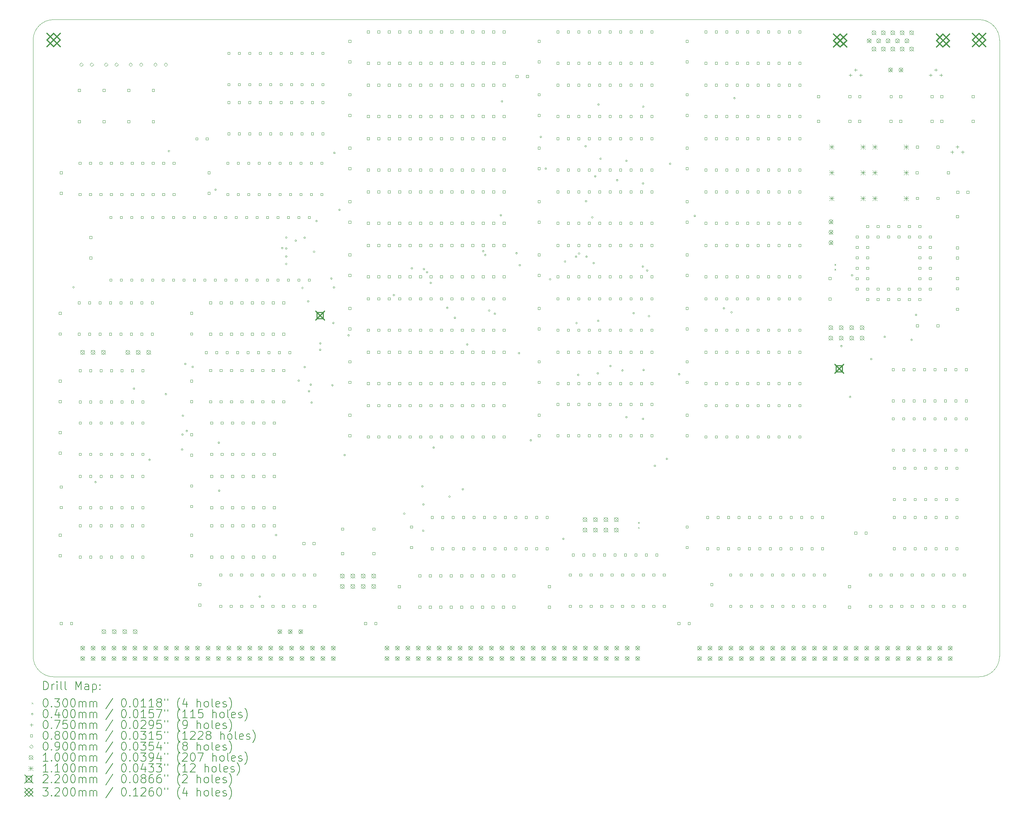
<source format=gbr>
%TF.GenerationSoftware,KiCad,Pcbnew,(6.0.11)*%
%TF.CreationDate,2024-01-19T05:48:27-05:00*%
%TF.ProjectId,input-output.GDC,696e7075-742d-46f7-9574-7075742e4744,rev?*%
%TF.SameCoordinates,Original*%
%TF.FileFunction,Drillmap*%
%TF.FilePolarity,Positive*%
%FSLAX45Y45*%
G04 Gerber Fmt 4.5, Leading zero omitted, Abs format (unit mm)*
G04 Created by KiCad (PCBNEW (6.0.11)) date 2024-01-19 05:48:27*
%MOMM*%
%LPD*%
G01*
G04 APERTURE LIST*
%ADD10C,0.050000*%
%ADD11C,0.200000*%
%ADD12C,0.030000*%
%ADD13C,0.040000*%
%ADD14C,0.075000*%
%ADD15C,0.080000*%
%ADD16C,0.090000*%
%ADD17C,0.100000*%
%ADD18C,0.110000*%
%ADD19C,0.220000*%
%ADD20C,0.320000*%
G04 APERTURE END LIST*
D10*
X3500000Y-7500000D02*
X3500000Y-22500000D01*
X4000000Y-23000000D02*
X26500000Y-23000000D01*
X27000000Y-22500000D02*
X27000000Y-7500000D01*
X26500000Y-7000000D02*
X4000000Y-7000000D01*
X27000000Y-7500000D02*
G75*
G03*
X26500000Y-7000000I-500000J0D01*
G01*
X3500000Y-22500000D02*
G75*
G03*
X4000000Y-23000000I500000J0D01*
G01*
X4000000Y-7000000D02*
G75*
G03*
X3500000Y-7500000I0J-500000D01*
G01*
X26500000Y-23000000D02*
G75*
G03*
X27000000Y-22500000I0J500000D01*
G01*
D11*
D12*
X18210000Y-19235000D02*
X18240000Y-19265000D01*
X18240000Y-19235000D02*
X18210000Y-19265000D01*
X18210000Y-19355000D02*
X18240000Y-19385000D01*
X18240000Y-19355000D02*
X18210000Y-19385000D01*
X22985000Y-12950000D02*
X23015000Y-12980000D01*
X23015000Y-12950000D02*
X22985000Y-12980000D01*
X22985000Y-13070000D02*
X23015000Y-13100000D01*
X23015000Y-13070000D02*
X22985000Y-13100000D01*
D13*
X4502460Y-13515770D02*
G75*
G03*
X4502460Y-13515770I-20000J0D01*
G01*
X5037200Y-18259030D02*
G75*
G03*
X5037200Y-18259030I-20000J0D01*
G01*
X5971080Y-15983480D02*
G75*
G03*
X5971080Y-15983480I-20000J0D01*
G01*
X6351350Y-17716540D02*
G75*
G03*
X6351350Y-17716540I-20000J0D01*
G01*
X6748310Y-16118110D02*
G75*
G03*
X6748310Y-16118110I-20000J0D01*
G01*
X6821590Y-10201040D02*
G75*
G03*
X6821590Y-10201040I-20000J0D01*
G01*
X7143110Y-17468490D02*
G75*
G03*
X7143110Y-17468490I-20000J0D01*
G01*
X7152280Y-17100940D02*
G75*
G03*
X7152280Y-17100940I-20000J0D01*
G01*
X7160570Y-16642490D02*
G75*
G03*
X7160570Y-16642490I-20000J0D01*
G01*
X7222670Y-15382110D02*
G75*
G03*
X7222670Y-15382110I-20000J0D01*
G01*
X7257290Y-17013440D02*
G75*
G03*
X7257290Y-17013440I-20000J0D01*
G01*
X7402450Y-15455110D02*
G75*
G03*
X7402450Y-15455110I-20000J0D01*
G01*
X7955890Y-11140310D02*
G75*
G03*
X7955890Y-11140310I-20000J0D01*
G01*
X8036710Y-17299800D02*
G75*
G03*
X8036710Y-17299800I-20000J0D01*
G01*
X8044540Y-18469170D02*
G75*
G03*
X8044540Y-18469170I-20000J0D01*
G01*
X9029810Y-21045400D02*
G75*
G03*
X9029810Y-21045400I-20000J0D01*
G01*
X9427700Y-19549650D02*
G75*
G03*
X9427700Y-19549650I-20000J0D01*
G01*
X9576980Y-12563140D02*
G75*
G03*
X9576980Y-12563140I-20000J0D01*
G01*
X9672880Y-12948480D02*
G75*
G03*
X9672880Y-12948480I-20000J0D01*
G01*
X9676020Y-12304940D02*
G75*
G03*
X9676020Y-12304940I-20000J0D01*
G01*
X9676230Y-12766000D02*
G75*
G03*
X9676230Y-12766000I-20000J0D01*
G01*
X9677020Y-12572830D02*
G75*
G03*
X9677020Y-12572830I-20000J0D01*
G01*
X9905360Y-12381500D02*
G75*
G03*
X9905360Y-12381500I-20000J0D01*
G01*
X9977050Y-15788280D02*
G75*
G03*
X9977050Y-15788280I-20000J0D01*
G01*
X10070660Y-13533560D02*
G75*
G03*
X10070660Y-13533560I-20000J0D01*
G01*
X10120510Y-12308970D02*
G75*
G03*
X10120510Y-12308970I-20000J0D01*
G01*
X10124150Y-15460350D02*
G75*
G03*
X10124150Y-15460350I-20000J0D01*
G01*
X10208760Y-13860950D02*
G75*
G03*
X10208760Y-13860950I-20000J0D01*
G01*
X10228020Y-16047380D02*
G75*
G03*
X10228020Y-16047380I-20000J0D01*
G01*
X10270930Y-15885530D02*
G75*
G03*
X10270930Y-15885530I-20000J0D01*
G01*
X10291750Y-16323650D02*
G75*
G03*
X10291750Y-16323650I-20000J0D01*
G01*
X10351590Y-12652880D02*
G75*
G03*
X10351590Y-12652880I-20000J0D01*
G01*
X10411120Y-11904800D02*
G75*
G03*
X10411120Y-11904800I-20000J0D01*
G01*
X10500580Y-15038350D02*
G75*
G03*
X10500580Y-15038350I-20000J0D01*
G01*
X10503160Y-14881770D02*
G75*
G03*
X10503160Y-14881770I-20000J0D01*
G01*
X10770900Y-13301850D02*
G75*
G03*
X10770900Y-13301850I-20000J0D01*
G01*
X10798160Y-15902360D02*
G75*
G03*
X10798160Y-15902360I-20000J0D01*
G01*
X10819590Y-14386220D02*
G75*
G03*
X10819590Y-14386220I-20000J0D01*
G01*
X10835400Y-13521920D02*
G75*
G03*
X10835400Y-13521920I-20000J0D01*
G01*
X10846700Y-10244280D02*
G75*
G03*
X10846700Y-10244280I-20000J0D01*
G01*
X10969200Y-11631950D02*
G75*
G03*
X10969200Y-11631950I-20000J0D01*
G01*
X11093580Y-17600470D02*
G75*
G03*
X11093580Y-17600470I-20000J0D01*
G01*
X11190330Y-14686500D02*
G75*
G03*
X11190330Y-14686500I-20000J0D01*
G01*
X12291980Y-13707560D02*
G75*
G03*
X12291980Y-13707560I-20000J0D01*
G01*
X12543940Y-19028830D02*
G75*
G03*
X12543940Y-19028830I-20000J0D01*
G01*
X12729360Y-13055070D02*
G75*
G03*
X12729360Y-13055070I-20000J0D01*
G01*
X12986150Y-18364160D02*
G75*
G03*
X12986150Y-18364160I-20000J0D01*
G01*
X13003850Y-19443510D02*
G75*
G03*
X13003850Y-19443510I-20000J0D01*
G01*
X13011490Y-18801860D02*
G75*
G03*
X13011490Y-18801860I-20000J0D01*
G01*
X13024550Y-13075070D02*
G75*
G03*
X13024550Y-13075070I-20000J0D01*
G01*
X13098740Y-13149120D02*
G75*
G03*
X13098740Y-13149120I-20000J0D01*
G01*
X13188630Y-13410090D02*
G75*
G03*
X13188630Y-13410090I-20000J0D01*
G01*
X13258700Y-17420340D02*
G75*
G03*
X13258700Y-17420340I-20000J0D01*
G01*
X13590680Y-14018790D02*
G75*
G03*
X13590680Y-14018790I-20000J0D01*
G01*
X13645470Y-18613230D02*
G75*
G03*
X13645470Y-18613230I-20000J0D01*
G01*
X13774790Y-14260510D02*
G75*
G03*
X13774790Y-14260510I-20000J0D01*
G01*
X13968380Y-18434450D02*
G75*
G03*
X13968380Y-18434450I-20000J0D01*
G01*
X14076590Y-14908520D02*
G75*
G03*
X14076590Y-14908520I-20000J0D01*
G01*
X14464780Y-12637380D02*
G75*
G03*
X14464780Y-12637380I-20000J0D01*
G01*
X14514250Y-12730820D02*
G75*
G03*
X14514250Y-12730820I-20000J0D01*
G01*
X14608930Y-14082980D02*
G75*
G03*
X14608930Y-14082980I-20000J0D01*
G01*
X14747050Y-14161420D02*
G75*
G03*
X14747050Y-14161420I-20000J0D01*
G01*
X14895130Y-11762250D02*
G75*
G03*
X14895130Y-11762250I-20000J0D01*
G01*
X14920550Y-8991280D02*
G75*
G03*
X14920550Y-8991280I-20000J0D01*
G01*
X15274110Y-12687600D02*
G75*
G03*
X15274110Y-12687600I-20000J0D01*
G01*
X15335200Y-15122160D02*
G75*
G03*
X15335200Y-15122160I-20000J0D01*
G01*
X15352510Y-12978600D02*
G75*
G03*
X15352510Y-12978600I-20000J0D01*
G01*
X15620780Y-17242620D02*
G75*
G03*
X15620780Y-17242620I-20000J0D01*
G01*
X15864590Y-9857200D02*
G75*
G03*
X15864590Y-9857200I-20000J0D01*
G01*
X15986300Y-10626150D02*
G75*
G03*
X15986300Y-10626150I-20000J0D01*
G01*
X16090950Y-13322550D02*
G75*
G03*
X16090950Y-13322550I-20000J0D01*
G01*
X16413200Y-19640160D02*
G75*
G03*
X16413200Y-19640160I-20000J0D01*
G01*
X16454130Y-12890120D02*
G75*
G03*
X16454130Y-12890120I-20000J0D01*
G01*
X16724220Y-12772110D02*
G75*
G03*
X16724220Y-12772110I-20000J0D01*
G01*
X16733900Y-14388500D02*
G75*
G03*
X16733900Y-14388500I-20000J0D01*
G01*
X16774480Y-15650330D02*
G75*
G03*
X16774480Y-15650330I-20000J0D01*
G01*
X16794850Y-12696340D02*
G75*
G03*
X16794850Y-12696340I-20000J0D01*
G01*
X16953820Y-10082870D02*
G75*
G03*
X16953820Y-10082870I-20000J0D01*
G01*
X16965090Y-11422210D02*
G75*
G03*
X16965090Y-11422210I-20000J0D01*
G01*
X16977860Y-12772330D02*
G75*
G03*
X16977860Y-12772330I-20000J0D01*
G01*
X17116620Y-11814840D02*
G75*
G03*
X17116620Y-11814840I-20000J0D01*
G01*
X17151490Y-12928000D02*
G75*
G03*
X17151490Y-12928000I-20000J0D01*
G01*
X17189510Y-10814570D02*
G75*
G03*
X17189510Y-10814570I-20000J0D01*
G01*
X17250070Y-15612320D02*
G75*
G03*
X17250070Y-15612320I-20000J0D01*
G01*
X17261210Y-14335140D02*
G75*
G03*
X17261210Y-14335140I-20000J0D01*
G01*
X17265880Y-9067050D02*
G75*
G03*
X17265880Y-9067050I-20000J0D01*
G01*
X17316540Y-10387810D02*
G75*
G03*
X17316540Y-10387810I-20000J0D01*
G01*
X17559880Y-15433400D02*
G75*
G03*
X17559880Y-15433400I-20000J0D01*
G01*
X17721590Y-10911180D02*
G75*
G03*
X17721590Y-10911180I-20000J0D01*
G01*
X17850060Y-15541780D02*
G75*
G03*
X17850060Y-15541780I-20000J0D01*
G01*
X17947090Y-16678950D02*
G75*
G03*
X17947090Y-16678950I-20000J0D01*
G01*
X17949450Y-10437540D02*
G75*
G03*
X17949450Y-10437540I-20000J0D01*
G01*
X18120020Y-14147510D02*
G75*
G03*
X18120020Y-14147510I-20000J0D01*
G01*
X18347450Y-13013050D02*
G75*
G03*
X18347450Y-13013050I-20000J0D01*
G01*
X18349440Y-16721500D02*
G75*
G03*
X18349440Y-16721500I-20000J0D01*
G01*
X18351300Y-10990230D02*
G75*
G03*
X18351300Y-10990230I-20000J0D01*
G01*
X18354820Y-9119820D02*
G75*
G03*
X18354820Y-9119820I-20000J0D01*
G01*
X18364230Y-15531050D02*
G75*
G03*
X18364230Y-15531050I-20000J0D01*
G01*
X18452100Y-13108030D02*
G75*
G03*
X18452100Y-13108030I-20000J0D01*
G01*
X18495300Y-14220040D02*
G75*
G03*
X18495300Y-14220040I-20000J0D01*
G01*
X18639020Y-17864430D02*
G75*
G03*
X18639020Y-17864430I-20000J0D01*
G01*
X18931290Y-17694020D02*
G75*
G03*
X18931290Y-17694020I-20000J0D01*
G01*
X19010010Y-10511090D02*
G75*
G03*
X19010010Y-10511090I-20000J0D01*
G01*
X19230010Y-15634850D02*
G75*
G03*
X19230010Y-15634850I-20000J0D01*
G01*
X19610450Y-11778890D02*
G75*
G03*
X19610450Y-11778890I-20000J0D01*
G01*
X20317440Y-14030780D02*
G75*
G03*
X20317440Y-14030780I-20000J0D01*
G01*
X20502460Y-14127050D02*
G75*
G03*
X20502460Y-14127050I-20000J0D01*
G01*
X20573430Y-8912390D02*
G75*
G03*
X20573430Y-8912390I-20000J0D01*
G01*
X23173250Y-14947720D02*
G75*
G03*
X23173250Y-14947720I-20000J0D01*
G01*
X23387280Y-16185890D02*
G75*
G03*
X23387280Y-16185890I-20000J0D01*
G01*
X23433830Y-13223510D02*
G75*
G03*
X23433830Y-13223510I-20000J0D01*
G01*
X23902180Y-15264710D02*
G75*
G03*
X23902180Y-15264710I-20000J0D01*
G01*
X24227580Y-14724100D02*
G75*
G03*
X24227580Y-14724100I-20000J0D01*
G01*
X24881910Y-14796060D02*
G75*
G03*
X24881910Y-14796060I-20000J0D01*
G01*
X24990330Y-14190140D02*
G75*
G03*
X24990330Y-14190140I-20000J0D01*
G01*
D14*
X23373000Y-8314500D02*
X23373000Y-8389500D01*
X23335500Y-8352000D02*
X23410500Y-8352000D01*
X23500000Y-8187500D02*
X23500000Y-8262500D01*
X23462500Y-8225000D02*
X23537500Y-8225000D01*
X23627000Y-8314500D02*
X23627000Y-8389500D01*
X23589500Y-8352000D02*
X23664500Y-8352000D01*
X25323000Y-8314500D02*
X25323000Y-8389500D01*
X25285500Y-8352000D02*
X25360500Y-8352000D01*
X25450000Y-8187500D02*
X25450000Y-8262500D01*
X25412500Y-8225000D02*
X25487500Y-8225000D01*
X25577000Y-8314500D02*
X25577000Y-8389500D01*
X25539500Y-8352000D02*
X25614500Y-8352000D01*
X25850000Y-10187500D02*
X25850000Y-10262500D01*
X25812500Y-10225000D02*
X25887500Y-10225000D01*
X25977000Y-10060500D02*
X25977000Y-10135500D01*
X25939500Y-10098000D02*
X26014500Y-10098000D01*
X26104000Y-10187500D02*
X26104000Y-10262500D01*
X26066500Y-10225000D02*
X26141500Y-10225000D01*
D15*
X4183284Y-14178284D02*
X4183284Y-14121715D01*
X4126715Y-14121715D01*
X4126715Y-14178284D01*
X4183284Y-14178284D01*
X4183284Y-14678284D02*
X4183284Y-14621715D01*
X4126715Y-14621715D01*
X4126715Y-14678284D01*
X4183284Y-14678284D01*
X4183284Y-15828284D02*
X4183284Y-15771715D01*
X4126715Y-15771715D01*
X4126715Y-15828284D01*
X4183284Y-15828284D01*
X4183284Y-16328284D02*
X4183284Y-16271715D01*
X4126715Y-16271715D01*
X4126715Y-16328284D01*
X4183284Y-16328284D01*
X4183284Y-17078285D02*
X4183284Y-17021716D01*
X4126715Y-17021716D01*
X4126715Y-17078285D01*
X4183284Y-17078285D01*
X4183284Y-17578285D02*
X4183284Y-17521716D01*
X4126715Y-17521716D01*
X4126715Y-17578285D01*
X4183284Y-17578285D01*
X4183284Y-19578285D02*
X4183284Y-19521716D01*
X4126715Y-19521716D01*
X4126715Y-19578285D01*
X4183284Y-19578285D01*
X4183284Y-20078285D02*
X4183284Y-20021716D01*
X4126715Y-20021716D01*
X4126715Y-20078285D01*
X4183284Y-20078285D01*
X4207775Y-21728285D02*
X4207775Y-21671716D01*
X4151205Y-21671716D01*
X4151205Y-21728285D01*
X4207775Y-21728285D01*
X4208285Y-10755285D02*
X4208285Y-10698716D01*
X4151715Y-10698716D01*
X4151715Y-10755285D01*
X4208285Y-10755285D01*
X4208285Y-11255284D02*
X4208285Y-11198715D01*
X4151715Y-11198715D01*
X4151715Y-11255284D01*
X4208285Y-11255284D01*
X4208285Y-18403285D02*
X4208285Y-18346716D01*
X4151715Y-18346716D01*
X4151715Y-18403285D01*
X4208285Y-18403285D01*
X4208285Y-18903285D02*
X4208285Y-18846716D01*
X4151715Y-18846716D01*
X4151715Y-18903285D01*
X4208285Y-18903285D01*
X4457775Y-21728285D02*
X4457775Y-21671716D01*
X4401206Y-21671716D01*
X4401206Y-21728285D01*
X4457775Y-21728285D01*
X4645785Y-13923284D02*
X4645785Y-13866715D01*
X4589216Y-13866715D01*
X4589216Y-13923284D01*
X4645785Y-13923284D01*
X4645785Y-14685284D02*
X4645785Y-14628715D01*
X4589216Y-14628715D01*
X4589216Y-14685284D01*
X4645785Y-14685284D01*
X4649285Y-8747285D02*
X4649285Y-8690716D01*
X4592716Y-8690716D01*
X4592716Y-8747285D01*
X4649285Y-8747285D01*
X4649285Y-9509285D02*
X4649285Y-9452716D01*
X4592716Y-9452716D01*
X4592716Y-9509285D01*
X4649285Y-9509285D01*
X4665785Y-10523285D02*
X4665785Y-10466716D01*
X4609216Y-10466716D01*
X4609216Y-10523285D01*
X4665785Y-10523285D01*
X4665785Y-11285284D02*
X4665785Y-11228715D01*
X4609216Y-11228715D01*
X4609216Y-11285284D01*
X4665785Y-11285284D01*
X4670785Y-15573284D02*
X4670785Y-15516715D01*
X4614216Y-15516715D01*
X4614216Y-15573284D01*
X4670785Y-15573284D01*
X4670785Y-16335284D02*
X4670785Y-16278715D01*
X4614216Y-16278715D01*
X4614216Y-16335284D01*
X4670785Y-16335284D01*
X4670785Y-16846285D02*
X4670785Y-16789716D01*
X4614216Y-16789716D01*
X4614216Y-16846285D01*
X4670785Y-16846285D01*
X4670785Y-17608285D02*
X4670785Y-17551716D01*
X4614216Y-17551716D01*
X4614216Y-17608285D01*
X4670785Y-17608285D01*
X4670785Y-18146285D02*
X4670785Y-18089716D01*
X4614216Y-18089716D01*
X4614216Y-18146285D01*
X4670785Y-18146285D01*
X4670785Y-18908285D02*
X4670785Y-18851716D01*
X4614216Y-18851716D01*
X4614216Y-18908285D01*
X4670785Y-18908285D01*
X4670785Y-19346285D02*
X4670785Y-19289716D01*
X4614216Y-19289716D01*
X4614216Y-19346285D01*
X4670785Y-19346285D01*
X4670785Y-20108285D02*
X4670785Y-20051716D01*
X4614216Y-20051716D01*
X4614216Y-20108285D01*
X4670785Y-20108285D01*
X4899785Y-13923284D02*
X4899785Y-13866715D01*
X4843216Y-13866715D01*
X4843216Y-13923284D01*
X4899785Y-13923284D01*
X4899785Y-14685284D02*
X4899785Y-14628715D01*
X4843216Y-14628715D01*
X4843216Y-14685284D01*
X4899785Y-14685284D01*
X4919785Y-10523285D02*
X4919785Y-10466716D01*
X4863216Y-10466716D01*
X4863216Y-10523285D01*
X4919785Y-10523285D01*
X4919785Y-11285284D02*
X4919785Y-11228715D01*
X4863216Y-11228715D01*
X4863216Y-11285284D01*
X4919785Y-11285284D01*
X4924785Y-15573284D02*
X4924785Y-15516715D01*
X4868216Y-15516715D01*
X4868216Y-15573284D01*
X4924785Y-15573284D01*
X4924785Y-16335284D02*
X4924785Y-16278715D01*
X4868216Y-16278715D01*
X4868216Y-16335284D01*
X4924785Y-16335284D01*
X4924785Y-16846285D02*
X4924785Y-16789716D01*
X4868216Y-16789716D01*
X4868216Y-16846285D01*
X4924785Y-16846285D01*
X4924785Y-17608285D02*
X4924785Y-17551716D01*
X4868216Y-17551716D01*
X4868216Y-17608285D01*
X4924785Y-17608285D01*
X4924785Y-18146285D02*
X4924785Y-18089716D01*
X4868216Y-18089716D01*
X4868216Y-18146285D01*
X4924785Y-18146285D01*
X4924785Y-18908285D02*
X4924785Y-18851716D01*
X4868216Y-18851716D01*
X4868216Y-18908285D01*
X4924785Y-18908285D01*
X4924785Y-19346285D02*
X4924785Y-19289716D01*
X4868216Y-19289716D01*
X4868216Y-19346285D01*
X4924785Y-19346285D01*
X4924785Y-20108285D02*
X4924785Y-20051716D01*
X4868216Y-20051716D01*
X4868216Y-20108285D01*
X4924785Y-20108285D01*
X4928285Y-12328284D02*
X4928285Y-12271715D01*
X4871716Y-12271715D01*
X4871716Y-12328284D01*
X4928285Y-12328284D01*
X4928285Y-12828284D02*
X4928285Y-12771715D01*
X4871716Y-12771715D01*
X4871716Y-12828284D01*
X4928285Y-12828284D01*
X5153785Y-13923284D02*
X5153785Y-13866715D01*
X5097216Y-13866715D01*
X5097216Y-13923284D01*
X5153785Y-13923284D01*
X5153785Y-14685284D02*
X5153785Y-14628715D01*
X5097216Y-14628715D01*
X5097216Y-14685284D01*
X5153785Y-14685284D01*
X5173785Y-10523285D02*
X5173785Y-10466716D01*
X5117216Y-10466716D01*
X5117216Y-10523285D01*
X5173785Y-10523285D01*
X5173785Y-11285284D02*
X5173785Y-11228715D01*
X5117216Y-11228715D01*
X5117216Y-11285284D01*
X5173785Y-11285284D01*
X5178785Y-15573284D02*
X5178785Y-15516715D01*
X5122216Y-15516715D01*
X5122216Y-15573284D01*
X5178785Y-15573284D01*
X5178785Y-16335284D02*
X5178785Y-16278715D01*
X5122216Y-16278715D01*
X5122216Y-16335284D01*
X5178785Y-16335284D01*
X5178785Y-16846285D02*
X5178785Y-16789716D01*
X5122216Y-16789716D01*
X5122216Y-16846285D01*
X5178785Y-16846285D01*
X5178785Y-17608285D02*
X5178785Y-17551716D01*
X5122216Y-17551716D01*
X5122216Y-17608285D01*
X5178785Y-17608285D01*
X5178785Y-18146285D02*
X5178785Y-18089716D01*
X5122216Y-18089716D01*
X5122216Y-18146285D01*
X5178785Y-18146285D01*
X5178785Y-18908285D02*
X5178785Y-18851716D01*
X5122216Y-18851716D01*
X5122216Y-18908285D01*
X5178785Y-18908285D01*
X5178785Y-19346285D02*
X5178785Y-19289716D01*
X5122216Y-19289716D01*
X5122216Y-19346285D01*
X5178785Y-19346285D01*
X5178785Y-20108285D02*
X5178785Y-20051716D01*
X5122216Y-20051716D01*
X5122216Y-20108285D01*
X5178785Y-20108285D01*
X5249285Y-8747285D02*
X5249285Y-8690716D01*
X5192716Y-8690716D01*
X5192716Y-8747285D01*
X5249285Y-8747285D01*
X5249285Y-9509285D02*
X5249285Y-9452716D01*
X5192716Y-9452716D01*
X5192716Y-9509285D01*
X5249285Y-9509285D01*
X5407785Y-13923284D02*
X5407785Y-13866715D01*
X5351216Y-13866715D01*
X5351216Y-13923284D01*
X5407785Y-13923284D01*
X5407785Y-14685284D02*
X5407785Y-14628715D01*
X5351216Y-14628715D01*
X5351216Y-14685284D01*
X5407785Y-14685284D01*
X5415785Y-11843784D02*
X5415785Y-11787215D01*
X5359216Y-11787215D01*
X5359216Y-11843784D01*
X5415785Y-11843784D01*
X5415785Y-13367784D02*
X5415785Y-13311215D01*
X5359216Y-13311215D01*
X5359216Y-13367784D01*
X5415785Y-13367784D01*
X5427785Y-10523285D02*
X5427785Y-10466716D01*
X5371216Y-10466716D01*
X5371216Y-10523285D01*
X5427785Y-10523285D01*
X5427785Y-11285284D02*
X5427785Y-11228715D01*
X5371216Y-11228715D01*
X5371216Y-11285284D01*
X5427785Y-11285284D01*
X5432785Y-15573284D02*
X5432785Y-15516715D01*
X5376216Y-15516715D01*
X5376216Y-15573284D01*
X5432785Y-15573284D01*
X5432785Y-16335284D02*
X5432785Y-16278715D01*
X5376216Y-16278715D01*
X5376216Y-16335284D01*
X5432785Y-16335284D01*
X5432785Y-16846285D02*
X5432785Y-16789716D01*
X5376216Y-16789716D01*
X5376216Y-16846285D01*
X5432785Y-16846285D01*
X5432785Y-17608285D02*
X5432785Y-17551716D01*
X5376216Y-17551716D01*
X5376216Y-17608285D01*
X5432785Y-17608285D01*
X5432785Y-18146285D02*
X5432785Y-18089716D01*
X5376216Y-18089716D01*
X5376216Y-18146285D01*
X5432785Y-18146285D01*
X5432785Y-18908285D02*
X5432785Y-18851716D01*
X5376216Y-18851716D01*
X5376216Y-18908285D01*
X5432785Y-18908285D01*
X5432785Y-19346285D02*
X5432785Y-19289716D01*
X5376216Y-19289716D01*
X5376216Y-19346285D01*
X5432785Y-19346285D01*
X5432785Y-20108285D02*
X5432785Y-20051716D01*
X5376216Y-20051716D01*
X5376216Y-20108285D01*
X5432785Y-20108285D01*
X5661784Y-13923284D02*
X5661784Y-13866715D01*
X5605215Y-13866715D01*
X5605215Y-13923284D01*
X5661784Y-13923284D01*
X5661784Y-14685284D02*
X5661784Y-14628715D01*
X5605215Y-14628715D01*
X5605215Y-14685284D01*
X5661784Y-14685284D01*
X5669784Y-11843784D02*
X5669784Y-11787215D01*
X5613215Y-11787215D01*
X5613215Y-11843784D01*
X5669784Y-11843784D01*
X5669784Y-13367784D02*
X5669784Y-13311215D01*
X5613215Y-13311215D01*
X5613215Y-13367784D01*
X5669784Y-13367784D01*
X5681784Y-10523285D02*
X5681784Y-10466716D01*
X5625215Y-10466716D01*
X5625215Y-10523285D01*
X5681784Y-10523285D01*
X5681784Y-11285284D02*
X5681784Y-11228715D01*
X5625215Y-11228715D01*
X5625215Y-11285284D01*
X5681784Y-11285284D01*
X5686784Y-15573284D02*
X5686784Y-15516715D01*
X5630215Y-15516715D01*
X5630215Y-15573284D01*
X5686784Y-15573284D01*
X5686784Y-16335284D02*
X5686784Y-16278715D01*
X5630215Y-16278715D01*
X5630215Y-16335284D01*
X5686784Y-16335284D01*
X5686784Y-16846285D02*
X5686784Y-16789716D01*
X5630215Y-16789716D01*
X5630215Y-16846285D01*
X5686784Y-16846285D01*
X5686784Y-17608285D02*
X5686784Y-17551716D01*
X5630215Y-17551716D01*
X5630215Y-17608285D01*
X5686784Y-17608285D01*
X5686784Y-18146285D02*
X5686784Y-18089716D01*
X5630215Y-18089716D01*
X5630215Y-18146285D01*
X5686784Y-18146285D01*
X5686784Y-18908285D02*
X5686784Y-18851716D01*
X5630215Y-18851716D01*
X5630215Y-18908285D01*
X5686784Y-18908285D01*
X5686784Y-19346285D02*
X5686784Y-19289716D01*
X5630215Y-19289716D01*
X5630215Y-19346285D01*
X5686784Y-19346285D01*
X5686784Y-20108285D02*
X5686784Y-20051716D01*
X5630215Y-20051716D01*
X5630215Y-20108285D01*
X5686784Y-20108285D01*
X5849284Y-8747285D02*
X5849284Y-8690716D01*
X5792715Y-8690716D01*
X5792715Y-8747285D01*
X5849284Y-8747285D01*
X5849284Y-9509285D02*
X5849284Y-9452716D01*
X5792715Y-9452716D01*
X5792715Y-9509285D01*
X5849284Y-9509285D01*
X5915784Y-13923284D02*
X5915784Y-13866715D01*
X5859215Y-13866715D01*
X5859215Y-13923284D01*
X5915784Y-13923284D01*
X5915784Y-14685284D02*
X5915784Y-14628715D01*
X5859215Y-14628715D01*
X5859215Y-14685284D01*
X5915784Y-14685284D01*
X5923784Y-11843784D02*
X5923784Y-11787215D01*
X5867215Y-11787215D01*
X5867215Y-11843784D01*
X5923784Y-11843784D01*
X5923784Y-13367784D02*
X5923784Y-13311215D01*
X5867215Y-13311215D01*
X5867215Y-13367784D01*
X5923784Y-13367784D01*
X5935784Y-10523285D02*
X5935784Y-10466716D01*
X5879215Y-10466716D01*
X5879215Y-10523285D01*
X5935784Y-10523285D01*
X5935784Y-11285284D02*
X5935784Y-11228715D01*
X5879215Y-11228715D01*
X5879215Y-11285284D01*
X5935784Y-11285284D01*
X5940784Y-15573284D02*
X5940784Y-15516715D01*
X5884215Y-15516715D01*
X5884215Y-15573284D01*
X5940784Y-15573284D01*
X5940784Y-16335284D02*
X5940784Y-16278715D01*
X5884215Y-16278715D01*
X5884215Y-16335284D01*
X5940784Y-16335284D01*
X5940784Y-16846285D02*
X5940784Y-16789716D01*
X5884215Y-16789716D01*
X5884215Y-16846285D01*
X5940784Y-16846285D01*
X5940784Y-17608285D02*
X5940784Y-17551716D01*
X5884215Y-17551716D01*
X5884215Y-17608285D01*
X5940784Y-17608285D01*
X5940784Y-18146285D02*
X5940784Y-18089716D01*
X5884215Y-18089716D01*
X5884215Y-18146285D01*
X5940784Y-18146285D01*
X5940784Y-18908285D02*
X5940784Y-18851716D01*
X5884215Y-18851716D01*
X5884215Y-18908285D01*
X5940784Y-18908285D01*
X5940784Y-19346285D02*
X5940784Y-19289716D01*
X5884215Y-19289716D01*
X5884215Y-19346285D01*
X5940784Y-19346285D01*
X5940784Y-20108285D02*
X5940784Y-20051716D01*
X5884215Y-20051716D01*
X5884215Y-20108285D01*
X5940784Y-20108285D01*
X6169784Y-13923284D02*
X6169784Y-13866715D01*
X6113215Y-13866715D01*
X6113215Y-13923284D01*
X6169784Y-13923284D01*
X6169784Y-14685284D02*
X6169784Y-14628715D01*
X6113215Y-14628715D01*
X6113215Y-14685284D01*
X6169784Y-14685284D01*
X6177784Y-11843784D02*
X6177784Y-11787215D01*
X6121215Y-11787215D01*
X6121215Y-11843784D01*
X6177784Y-11843784D01*
X6177784Y-13367784D02*
X6177784Y-13311215D01*
X6121215Y-13311215D01*
X6121215Y-13367784D01*
X6177784Y-13367784D01*
X6189784Y-10523285D02*
X6189784Y-10466716D01*
X6133215Y-10466716D01*
X6133215Y-10523285D01*
X6189784Y-10523285D01*
X6189784Y-11285284D02*
X6189784Y-11228715D01*
X6133215Y-11228715D01*
X6133215Y-11285284D01*
X6189784Y-11285284D01*
X6194784Y-15573284D02*
X6194784Y-15516715D01*
X6138215Y-15516715D01*
X6138215Y-15573284D01*
X6194784Y-15573284D01*
X6194784Y-16335284D02*
X6194784Y-16278715D01*
X6138215Y-16278715D01*
X6138215Y-16335284D01*
X6194784Y-16335284D01*
X6194784Y-16846285D02*
X6194784Y-16789716D01*
X6138215Y-16789716D01*
X6138215Y-16846285D01*
X6194784Y-16846285D01*
X6194784Y-17608285D02*
X6194784Y-17551716D01*
X6138215Y-17551716D01*
X6138215Y-17608285D01*
X6194784Y-17608285D01*
X6194784Y-18146285D02*
X6194784Y-18089716D01*
X6138215Y-18089716D01*
X6138215Y-18146285D01*
X6194784Y-18146285D01*
X6194784Y-18908285D02*
X6194784Y-18851716D01*
X6138215Y-18851716D01*
X6138215Y-18908285D01*
X6194784Y-18908285D01*
X6194784Y-19346285D02*
X6194784Y-19289716D01*
X6138215Y-19289716D01*
X6138215Y-19346285D01*
X6194784Y-19346285D01*
X6194784Y-20108285D02*
X6194784Y-20051716D01*
X6138215Y-20051716D01*
X6138215Y-20108285D01*
X6194784Y-20108285D01*
X6423784Y-13923284D02*
X6423784Y-13866715D01*
X6367215Y-13866715D01*
X6367215Y-13923284D01*
X6423784Y-13923284D01*
X6423784Y-14685284D02*
X6423784Y-14628715D01*
X6367215Y-14628715D01*
X6367215Y-14685284D01*
X6423784Y-14685284D01*
X6431784Y-11843784D02*
X6431784Y-11787215D01*
X6375215Y-11787215D01*
X6375215Y-11843784D01*
X6431784Y-11843784D01*
X6431784Y-13367784D02*
X6431784Y-13311215D01*
X6375215Y-13311215D01*
X6375215Y-13367784D01*
X6431784Y-13367784D01*
X6443784Y-10523285D02*
X6443784Y-10466716D01*
X6387215Y-10466716D01*
X6387215Y-10523285D01*
X6443784Y-10523285D01*
X6443784Y-11285284D02*
X6443784Y-11228715D01*
X6387215Y-11228715D01*
X6387215Y-11285284D01*
X6443784Y-11285284D01*
X6449284Y-8747285D02*
X6449284Y-8690716D01*
X6392715Y-8690716D01*
X6392715Y-8747285D01*
X6449284Y-8747285D01*
X6449284Y-9509285D02*
X6449284Y-9452716D01*
X6392715Y-9452716D01*
X6392715Y-9509285D01*
X6449284Y-9509285D01*
X6685784Y-11843784D02*
X6685784Y-11787215D01*
X6629215Y-11787215D01*
X6629215Y-11843784D01*
X6685784Y-11843784D01*
X6685784Y-13367784D02*
X6685784Y-13311215D01*
X6629215Y-13311215D01*
X6629215Y-13367784D01*
X6685784Y-13367784D01*
X6697784Y-10523285D02*
X6697784Y-10466716D01*
X6641215Y-10466716D01*
X6641215Y-10523285D01*
X6697784Y-10523285D01*
X6697784Y-11285284D02*
X6697784Y-11228715D01*
X6641215Y-11228715D01*
X6641215Y-11285284D01*
X6697784Y-11285284D01*
X6939784Y-11843784D02*
X6939784Y-11787215D01*
X6883215Y-11787215D01*
X6883215Y-11843784D01*
X6939784Y-11843784D01*
X6939784Y-13367784D02*
X6939784Y-13311215D01*
X6883215Y-13311215D01*
X6883215Y-13367784D01*
X6939784Y-13367784D01*
X6951784Y-10523285D02*
X6951784Y-10466716D01*
X6895215Y-10466716D01*
X6895215Y-10523285D01*
X6951784Y-10523285D01*
X6951784Y-11285284D02*
X6951784Y-11228715D01*
X6895215Y-11228715D01*
X6895215Y-11285284D01*
X6951784Y-11285284D01*
X7193784Y-11843784D02*
X7193784Y-11787215D01*
X7137215Y-11787215D01*
X7137215Y-11843784D01*
X7193784Y-11843784D01*
X7193784Y-13367784D02*
X7193784Y-13311215D01*
X7137215Y-13311215D01*
X7137215Y-13367784D01*
X7193784Y-13367784D01*
X7378284Y-14178284D02*
X7378284Y-14121715D01*
X7321715Y-14121715D01*
X7321715Y-14178284D01*
X7378284Y-14178284D01*
X7378284Y-14678284D02*
X7378284Y-14621715D01*
X7321715Y-14621715D01*
X7321715Y-14678284D01*
X7378284Y-14678284D01*
X7378284Y-15828284D02*
X7378284Y-15771715D01*
X7321715Y-15771715D01*
X7321715Y-15828284D01*
X7378284Y-15828284D01*
X7378284Y-16328284D02*
X7378284Y-16271715D01*
X7321715Y-16271715D01*
X7321715Y-16328284D01*
X7378284Y-16328284D01*
X7378284Y-17128285D02*
X7378284Y-17071716D01*
X7321715Y-17071716D01*
X7321715Y-17128285D01*
X7378284Y-17128285D01*
X7378284Y-17628285D02*
X7378284Y-17571716D01*
X7321715Y-17571716D01*
X7321715Y-17628285D01*
X7378284Y-17628285D01*
X7378284Y-18378285D02*
X7378284Y-18321716D01*
X7321715Y-18321716D01*
X7321715Y-18378285D01*
X7378284Y-18378285D01*
X7378284Y-18878285D02*
X7378284Y-18821716D01*
X7321715Y-18821716D01*
X7321715Y-18878285D01*
X7378284Y-18878285D01*
X7378284Y-19578285D02*
X7378284Y-19521716D01*
X7321715Y-19521716D01*
X7321715Y-19578285D01*
X7378284Y-19578285D01*
X7378284Y-20078285D02*
X7378284Y-20021716D01*
X7321715Y-20021716D01*
X7321715Y-20078285D01*
X7378284Y-20078285D01*
X7447784Y-11843784D02*
X7447784Y-11787215D01*
X7391215Y-11787215D01*
X7391215Y-11843784D01*
X7447784Y-11843784D01*
X7447784Y-13367784D02*
X7447784Y-13311215D01*
X7391215Y-13311215D01*
X7391215Y-13367784D01*
X7447784Y-13367784D01*
X7507774Y-9928285D02*
X7507774Y-9871716D01*
X7451205Y-9871716D01*
X7451205Y-9928285D01*
X7507774Y-9928285D01*
X7578284Y-20778285D02*
X7578284Y-20721716D01*
X7521715Y-20721716D01*
X7521715Y-20778285D01*
X7578284Y-20778285D01*
X7578284Y-21278285D02*
X7578284Y-21221716D01*
X7521715Y-21221716D01*
X7521715Y-21278285D01*
X7578284Y-21278285D01*
X7701784Y-11843784D02*
X7701784Y-11787215D01*
X7645215Y-11787215D01*
X7645215Y-11843784D01*
X7701784Y-11843784D01*
X7701784Y-13367784D02*
X7701784Y-13311215D01*
X7645215Y-13311215D01*
X7645215Y-13367784D01*
X7701784Y-13367784D01*
X7735784Y-15130284D02*
X7735784Y-15073715D01*
X7679215Y-15073715D01*
X7679215Y-15130284D01*
X7735784Y-15130284D01*
X7757774Y-9928285D02*
X7757774Y-9871716D01*
X7701205Y-9871716D01*
X7701205Y-9928285D01*
X7757774Y-9928285D01*
X7803284Y-10755285D02*
X7803284Y-10698716D01*
X7746715Y-10698716D01*
X7746715Y-10755285D01*
X7803284Y-10755285D01*
X7803284Y-11255284D02*
X7803284Y-11198715D01*
X7746715Y-11198715D01*
X7746715Y-11255284D01*
X7803284Y-11255284D01*
X7840784Y-13923284D02*
X7840784Y-13866715D01*
X7784215Y-13866715D01*
X7784215Y-13923284D01*
X7840784Y-13923284D01*
X7840784Y-14685284D02*
X7840784Y-14628715D01*
X7784215Y-14628715D01*
X7784215Y-14685284D01*
X7840784Y-14685284D01*
X7840784Y-15568284D02*
X7840784Y-15511715D01*
X7784215Y-15511715D01*
X7784215Y-15568284D01*
X7840784Y-15568284D01*
X7840784Y-16330284D02*
X7840784Y-16273715D01*
X7784215Y-16273715D01*
X7784215Y-16330284D01*
X7840784Y-16330284D01*
X7865784Y-16846285D02*
X7865784Y-16789716D01*
X7809215Y-16789716D01*
X7809215Y-16846285D01*
X7865784Y-16846285D01*
X7865784Y-17608285D02*
X7865784Y-17551716D01*
X7809215Y-17551716D01*
X7809215Y-17608285D01*
X7865784Y-17608285D01*
X7865784Y-18146285D02*
X7865784Y-18089716D01*
X7809215Y-18089716D01*
X7809215Y-18146285D01*
X7865784Y-18146285D01*
X7865784Y-18908285D02*
X7865784Y-18851716D01*
X7809215Y-18851716D01*
X7809215Y-18908285D01*
X7865784Y-18908285D01*
X7865784Y-19346285D02*
X7865784Y-19289716D01*
X7809215Y-19289716D01*
X7809215Y-19346285D01*
X7865784Y-19346285D01*
X7865784Y-20108285D02*
X7865784Y-20051716D01*
X7809215Y-20051716D01*
X7809215Y-20108285D01*
X7865784Y-20108285D01*
X7955784Y-11843784D02*
X7955784Y-11787215D01*
X7899215Y-11787215D01*
X7899215Y-11843784D01*
X7955784Y-11843784D01*
X7955784Y-13367784D02*
X7955784Y-13311215D01*
X7899215Y-13311215D01*
X7899215Y-13367784D01*
X7955784Y-13367784D01*
X7989784Y-15130284D02*
X7989784Y-15073715D01*
X7933215Y-15073715D01*
X7933215Y-15130284D01*
X7989784Y-15130284D01*
X8085784Y-20546285D02*
X8085784Y-20489716D01*
X8029215Y-20489716D01*
X8029215Y-20546285D01*
X8085784Y-20546285D01*
X8085784Y-21308285D02*
X8085784Y-21251716D01*
X8029215Y-21251716D01*
X8029215Y-21308285D01*
X8085784Y-21308285D01*
X8094784Y-13923284D02*
X8094784Y-13866715D01*
X8038215Y-13866715D01*
X8038215Y-13923284D01*
X8094784Y-13923284D01*
X8094784Y-14685284D02*
X8094784Y-14628715D01*
X8038215Y-14628715D01*
X8038215Y-14685284D01*
X8094784Y-14685284D01*
X8094784Y-15568284D02*
X8094784Y-15511715D01*
X8038215Y-15511715D01*
X8038215Y-15568284D01*
X8094784Y-15568284D01*
X8094784Y-16330284D02*
X8094784Y-16273715D01*
X8038215Y-16273715D01*
X8038215Y-16330284D01*
X8094784Y-16330284D01*
X8119784Y-16846285D02*
X8119784Y-16789716D01*
X8063215Y-16789716D01*
X8063215Y-16846285D01*
X8119784Y-16846285D01*
X8119784Y-17608285D02*
X8119784Y-17551716D01*
X8063215Y-17551716D01*
X8063215Y-17608285D01*
X8119784Y-17608285D01*
X8119784Y-18146285D02*
X8119784Y-18089716D01*
X8063215Y-18089716D01*
X8063215Y-18146285D01*
X8119784Y-18146285D01*
X8119784Y-18908285D02*
X8119784Y-18851716D01*
X8063215Y-18851716D01*
X8063215Y-18908285D01*
X8119784Y-18908285D01*
X8119784Y-19346285D02*
X8119784Y-19289716D01*
X8063215Y-19289716D01*
X8063215Y-19346285D01*
X8119784Y-19346285D01*
X8119784Y-20108285D02*
X8119784Y-20051716D01*
X8063215Y-20051716D01*
X8063215Y-20108285D01*
X8119784Y-20108285D01*
X8209784Y-11843784D02*
X8209784Y-11787215D01*
X8153215Y-11787215D01*
X8153215Y-11843784D01*
X8209784Y-11843784D01*
X8209784Y-13367784D02*
X8209784Y-13311215D01*
X8153215Y-13311215D01*
X8153215Y-13367784D01*
X8209784Y-13367784D01*
X8243784Y-15130284D02*
X8243784Y-15073715D01*
X8187215Y-15073715D01*
X8187215Y-15130284D01*
X8243784Y-15130284D01*
X8260784Y-10523285D02*
X8260784Y-10466716D01*
X8204215Y-10466716D01*
X8204215Y-10523285D01*
X8260784Y-10523285D01*
X8260784Y-11285284D02*
X8260784Y-11228715D01*
X8204215Y-11228715D01*
X8204215Y-11285284D01*
X8260784Y-11285284D01*
X8285784Y-7846284D02*
X8285784Y-7789715D01*
X8229215Y-7789715D01*
X8229215Y-7846284D01*
X8285784Y-7846284D01*
X8285784Y-8608285D02*
X8285784Y-8551716D01*
X8229215Y-8551716D01*
X8229215Y-8608285D01*
X8285784Y-8608285D01*
X8285784Y-9046285D02*
X8285784Y-8989716D01*
X8229215Y-8989716D01*
X8229215Y-9046285D01*
X8285784Y-9046285D01*
X8285784Y-9808285D02*
X8285784Y-9751716D01*
X8229215Y-9751716D01*
X8229215Y-9808285D01*
X8285784Y-9808285D01*
X8339784Y-20546285D02*
X8339784Y-20489716D01*
X8283215Y-20489716D01*
X8283215Y-20546285D01*
X8339784Y-20546285D01*
X8339784Y-21308285D02*
X8339784Y-21251716D01*
X8283215Y-21251716D01*
X8283215Y-21308285D01*
X8339784Y-21308285D01*
X8348784Y-13923284D02*
X8348784Y-13866715D01*
X8292215Y-13866715D01*
X8292215Y-13923284D01*
X8348784Y-13923284D01*
X8348784Y-14685284D02*
X8348784Y-14628715D01*
X8292215Y-14628715D01*
X8292215Y-14685284D01*
X8348784Y-14685284D01*
X8348784Y-15568284D02*
X8348784Y-15511715D01*
X8292215Y-15511715D01*
X8292215Y-15568284D01*
X8348784Y-15568284D01*
X8348784Y-16330284D02*
X8348784Y-16273715D01*
X8292215Y-16273715D01*
X8292215Y-16330284D01*
X8348784Y-16330284D01*
X8373784Y-16846285D02*
X8373784Y-16789716D01*
X8317215Y-16789716D01*
X8317215Y-16846285D01*
X8373784Y-16846285D01*
X8373784Y-17608285D02*
X8373784Y-17551716D01*
X8317215Y-17551716D01*
X8317215Y-17608285D01*
X8373784Y-17608285D01*
X8373784Y-18146285D02*
X8373784Y-18089716D01*
X8317215Y-18089716D01*
X8317215Y-18146285D01*
X8373784Y-18146285D01*
X8373784Y-18908285D02*
X8373784Y-18851716D01*
X8317215Y-18851716D01*
X8317215Y-18908285D01*
X8373784Y-18908285D01*
X8373784Y-19346285D02*
X8373784Y-19289716D01*
X8317215Y-19289716D01*
X8317215Y-19346285D01*
X8373784Y-19346285D01*
X8373784Y-20108285D02*
X8373784Y-20051716D01*
X8317215Y-20051716D01*
X8317215Y-20108285D01*
X8373784Y-20108285D01*
X8463785Y-11843784D02*
X8463785Y-11787215D01*
X8407216Y-11787215D01*
X8407216Y-11843784D01*
X8463785Y-11843784D01*
X8463785Y-13367784D02*
X8463785Y-13311215D01*
X8407216Y-13311215D01*
X8407216Y-13367784D01*
X8463785Y-13367784D01*
X8497785Y-15130284D02*
X8497785Y-15073715D01*
X8441216Y-15073715D01*
X8441216Y-15130284D01*
X8497785Y-15130284D01*
X8514785Y-10523285D02*
X8514785Y-10466716D01*
X8458216Y-10466716D01*
X8458216Y-10523285D01*
X8514785Y-10523285D01*
X8514785Y-11285284D02*
X8514785Y-11228715D01*
X8458216Y-11228715D01*
X8458216Y-11285284D01*
X8514785Y-11285284D01*
X8539785Y-7846284D02*
X8539785Y-7789715D01*
X8483216Y-7789715D01*
X8483216Y-7846284D01*
X8539785Y-7846284D01*
X8539785Y-8608285D02*
X8539785Y-8551716D01*
X8483216Y-8551716D01*
X8483216Y-8608285D01*
X8539785Y-8608285D01*
X8539785Y-9046285D02*
X8539785Y-8989716D01*
X8483216Y-8989716D01*
X8483216Y-9046285D01*
X8539785Y-9046285D01*
X8539785Y-9808285D02*
X8539785Y-9751716D01*
X8483216Y-9751716D01*
X8483216Y-9808285D01*
X8539785Y-9808285D01*
X8593785Y-20546285D02*
X8593785Y-20489716D01*
X8537216Y-20489716D01*
X8537216Y-20546285D01*
X8593785Y-20546285D01*
X8593785Y-21308285D02*
X8593785Y-21251716D01*
X8537216Y-21251716D01*
X8537216Y-21308285D01*
X8593785Y-21308285D01*
X8602785Y-13923284D02*
X8602785Y-13866715D01*
X8546216Y-13866715D01*
X8546216Y-13923284D01*
X8602785Y-13923284D01*
X8602785Y-14685284D02*
X8602785Y-14628715D01*
X8546216Y-14628715D01*
X8546216Y-14685284D01*
X8602785Y-14685284D01*
X8602785Y-15568284D02*
X8602785Y-15511715D01*
X8546216Y-15511715D01*
X8546216Y-15568284D01*
X8602785Y-15568284D01*
X8602785Y-16330284D02*
X8602785Y-16273715D01*
X8546216Y-16273715D01*
X8546216Y-16330284D01*
X8602785Y-16330284D01*
X8627785Y-16846285D02*
X8627785Y-16789716D01*
X8571216Y-16789716D01*
X8571216Y-16846285D01*
X8627785Y-16846285D01*
X8627785Y-17608285D02*
X8627785Y-17551716D01*
X8571216Y-17551716D01*
X8571216Y-17608285D01*
X8627785Y-17608285D01*
X8627785Y-18146285D02*
X8627785Y-18089716D01*
X8571216Y-18089716D01*
X8571216Y-18146285D01*
X8627785Y-18146285D01*
X8627785Y-18908285D02*
X8627785Y-18851716D01*
X8571216Y-18851716D01*
X8571216Y-18908285D01*
X8627785Y-18908285D01*
X8627785Y-19346285D02*
X8627785Y-19289716D01*
X8571216Y-19289716D01*
X8571216Y-19346285D01*
X8627785Y-19346285D01*
X8627785Y-20108285D02*
X8627785Y-20051716D01*
X8571216Y-20051716D01*
X8571216Y-20108285D01*
X8627785Y-20108285D01*
X8717785Y-11843784D02*
X8717785Y-11787215D01*
X8661216Y-11787215D01*
X8661216Y-11843784D01*
X8717785Y-11843784D01*
X8717785Y-13367784D02*
X8717785Y-13311215D01*
X8661216Y-13311215D01*
X8661216Y-13367784D01*
X8717785Y-13367784D01*
X8751785Y-15130284D02*
X8751785Y-15073715D01*
X8695216Y-15073715D01*
X8695216Y-15130284D01*
X8751785Y-15130284D01*
X8768785Y-10523285D02*
X8768785Y-10466716D01*
X8712216Y-10466716D01*
X8712216Y-10523285D01*
X8768785Y-10523285D01*
X8768785Y-11285284D02*
X8768785Y-11228715D01*
X8712216Y-11228715D01*
X8712216Y-11285284D01*
X8768785Y-11285284D01*
X8793785Y-7846284D02*
X8793785Y-7789715D01*
X8737216Y-7789715D01*
X8737216Y-7846284D01*
X8793785Y-7846284D01*
X8793785Y-8608285D02*
X8793785Y-8551716D01*
X8737216Y-8551716D01*
X8737216Y-8608285D01*
X8793785Y-8608285D01*
X8793785Y-9046285D02*
X8793785Y-8989716D01*
X8737216Y-8989716D01*
X8737216Y-9046285D01*
X8793785Y-9046285D01*
X8793785Y-9808285D02*
X8793785Y-9751716D01*
X8737216Y-9751716D01*
X8737216Y-9808285D01*
X8793785Y-9808285D01*
X8847785Y-20546285D02*
X8847785Y-20489716D01*
X8791216Y-20489716D01*
X8791216Y-20546285D01*
X8847785Y-20546285D01*
X8847785Y-21308285D02*
X8847785Y-21251716D01*
X8791216Y-21251716D01*
X8791216Y-21308285D01*
X8847785Y-21308285D01*
X8856785Y-13923284D02*
X8856785Y-13866715D01*
X8800216Y-13866715D01*
X8800216Y-13923284D01*
X8856785Y-13923284D01*
X8856785Y-14685284D02*
X8856785Y-14628715D01*
X8800216Y-14628715D01*
X8800216Y-14685284D01*
X8856785Y-14685284D01*
X8856785Y-15568284D02*
X8856785Y-15511715D01*
X8800216Y-15511715D01*
X8800216Y-15568284D01*
X8856785Y-15568284D01*
X8856785Y-16330284D02*
X8856785Y-16273715D01*
X8800216Y-16273715D01*
X8800216Y-16330284D01*
X8856785Y-16330284D01*
X8881785Y-16846285D02*
X8881785Y-16789716D01*
X8825216Y-16789716D01*
X8825216Y-16846285D01*
X8881785Y-16846285D01*
X8881785Y-17608285D02*
X8881785Y-17551716D01*
X8825216Y-17551716D01*
X8825216Y-17608285D01*
X8881785Y-17608285D01*
X8881785Y-18146285D02*
X8881785Y-18089716D01*
X8825216Y-18089716D01*
X8825216Y-18146285D01*
X8881785Y-18146285D01*
X8881785Y-18908285D02*
X8881785Y-18851716D01*
X8825216Y-18851716D01*
X8825216Y-18908285D01*
X8881785Y-18908285D01*
X8881785Y-19346285D02*
X8881785Y-19289716D01*
X8825216Y-19289716D01*
X8825216Y-19346285D01*
X8881785Y-19346285D01*
X8881785Y-20108285D02*
X8881785Y-20051716D01*
X8825216Y-20051716D01*
X8825216Y-20108285D01*
X8881785Y-20108285D01*
X8971785Y-11843784D02*
X8971785Y-11787215D01*
X8915216Y-11787215D01*
X8915216Y-11843784D01*
X8971785Y-11843784D01*
X8971785Y-13367784D02*
X8971785Y-13311215D01*
X8915216Y-13311215D01*
X8915216Y-13367784D01*
X8971785Y-13367784D01*
X9005785Y-15130284D02*
X9005785Y-15073715D01*
X8949216Y-15073715D01*
X8949216Y-15130284D01*
X9005785Y-15130284D01*
X9022785Y-10523285D02*
X9022785Y-10466716D01*
X8966216Y-10466716D01*
X8966216Y-10523285D01*
X9022785Y-10523285D01*
X9022785Y-11285284D02*
X9022785Y-11228715D01*
X8966216Y-11228715D01*
X8966216Y-11285284D01*
X9022785Y-11285284D01*
X9047785Y-7846284D02*
X9047785Y-7789715D01*
X8991216Y-7789715D01*
X8991216Y-7846284D01*
X9047785Y-7846284D01*
X9047785Y-8608285D02*
X9047785Y-8551716D01*
X8991216Y-8551716D01*
X8991216Y-8608285D01*
X9047785Y-8608285D01*
X9047785Y-9046285D02*
X9047785Y-8989716D01*
X8991216Y-8989716D01*
X8991216Y-9046285D01*
X9047785Y-9046285D01*
X9047785Y-9808285D02*
X9047785Y-9751716D01*
X8991216Y-9751716D01*
X8991216Y-9808285D01*
X9047785Y-9808285D01*
X9101785Y-20546285D02*
X9101785Y-20489716D01*
X9045216Y-20489716D01*
X9045216Y-20546285D01*
X9101785Y-20546285D01*
X9101785Y-21308285D02*
X9101785Y-21251716D01*
X9045216Y-21251716D01*
X9045216Y-21308285D01*
X9101785Y-21308285D01*
X9110785Y-13923284D02*
X9110785Y-13866715D01*
X9054216Y-13866715D01*
X9054216Y-13923284D01*
X9110785Y-13923284D01*
X9110785Y-14685284D02*
X9110785Y-14628715D01*
X9054216Y-14628715D01*
X9054216Y-14685284D01*
X9110785Y-14685284D01*
X9110785Y-15568284D02*
X9110785Y-15511715D01*
X9054216Y-15511715D01*
X9054216Y-15568284D01*
X9110785Y-15568284D01*
X9110785Y-16330284D02*
X9110785Y-16273715D01*
X9054216Y-16273715D01*
X9054216Y-16330284D01*
X9110785Y-16330284D01*
X9135785Y-16846285D02*
X9135785Y-16789716D01*
X9079216Y-16789716D01*
X9079216Y-16846285D01*
X9135785Y-16846285D01*
X9135785Y-17608285D02*
X9135785Y-17551716D01*
X9079216Y-17551716D01*
X9079216Y-17608285D01*
X9135785Y-17608285D01*
X9135785Y-18146285D02*
X9135785Y-18089716D01*
X9079216Y-18089716D01*
X9079216Y-18146285D01*
X9135785Y-18146285D01*
X9135785Y-18908285D02*
X9135785Y-18851716D01*
X9079216Y-18851716D01*
X9079216Y-18908285D01*
X9135785Y-18908285D01*
X9135785Y-19346285D02*
X9135785Y-19289716D01*
X9079216Y-19289716D01*
X9079216Y-19346285D01*
X9135785Y-19346285D01*
X9135785Y-20108285D02*
X9135785Y-20051716D01*
X9079216Y-20051716D01*
X9079216Y-20108285D01*
X9135785Y-20108285D01*
X9225785Y-11843784D02*
X9225785Y-11787215D01*
X9169216Y-11787215D01*
X9169216Y-11843784D01*
X9225785Y-11843784D01*
X9225785Y-13367784D02*
X9225785Y-13311215D01*
X9169216Y-13311215D01*
X9169216Y-13367784D01*
X9225785Y-13367784D01*
X9259785Y-15130284D02*
X9259785Y-15073715D01*
X9203216Y-15073715D01*
X9203216Y-15130284D01*
X9259785Y-15130284D01*
X9276785Y-10523285D02*
X9276785Y-10466716D01*
X9220216Y-10466716D01*
X9220216Y-10523285D01*
X9276785Y-10523285D01*
X9276785Y-11285284D02*
X9276785Y-11228715D01*
X9220216Y-11228715D01*
X9220216Y-11285284D01*
X9276785Y-11285284D01*
X9301785Y-7846284D02*
X9301785Y-7789715D01*
X9245216Y-7789715D01*
X9245216Y-7846284D01*
X9301785Y-7846284D01*
X9301785Y-8608285D02*
X9301785Y-8551716D01*
X9245216Y-8551716D01*
X9245216Y-8608285D01*
X9301785Y-8608285D01*
X9301785Y-9046285D02*
X9301785Y-8989716D01*
X9245216Y-8989716D01*
X9245216Y-9046285D01*
X9301785Y-9046285D01*
X9301785Y-9808285D02*
X9301785Y-9751716D01*
X9245216Y-9751716D01*
X9245216Y-9808285D01*
X9301785Y-9808285D01*
X9355785Y-20546285D02*
X9355785Y-20489716D01*
X9299216Y-20489716D01*
X9299216Y-20546285D01*
X9355785Y-20546285D01*
X9355785Y-21308285D02*
X9355785Y-21251716D01*
X9299216Y-21251716D01*
X9299216Y-21308285D01*
X9355785Y-21308285D01*
X9364785Y-13923284D02*
X9364785Y-13866715D01*
X9308216Y-13866715D01*
X9308216Y-13923284D01*
X9364785Y-13923284D01*
X9364785Y-14685284D02*
X9364785Y-14628715D01*
X9308216Y-14628715D01*
X9308216Y-14685284D01*
X9364785Y-14685284D01*
X9364785Y-15568284D02*
X9364785Y-15511715D01*
X9308216Y-15511715D01*
X9308216Y-15568284D01*
X9364785Y-15568284D01*
X9364785Y-16330284D02*
X9364785Y-16273715D01*
X9308216Y-16273715D01*
X9308216Y-16330284D01*
X9364785Y-16330284D01*
X9389785Y-16846285D02*
X9389785Y-16789716D01*
X9333216Y-16789716D01*
X9333216Y-16846285D01*
X9389785Y-16846285D01*
X9389785Y-17608285D02*
X9389785Y-17551716D01*
X9333216Y-17551716D01*
X9333216Y-17608285D01*
X9389785Y-17608285D01*
X9389785Y-18146285D02*
X9389785Y-18089716D01*
X9333216Y-18089716D01*
X9333216Y-18146285D01*
X9389785Y-18146285D01*
X9389785Y-18908285D02*
X9389785Y-18851716D01*
X9333216Y-18851716D01*
X9333216Y-18908285D01*
X9389785Y-18908285D01*
X9389785Y-19346285D02*
X9389785Y-19289716D01*
X9333216Y-19289716D01*
X9333216Y-19346285D01*
X9389785Y-19346285D01*
X9389785Y-20108285D02*
X9389785Y-20051716D01*
X9333216Y-20051716D01*
X9333216Y-20108285D01*
X9389785Y-20108285D01*
X9479785Y-11843784D02*
X9479785Y-11787215D01*
X9423216Y-11787215D01*
X9423216Y-11843784D01*
X9479785Y-11843784D01*
X9479785Y-13367784D02*
X9479785Y-13311215D01*
X9423216Y-13311215D01*
X9423216Y-13367784D01*
X9479785Y-13367784D01*
X9513785Y-15130284D02*
X9513785Y-15073715D01*
X9457216Y-15073715D01*
X9457216Y-15130284D01*
X9513785Y-15130284D01*
X9530785Y-10523285D02*
X9530785Y-10466716D01*
X9474216Y-10466716D01*
X9474216Y-10523285D01*
X9530785Y-10523285D01*
X9530785Y-11285284D02*
X9530785Y-11228715D01*
X9474216Y-11228715D01*
X9474216Y-11285284D01*
X9530785Y-11285284D01*
X9555785Y-7846284D02*
X9555785Y-7789715D01*
X9499216Y-7789715D01*
X9499216Y-7846284D01*
X9555785Y-7846284D01*
X9555785Y-8608285D02*
X9555785Y-8551716D01*
X9499216Y-8551716D01*
X9499216Y-8608285D01*
X9555785Y-8608285D01*
X9555785Y-9046285D02*
X9555785Y-8989716D01*
X9499216Y-8989716D01*
X9499216Y-9046285D01*
X9555785Y-9046285D01*
X9555785Y-9808285D02*
X9555785Y-9751716D01*
X9499216Y-9751716D01*
X9499216Y-9808285D01*
X9555785Y-9808285D01*
X9609785Y-20546285D02*
X9609785Y-20489716D01*
X9553216Y-20489716D01*
X9553216Y-20546285D01*
X9609785Y-20546285D01*
X9609785Y-21308285D02*
X9609785Y-21251716D01*
X9553216Y-21251716D01*
X9553216Y-21308285D01*
X9609785Y-21308285D01*
X9618785Y-13923284D02*
X9618785Y-13866715D01*
X9562216Y-13866715D01*
X9562216Y-13923284D01*
X9618785Y-13923284D01*
X9618785Y-14685284D02*
X9618785Y-14628715D01*
X9562216Y-14628715D01*
X9562216Y-14685284D01*
X9618785Y-14685284D01*
X9618785Y-15568284D02*
X9618785Y-15511715D01*
X9562216Y-15511715D01*
X9562216Y-15568284D01*
X9618785Y-15568284D01*
X9618785Y-16330284D02*
X9618785Y-16273715D01*
X9562216Y-16273715D01*
X9562216Y-16330284D01*
X9618785Y-16330284D01*
X9733785Y-11843784D02*
X9733785Y-11787215D01*
X9677216Y-11787215D01*
X9677216Y-11843784D01*
X9733785Y-11843784D01*
X9733785Y-13367784D02*
X9733785Y-13311215D01*
X9677216Y-13311215D01*
X9677216Y-13367784D01*
X9733785Y-13367784D01*
X9767785Y-15130284D02*
X9767785Y-15073715D01*
X9711216Y-15073715D01*
X9711216Y-15130284D01*
X9767785Y-15130284D01*
X9784785Y-10523285D02*
X9784785Y-10466716D01*
X9728216Y-10466716D01*
X9728216Y-10523285D01*
X9784785Y-10523285D01*
X9784785Y-11285284D02*
X9784785Y-11228715D01*
X9728216Y-11228715D01*
X9728216Y-11285284D01*
X9784785Y-11285284D01*
X9809785Y-7846284D02*
X9809785Y-7789715D01*
X9753216Y-7789715D01*
X9753216Y-7846284D01*
X9809785Y-7846284D01*
X9809785Y-8608285D02*
X9809785Y-8551716D01*
X9753216Y-8551716D01*
X9753216Y-8608285D01*
X9809785Y-8608285D01*
X9809785Y-9046285D02*
X9809785Y-8989716D01*
X9753216Y-8989716D01*
X9753216Y-9046285D01*
X9809785Y-9046285D01*
X9809785Y-9808285D02*
X9809785Y-9751716D01*
X9753216Y-9751716D01*
X9753216Y-9808285D01*
X9809785Y-9808285D01*
X9863785Y-20546285D02*
X9863785Y-20489716D01*
X9807216Y-20489716D01*
X9807216Y-20546285D01*
X9863785Y-20546285D01*
X9863785Y-21308285D02*
X9863785Y-21251716D01*
X9807216Y-21251716D01*
X9807216Y-21308285D01*
X9863785Y-21308285D01*
X9987785Y-11843784D02*
X9987785Y-11787215D01*
X9931216Y-11787215D01*
X9931216Y-11843784D01*
X9987785Y-11843784D01*
X9987785Y-13367784D02*
X9987785Y-13311215D01*
X9931216Y-13311215D01*
X9931216Y-13367784D01*
X9987785Y-13367784D01*
X10038785Y-10523285D02*
X10038785Y-10466716D01*
X9982216Y-10466716D01*
X9982216Y-10523285D01*
X10038785Y-10523285D01*
X10038785Y-11285284D02*
X10038785Y-11228715D01*
X9982216Y-11228715D01*
X9982216Y-11285284D01*
X10038785Y-11285284D01*
X10063785Y-7846284D02*
X10063785Y-7789715D01*
X10007216Y-7789715D01*
X10007216Y-7846284D01*
X10063785Y-7846284D01*
X10063785Y-8608285D02*
X10063785Y-8551716D01*
X10007216Y-8551716D01*
X10007216Y-8608285D01*
X10063785Y-8608285D01*
X10063785Y-9046285D02*
X10063785Y-8989716D01*
X10007216Y-8989716D01*
X10007216Y-9046285D01*
X10063785Y-9046285D01*
X10063785Y-9808285D02*
X10063785Y-9751716D01*
X10007216Y-9751716D01*
X10007216Y-9808285D01*
X10063785Y-9808285D01*
X10107775Y-19778285D02*
X10107775Y-19721716D01*
X10051206Y-19721716D01*
X10051206Y-19778285D01*
X10107775Y-19778285D01*
X10117785Y-20546285D02*
X10117785Y-20489716D01*
X10061216Y-20489716D01*
X10061216Y-20546285D01*
X10117785Y-20546285D01*
X10117785Y-21308285D02*
X10117785Y-21251716D01*
X10061216Y-21251716D01*
X10061216Y-21308285D01*
X10117785Y-21308285D01*
X10241785Y-11843784D02*
X10241785Y-11787215D01*
X10185216Y-11787215D01*
X10185216Y-11843784D01*
X10241785Y-11843784D01*
X10241785Y-13367784D02*
X10241785Y-13311215D01*
X10185216Y-13311215D01*
X10185216Y-13367784D01*
X10241785Y-13367784D01*
X10292785Y-10523285D02*
X10292785Y-10466716D01*
X10236216Y-10466716D01*
X10236216Y-10523285D01*
X10292785Y-10523285D01*
X10292785Y-11285284D02*
X10292785Y-11228715D01*
X10236216Y-11228715D01*
X10236216Y-11285284D01*
X10292785Y-11285284D01*
X10317785Y-7846284D02*
X10317785Y-7789715D01*
X10261216Y-7789715D01*
X10261216Y-7846284D01*
X10317785Y-7846284D01*
X10317785Y-8608285D02*
X10317785Y-8551716D01*
X10261216Y-8551716D01*
X10261216Y-8608285D01*
X10317785Y-8608285D01*
X10317785Y-9046285D02*
X10317785Y-8989716D01*
X10261216Y-8989716D01*
X10261216Y-9046285D01*
X10317785Y-9046285D01*
X10317785Y-9808285D02*
X10317785Y-9751716D01*
X10261216Y-9751716D01*
X10261216Y-9808285D01*
X10317785Y-9808285D01*
X10357775Y-19778285D02*
X10357775Y-19721716D01*
X10301206Y-19721716D01*
X10301206Y-19778285D01*
X10357775Y-19778285D01*
X10371785Y-20546285D02*
X10371785Y-20489716D01*
X10315216Y-20489716D01*
X10315216Y-20546285D01*
X10371785Y-20546285D01*
X10371785Y-21308285D02*
X10371785Y-21251716D01*
X10315216Y-21251716D01*
X10315216Y-21308285D01*
X10371785Y-21308285D01*
X10546785Y-10523285D02*
X10546785Y-10466716D01*
X10490216Y-10466716D01*
X10490216Y-10523285D01*
X10546785Y-10523285D01*
X10546785Y-11285284D02*
X10546785Y-11228715D01*
X10490216Y-11228715D01*
X10490216Y-11285284D01*
X10546785Y-11285284D01*
X10571785Y-7846284D02*
X10571785Y-7789715D01*
X10515216Y-7789715D01*
X10515216Y-7846284D01*
X10571785Y-7846284D01*
X10571785Y-8608285D02*
X10571785Y-8551716D01*
X10515216Y-8551716D01*
X10515216Y-8608285D01*
X10571785Y-8608285D01*
X10571785Y-9046285D02*
X10571785Y-8989716D01*
X10515216Y-8989716D01*
X10515216Y-9046285D01*
X10571785Y-9046285D01*
X10571785Y-9808285D02*
X10571785Y-9751716D01*
X10515216Y-9751716D01*
X10515216Y-9808285D01*
X10571785Y-9808285D01*
X11047285Y-19428285D02*
X11047285Y-19371716D01*
X10990716Y-19371716D01*
X10990716Y-19428285D01*
X11047285Y-19428285D01*
X11047285Y-20028285D02*
X11047285Y-19971716D01*
X10990716Y-19971716D01*
X10990716Y-20028285D01*
X11047285Y-20028285D01*
X11228284Y-7555284D02*
X11228284Y-7498715D01*
X11171716Y-7498715D01*
X11171716Y-7555284D01*
X11228284Y-7555284D01*
X11228284Y-8055284D02*
X11228284Y-7998715D01*
X11171716Y-7998715D01*
X11171716Y-8055284D01*
X11228284Y-8055284D01*
X11228284Y-8855285D02*
X11228284Y-8798716D01*
X11171716Y-8798716D01*
X11171716Y-8855285D01*
X11228284Y-8855285D01*
X11228284Y-9355285D02*
X11228284Y-9298716D01*
X11171716Y-9298716D01*
X11171716Y-9355285D01*
X11228284Y-9355285D01*
X11228284Y-10155285D02*
X11228284Y-10098716D01*
X11171716Y-10098716D01*
X11171716Y-10155285D01*
X11228284Y-10155285D01*
X11228284Y-10655285D02*
X11228284Y-10598716D01*
X11171716Y-10598716D01*
X11171716Y-10655285D01*
X11228284Y-10655285D01*
X11228284Y-11455284D02*
X11228284Y-11398715D01*
X11171716Y-11398715D01*
X11171716Y-11455284D01*
X11228284Y-11455284D01*
X11228284Y-11955284D02*
X11228284Y-11898715D01*
X11171716Y-11898715D01*
X11171716Y-11955284D01*
X11228284Y-11955284D01*
X11228284Y-12755284D02*
X11228284Y-12698715D01*
X11171716Y-12698715D01*
X11171716Y-12755284D01*
X11228284Y-12755284D01*
X11228284Y-13255284D02*
X11228284Y-13198715D01*
X11171716Y-13198715D01*
X11171716Y-13255284D01*
X11228284Y-13255284D01*
X11228284Y-14055284D02*
X11228284Y-13998715D01*
X11171716Y-13998715D01*
X11171716Y-14055284D01*
X11228284Y-14055284D01*
X11228284Y-14555284D02*
X11228284Y-14498715D01*
X11171716Y-14498715D01*
X11171716Y-14555284D01*
X11228284Y-14555284D01*
X11228284Y-15355284D02*
X11228284Y-15298715D01*
X11171716Y-15298715D01*
X11171716Y-15355284D01*
X11228284Y-15355284D01*
X11228284Y-15855284D02*
X11228284Y-15798715D01*
X11171716Y-15798715D01*
X11171716Y-15855284D01*
X11228284Y-15855284D01*
X11228284Y-16655284D02*
X11228284Y-16598715D01*
X11171716Y-16598715D01*
X11171716Y-16655284D01*
X11228284Y-16655284D01*
X11228284Y-17155285D02*
X11228284Y-17098716D01*
X11171716Y-17098716D01*
X11171716Y-17155285D01*
X11228284Y-17155285D01*
X11607774Y-21728285D02*
X11607774Y-21671716D01*
X11551205Y-21671716D01*
X11551205Y-21728285D01*
X11607774Y-21728285D01*
X11678284Y-7323284D02*
X11678284Y-7266715D01*
X11621715Y-7266715D01*
X11621715Y-7323284D01*
X11678284Y-7323284D01*
X11678284Y-8085284D02*
X11678284Y-8028715D01*
X11621715Y-8028715D01*
X11621715Y-8085284D01*
X11678284Y-8085284D01*
X11678284Y-8623285D02*
X11678284Y-8566716D01*
X11621715Y-8566716D01*
X11621715Y-8623285D01*
X11678284Y-8623285D01*
X11678284Y-9385285D02*
X11678284Y-9328716D01*
X11621715Y-9328716D01*
X11621715Y-9385285D01*
X11678284Y-9385285D01*
X11678284Y-9923285D02*
X11678284Y-9866716D01*
X11621715Y-9866716D01*
X11621715Y-9923285D01*
X11678284Y-9923285D01*
X11678284Y-10685285D02*
X11678284Y-10628716D01*
X11621715Y-10628716D01*
X11621715Y-10685285D01*
X11678284Y-10685285D01*
X11678284Y-11223284D02*
X11678284Y-11166716D01*
X11621715Y-11166716D01*
X11621715Y-11223284D01*
X11678284Y-11223284D01*
X11678284Y-11985284D02*
X11678284Y-11928715D01*
X11621715Y-11928715D01*
X11621715Y-11985284D01*
X11678284Y-11985284D01*
X11678284Y-12523284D02*
X11678284Y-12466715D01*
X11621715Y-12466715D01*
X11621715Y-12523284D01*
X11678284Y-12523284D01*
X11678284Y-13285284D02*
X11678284Y-13228715D01*
X11621715Y-13228715D01*
X11621715Y-13285284D01*
X11678284Y-13285284D01*
X11678284Y-13823284D02*
X11678284Y-13766715D01*
X11621715Y-13766715D01*
X11621715Y-13823284D01*
X11678284Y-13823284D01*
X11678284Y-14585284D02*
X11678284Y-14528715D01*
X11621715Y-14528715D01*
X11621715Y-14585284D01*
X11678284Y-14585284D01*
X11678284Y-15123284D02*
X11678284Y-15066715D01*
X11621715Y-15066715D01*
X11621715Y-15123284D01*
X11678284Y-15123284D01*
X11678284Y-15885284D02*
X11678284Y-15828715D01*
X11621715Y-15828715D01*
X11621715Y-15885284D01*
X11678284Y-15885284D01*
X11678284Y-16423284D02*
X11678284Y-16366715D01*
X11621715Y-16366715D01*
X11621715Y-16423284D01*
X11678284Y-16423284D01*
X11678284Y-17185285D02*
X11678284Y-17128716D01*
X11621715Y-17128716D01*
X11621715Y-17185285D01*
X11678284Y-17185285D01*
X11809284Y-19428285D02*
X11809284Y-19371716D01*
X11752715Y-19371716D01*
X11752715Y-19428285D01*
X11809284Y-19428285D01*
X11809284Y-20028285D02*
X11809284Y-19971716D01*
X11752715Y-19971716D01*
X11752715Y-20028285D01*
X11809284Y-20028285D01*
X11857774Y-21728285D02*
X11857774Y-21671716D01*
X11801205Y-21671716D01*
X11801205Y-21728285D01*
X11857774Y-21728285D01*
X11932284Y-7323284D02*
X11932284Y-7266715D01*
X11875715Y-7266715D01*
X11875715Y-7323284D01*
X11932284Y-7323284D01*
X11932284Y-8085284D02*
X11932284Y-8028715D01*
X11875715Y-8028715D01*
X11875715Y-8085284D01*
X11932284Y-8085284D01*
X11932284Y-8623285D02*
X11932284Y-8566716D01*
X11875715Y-8566716D01*
X11875715Y-8623285D01*
X11932284Y-8623285D01*
X11932284Y-9385285D02*
X11932284Y-9328716D01*
X11875715Y-9328716D01*
X11875715Y-9385285D01*
X11932284Y-9385285D01*
X11932284Y-9923285D02*
X11932284Y-9866716D01*
X11875715Y-9866716D01*
X11875715Y-9923285D01*
X11932284Y-9923285D01*
X11932284Y-10685285D02*
X11932284Y-10628716D01*
X11875715Y-10628716D01*
X11875715Y-10685285D01*
X11932284Y-10685285D01*
X11932284Y-11223284D02*
X11932284Y-11166716D01*
X11875715Y-11166716D01*
X11875715Y-11223284D01*
X11932284Y-11223284D01*
X11932284Y-11985284D02*
X11932284Y-11928715D01*
X11875715Y-11928715D01*
X11875715Y-11985284D01*
X11932284Y-11985284D01*
X11932284Y-12523284D02*
X11932284Y-12466715D01*
X11875715Y-12466715D01*
X11875715Y-12523284D01*
X11932284Y-12523284D01*
X11932284Y-13285284D02*
X11932284Y-13228715D01*
X11875715Y-13228715D01*
X11875715Y-13285284D01*
X11932284Y-13285284D01*
X11932284Y-13823284D02*
X11932284Y-13766715D01*
X11875715Y-13766715D01*
X11875715Y-13823284D01*
X11932284Y-13823284D01*
X11932284Y-14585284D02*
X11932284Y-14528715D01*
X11875715Y-14528715D01*
X11875715Y-14585284D01*
X11932284Y-14585284D01*
X11932284Y-15123284D02*
X11932284Y-15066715D01*
X11875715Y-15066715D01*
X11875715Y-15123284D01*
X11932284Y-15123284D01*
X11932284Y-15885284D02*
X11932284Y-15828715D01*
X11875715Y-15828715D01*
X11875715Y-15885284D01*
X11932284Y-15885284D01*
X11932284Y-16423284D02*
X11932284Y-16366715D01*
X11875715Y-16366715D01*
X11875715Y-16423284D01*
X11932284Y-16423284D01*
X11932284Y-17185285D02*
X11932284Y-17128716D01*
X11875715Y-17128716D01*
X11875715Y-17185285D01*
X11932284Y-17185285D01*
X12186284Y-7323284D02*
X12186284Y-7266715D01*
X12129715Y-7266715D01*
X12129715Y-7323284D01*
X12186284Y-7323284D01*
X12186284Y-8085284D02*
X12186284Y-8028715D01*
X12129715Y-8028715D01*
X12129715Y-8085284D01*
X12186284Y-8085284D01*
X12186284Y-8623285D02*
X12186284Y-8566716D01*
X12129715Y-8566716D01*
X12129715Y-8623285D01*
X12186284Y-8623285D01*
X12186284Y-9385285D02*
X12186284Y-9328716D01*
X12129715Y-9328716D01*
X12129715Y-9385285D01*
X12186284Y-9385285D01*
X12186284Y-9923285D02*
X12186284Y-9866716D01*
X12129715Y-9866716D01*
X12129715Y-9923285D01*
X12186284Y-9923285D01*
X12186284Y-10685285D02*
X12186284Y-10628716D01*
X12129715Y-10628716D01*
X12129715Y-10685285D01*
X12186284Y-10685285D01*
X12186284Y-11223284D02*
X12186284Y-11166716D01*
X12129715Y-11166716D01*
X12129715Y-11223284D01*
X12186284Y-11223284D01*
X12186284Y-11985284D02*
X12186284Y-11928715D01*
X12129715Y-11928715D01*
X12129715Y-11985284D01*
X12186284Y-11985284D01*
X12186284Y-12523284D02*
X12186284Y-12466715D01*
X12129715Y-12466715D01*
X12129715Y-12523284D01*
X12186284Y-12523284D01*
X12186284Y-13285284D02*
X12186284Y-13228715D01*
X12129715Y-13228715D01*
X12129715Y-13285284D01*
X12186284Y-13285284D01*
X12186284Y-13823284D02*
X12186284Y-13766715D01*
X12129715Y-13766715D01*
X12129715Y-13823284D01*
X12186284Y-13823284D01*
X12186284Y-14585284D02*
X12186284Y-14528715D01*
X12129715Y-14528715D01*
X12129715Y-14585284D01*
X12186284Y-14585284D01*
X12186284Y-15123284D02*
X12186284Y-15066715D01*
X12129715Y-15066715D01*
X12129715Y-15123284D01*
X12186284Y-15123284D01*
X12186284Y-15885284D02*
X12186284Y-15828715D01*
X12129715Y-15828715D01*
X12129715Y-15885284D01*
X12186284Y-15885284D01*
X12186284Y-16423284D02*
X12186284Y-16366715D01*
X12129715Y-16366715D01*
X12129715Y-16423284D01*
X12186284Y-16423284D01*
X12186284Y-17185285D02*
X12186284Y-17128716D01*
X12129715Y-17128716D01*
X12129715Y-17185285D01*
X12186284Y-17185285D01*
X12428284Y-20828285D02*
X12428284Y-20771716D01*
X12371715Y-20771716D01*
X12371715Y-20828285D01*
X12428284Y-20828285D01*
X12428284Y-21328285D02*
X12428284Y-21271716D01*
X12371715Y-21271716D01*
X12371715Y-21328285D01*
X12428284Y-21328285D01*
X12440284Y-7323284D02*
X12440284Y-7266715D01*
X12383715Y-7266715D01*
X12383715Y-7323284D01*
X12440284Y-7323284D01*
X12440284Y-8085284D02*
X12440284Y-8028715D01*
X12383715Y-8028715D01*
X12383715Y-8085284D01*
X12440284Y-8085284D01*
X12440284Y-8623285D02*
X12440284Y-8566716D01*
X12383715Y-8566716D01*
X12383715Y-8623285D01*
X12440284Y-8623285D01*
X12440284Y-9385285D02*
X12440284Y-9328716D01*
X12383715Y-9328716D01*
X12383715Y-9385285D01*
X12440284Y-9385285D01*
X12440284Y-9923285D02*
X12440284Y-9866716D01*
X12383715Y-9866716D01*
X12383715Y-9923285D01*
X12440284Y-9923285D01*
X12440284Y-10685285D02*
X12440284Y-10628716D01*
X12383715Y-10628716D01*
X12383715Y-10685285D01*
X12440284Y-10685285D01*
X12440284Y-11223284D02*
X12440284Y-11166716D01*
X12383715Y-11166716D01*
X12383715Y-11223284D01*
X12440284Y-11223284D01*
X12440284Y-11985284D02*
X12440284Y-11928715D01*
X12383715Y-11928715D01*
X12383715Y-11985284D01*
X12440284Y-11985284D01*
X12440284Y-12523284D02*
X12440284Y-12466715D01*
X12383715Y-12466715D01*
X12383715Y-12523284D01*
X12440284Y-12523284D01*
X12440284Y-13285284D02*
X12440284Y-13228715D01*
X12383715Y-13228715D01*
X12383715Y-13285284D01*
X12440284Y-13285284D01*
X12440284Y-13823284D02*
X12440284Y-13766715D01*
X12383715Y-13766715D01*
X12383715Y-13823284D01*
X12440284Y-13823284D01*
X12440284Y-14585284D02*
X12440284Y-14528715D01*
X12383715Y-14528715D01*
X12383715Y-14585284D01*
X12440284Y-14585284D01*
X12440284Y-15123284D02*
X12440284Y-15066715D01*
X12383715Y-15066715D01*
X12383715Y-15123284D01*
X12440284Y-15123284D01*
X12440284Y-15885284D02*
X12440284Y-15828715D01*
X12383715Y-15828715D01*
X12383715Y-15885284D01*
X12440284Y-15885284D01*
X12440284Y-16423284D02*
X12440284Y-16366715D01*
X12383715Y-16366715D01*
X12383715Y-16423284D01*
X12440284Y-16423284D01*
X12440284Y-17185285D02*
X12440284Y-17128716D01*
X12383715Y-17128716D01*
X12383715Y-17185285D01*
X12440284Y-17185285D01*
X12694284Y-7323284D02*
X12694284Y-7266715D01*
X12637715Y-7266715D01*
X12637715Y-7323284D01*
X12694284Y-7323284D01*
X12694284Y-8085284D02*
X12694284Y-8028715D01*
X12637715Y-8028715D01*
X12637715Y-8085284D01*
X12694284Y-8085284D01*
X12694284Y-8623285D02*
X12694284Y-8566716D01*
X12637715Y-8566716D01*
X12637715Y-8623285D01*
X12694284Y-8623285D01*
X12694284Y-9385285D02*
X12694284Y-9328716D01*
X12637715Y-9328716D01*
X12637715Y-9385285D01*
X12694284Y-9385285D01*
X12694284Y-9923285D02*
X12694284Y-9866716D01*
X12637715Y-9866716D01*
X12637715Y-9923285D01*
X12694284Y-9923285D01*
X12694284Y-10685285D02*
X12694284Y-10628716D01*
X12637715Y-10628716D01*
X12637715Y-10685285D01*
X12694284Y-10685285D01*
X12694284Y-11223284D02*
X12694284Y-11166716D01*
X12637715Y-11166716D01*
X12637715Y-11223284D01*
X12694284Y-11223284D01*
X12694284Y-11985284D02*
X12694284Y-11928715D01*
X12637715Y-11928715D01*
X12637715Y-11985284D01*
X12694284Y-11985284D01*
X12694284Y-12523284D02*
X12694284Y-12466715D01*
X12637715Y-12466715D01*
X12637715Y-12523284D01*
X12694284Y-12523284D01*
X12694284Y-13285284D02*
X12694284Y-13228715D01*
X12637715Y-13228715D01*
X12637715Y-13285284D01*
X12694284Y-13285284D01*
X12694284Y-13823284D02*
X12694284Y-13766715D01*
X12637715Y-13766715D01*
X12637715Y-13823284D01*
X12694284Y-13823284D01*
X12694284Y-14585284D02*
X12694284Y-14528715D01*
X12637715Y-14528715D01*
X12637715Y-14585284D01*
X12694284Y-14585284D01*
X12694284Y-15123284D02*
X12694284Y-15066715D01*
X12637715Y-15066715D01*
X12637715Y-15123284D01*
X12694284Y-15123284D01*
X12694284Y-15885284D02*
X12694284Y-15828715D01*
X12637715Y-15828715D01*
X12637715Y-15885284D01*
X12694284Y-15885284D01*
X12694284Y-16423284D02*
X12694284Y-16366715D01*
X12637715Y-16366715D01*
X12637715Y-16423284D01*
X12694284Y-16423284D01*
X12694284Y-17185285D02*
X12694284Y-17128716D01*
X12637715Y-17128716D01*
X12637715Y-17185285D01*
X12694284Y-17185285D01*
X12728284Y-19378285D02*
X12728284Y-19321716D01*
X12671715Y-19321716D01*
X12671715Y-19378285D01*
X12728284Y-19378285D01*
X12728284Y-19878285D02*
X12728284Y-19821716D01*
X12671715Y-19821716D01*
X12671715Y-19878285D01*
X12728284Y-19878285D01*
X12928284Y-20566285D02*
X12928284Y-20509716D01*
X12871715Y-20509716D01*
X12871715Y-20566285D01*
X12928284Y-20566285D01*
X12928284Y-21328285D02*
X12928284Y-21271716D01*
X12871715Y-21271716D01*
X12871715Y-21328285D01*
X12928284Y-21328285D01*
X12948284Y-7323284D02*
X12948284Y-7266715D01*
X12891715Y-7266715D01*
X12891715Y-7323284D01*
X12948284Y-7323284D01*
X12948284Y-8085284D02*
X12948284Y-8028715D01*
X12891715Y-8028715D01*
X12891715Y-8085284D01*
X12948284Y-8085284D01*
X12948284Y-8623285D02*
X12948284Y-8566716D01*
X12891715Y-8566716D01*
X12891715Y-8623285D01*
X12948284Y-8623285D01*
X12948284Y-9385285D02*
X12948284Y-9328716D01*
X12891715Y-9328716D01*
X12891715Y-9385285D01*
X12948284Y-9385285D01*
X12948284Y-9923285D02*
X12948284Y-9866716D01*
X12891715Y-9866716D01*
X12891715Y-9923285D01*
X12948284Y-9923285D01*
X12948284Y-10685285D02*
X12948284Y-10628716D01*
X12891715Y-10628716D01*
X12891715Y-10685285D01*
X12948284Y-10685285D01*
X12948284Y-11223284D02*
X12948284Y-11166716D01*
X12891715Y-11166716D01*
X12891715Y-11223284D01*
X12948284Y-11223284D01*
X12948284Y-11985284D02*
X12948284Y-11928715D01*
X12891715Y-11928715D01*
X12891715Y-11985284D01*
X12948284Y-11985284D01*
X12948284Y-12523284D02*
X12948284Y-12466715D01*
X12891715Y-12466715D01*
X12891715Y-12523284D01*
X12948284Y-12523284D01*
X12948284Y-13285284D02*
X12948284Y-13228715D01*
X12891715Y-13228715D01*
X12891715Y-13285284D01*
X12948284Y-13285284D01*
X12948284Y-13823284D02*
X12948284Y-13766715D01*
X12891715Y-13766715D01*
X12891715Y-13823284D01*
X12948284Y-13823284D01*
X12948284Y-14585284D02*
X12948284Y-14528715D01*
X12891715Y-14528715D01*
X12891715Y-14585284D01*
X12948284Y-14585284D01*
X12948284Y-15123284D02*
X12948284Y-15066715D01*
X12891715Y-15066715D01*
X12891715Y-15123284D01*
X12948284Y-15123284D01*
X12948284Y-15885284D02*
X12948284Y-15828715D01*
X12891715Y-15828715D01*
X12891715Y-15885284D01*
X12948284Y-15885284D01*
X12948284Y-16423284D02*
X12948284Y-16366715D01*
X12891715Y-16366715D01*
X12891715Y-16423284D01*
X12948284Y-16423284D01*
X12948284Y-17185285D02*
X12948284Y-17128716D01*
X12891715Y-17128716D01*
X12891715Y-17185285D01*
X12948284Y-17185285D01*
X13182284Y-20566285D02*
X13182284Y-20509716D01*
X13125715Y-20509716D01*
X13125715Y-20566285D01*
X13182284Y-20566285D01*
X13182284Y-21328285D02*
X13182284Y-21271716D01*
X13125715Y-21271716D01*
X13125715Y-21328285D01*
X13182284Y-21328285D01*
X13202284Y-7323284D02*
X13202284Y-7266715D01*
X13145715Y-7266715D01*
X13145715Y-7323284D01*
X13202284Y-7323284D01*
X13202284Y-8085284D02*
X13202284Y-8028715D01*
X13145715Y-8028715D01*
X13145715Y-8085284D01*
X13202284Y-8085284D01*
X13202284Y-8623285D02*
X13202284Y-8566716D01*
X13145715Y-8566716D01*
X13145715Y-8623285D01*
X13202284Y-8623285D01*
X13202284Y-9385285D02*
X13202284Y-9328716D01*
X13145715Y-9328716D01*
X13145715Y-9385285D01*
X13202284Y-9385285D01*
X13202284Y-9923285D02*
X13202284Y-9866716D01*
X13145715Y-9866716D01*
X13145715Y-9923285D01*
X13202284Y-9923285D01*
X13202284Y-10685285D02*
X13202284Y-10628716D01*
X13145715Y-10628716D01*
X13145715Y-10685285D01*
X13202284Y-10685285D01*
X13202284Y-11223284D02*
X13202284Y-11166716D01*
X13145715Y-11166716D01*
X13145715Y-11223284D01*
X13202284Y-11223284D01*
X13202284Y-11985284D02*
X13202284Y-11928715D01*
X13145715Y-11928715D01*
X13145715Y-11985284D01*
X13202284Y-11985284D01*
X13202284Y-12523284D02*
X13202284Y-12466715D01*
X13145715Y-12466715D01*
X13145715Y-12523284D01*
X13202284Y-12523284D01*
X13202284Y-13285284D02*
X13202284Y-13228715D01*
X13145715Y-13228715D01*
X13145715Y-13285284D01*
X13202284Y-13285284D01*
X13202284Y-13823284D02*
X13202284Y-13766715D01*
X13145715Y-13766715D01*
X13145715Y-13823284D01*
X13202284Y-13823284D01*
X13202284Y-14585284D02*
X13202284Y-14528715D01*
X13145715Y-14528715D01*
X13145715Y-14585284D01*
X13202284Y-14585284D01*
X13202284Y-15123284D02*
X13202284Y-15066715D01*
X13145715Y-15066715D01*
X13145715Y-15123284D01*
X13202284Y-15123284D01*
X13202284Y-15885284D02*
X13202284Y-15828715D01*
X13145715Y-15828715D01*
X13145715Y-15885284D01*
X13202284Y-15885284D01*
X13202284Y-16423284D02*
X13202284Y-16366715D01*
X13145715Y-16366715D01*
X13145715Y-16423284D01*
X13202284Y-16423284D01*
X13202284Y-17185285D02*
X13202284Y-17128716D01*
X13145715Y-17128716D01*
X13145715Y-17185285D01*
X13202284Y-17185285D01*
X13230784Y-19146285D02*
X13230784Y-19089716D01*
X13174215Y-19089716D01*
X13174215Y-19146285D01*
X13230784Y-19146285D01*
X13230784Y-19908285D02*
X13230784Y-19851716D01*
X13174215Y-19851716D01*
X13174215Y-19908285D01*
X13230784Y-19908285D01*
X13436284Y-20566285D02*
X13436284Y-20509716D01*
X13379715Y-20509716D01*
X13379715Y-20566285D01*
X13436284Y-20566285D01*
X13436284Y-21328285D02*
X13436284Y-21271716D01*
X13379715Y-21271716D01*
X13379715Y-21328285D01*
X13436284Y-21328285D01*
X13456284Y-7323284D02*
X13456284Y-7266715D01*
X13399715Y-7266715D01*
X13399715Y-7323284D01*
X13456284Y-7323284D01*
X13456284Y-8085284D02*
X13456284Y-8028715D01*
X13399715Y-8028715D01*
X13399715Y-8085284D01*
X13456284Y-8085284D01*
X13456284Y-8623285D02*
X13456284Y-8566716D01*
X13399715Y-8566716D01*
X13399715Y-8623285D01*
X13456284Y-8623285D01*
X13456284Y-9385285D02*
X13456284Y-9328716D01*
X13399715Y-9328716D01*
X13399715Y-9385285D01*
X13456284Y-9385285D01*
X13456284Y-9923285D02*
X13456284Y-9866716D01*
X13399715Y-9866716D01*
X13399715Y-9923285D01*
X13456284Y-9923285D01*
X13456284Y-10685285D02*
X13456284Y-10628716D01*
X13399715Y-10628716D01*
X13399715Y-10685285D01*
X13456284Y-10685285D01*
X13456284Y-11223284D02*
X13456284Y-11166716D01*
X13399715Y-11166716D01*
X13399715Y-11223284D01*
X13456284Y-11223284D01*
X13456284Y-11985284D02*
X13456284Y-11928715D01*
X13399715Y-11928715D01*
X13399715Y-11985284D01*
X13456284Y-11985284D01*
X13456284Y-12523284D02*
X13456284Y-12466715D01*
X13399715Y-12466715D01*
X13399715Y-12523284D01*
X13456284Y-12523284D01*
X13456284Y-13285284D02*
X13456284Y-13228715D01*
X13399715Y-13228715D01*
X13399715Y-13285284D01*
X13456284Y-13285284D01*
X13456284Y-13823284D02*
X13456284Y-13766715D01*
X13399715Y-13766715D01*
X13399715Y-13823284D01*
X13456284Y-13823284D01*
X13456284Y-14585284D02*
X13456284Y-14528715D01*
X13399715Y-14528715D01*
X13399715Y-14585284D01*
X13456284Y-14585284D01*
X13456284Y-15123284D02*
X13456284Y-15066715D01*
X13399715Y-15066715D01*
X13399715Y-15123284D01*
X13456284Y-15123284D01*
X13456284Y-15885284D02*
X13456284Y-15828715D01*
X13399715Y-15828715D01*
X13399715Y-15885284D01*
X13456284Y-15885284D01*
X13456284Y-16423284D02*
X13456284Y-16366715D01*
X13399715Y-16366715D01*
X13399715Y-16423284D01*
X13456284Y-16423284D01*
X13456284Y-17185285D02*
X13456284Y-17128716D01*
X13399715Y-17128716D01*
X13399715Y-17185285D01*
X13456284Y-17185285D01*
X13484784Y-19146285D02*
X13484784Y-19089716D01*
X13428215Y-19089716D01*
X13428215Y-19146285D01*
X13484784Y-19146285D01*
X13484784Y-19908285D02*
X13484784Y-19851716D01*
X13428215Y-19851716D01*
X13428215Y-19908285D01*
X13484784Y-19908285D01*
X13690284Y-20566285D02*
X13690284Y-20509716D01*
X13633715Y-20509716D01*
X13633715Y-20566285D01*
X13690284Y-20566285D01*
X13690284Y-21328285D02*
X13690284Y-21271716D01*
X13633715Y-21271716D01*
X13633715Y-21328285D01*
X13690284Y-21328285D01*
X13710284Y-7323284D02*
X13710284Y-7266715D01*
X13653715Y-7266715D01*
X13653715Y-7323284D01*
X13710284Y-7323284D01*
X13710284Y-8085284D02*
X13710284Y-8028715D01*
X13653715Y-8028715D01*
X13653715Y-8085284D01*
X13710284Y-8085284D01*
X13710284Y-8623285D02*
X13710284Y-8566716D01*
X13653715Y-8566716D01*
X13653715Y-8623285D01*
X13710284Y-8623285D01*
X13710284Y-9385285D02*
X13710284Y-9328716D01*
X13653715Y-9328716D01*
X13653715Y-9385285D01*
X13710284Y-9385285D01*
X13710284Y-9923285D02*
X13710284Y-9866716D01*
X13653715Y-9866716D01*
X13653715Y-9923285D01*
X13710284Y-9923285D01*
X13710284Y-10685285D02*
X13710284Y-10628716D01*
X13653715Y-10628716D01*
X13653715Y-10685285D01*
X13710284Y-10685285D01*
X13710284Y-11223284D02*
X13710284Y-11166716D01*
X13653715Y-11166716D01*
X13653715Y-11223284D01*
X13710284Y-11223284D01*
X13710284Y-11985284D02*
X13710284Y-11928715D01*
X13653715Y-11928715D01*
X13653715Y-11985284D01*
X13710284Y-11985284D01*
X13710284Y-12523284D02*
X13710284Y-12466715D01*
X13653715Y-12466715D01*
X13653715Y-12523284D01*
X13710284Y-12523284D01*
X13710284Y-13285284D02*
X13710284Y-13228715D01*
X13653715Y-13228715D01*
X13653715Y-13285284D01*
X13710284Y-13285284D01*
X13710284Y-13823284D02*
X13710284Y-13766715D01*
X13653715Y-13766715D01*
X13653715Y-13823284D01*
X13710284Y-13823284D01*
X13710284Y-14585284D02*
X13710284Y-14528715D01*
X13653715Y-14528715D01*
X13653715Y-14585284D01*
X13710284Y-14585284D01*
X13710284Y-15123284D02*
X13710284Y-15066715D01*
X13653715Y-15066715D01*
X13653715Y-15123284D01*
X13710284Y-15123284D01*
X13710284Y-15885284D02*
X13710284Y-15828715D01*
X13653715Y-15828715D01*
X13653715Y-15885284D01*
X13710284Y-15885284D01*
X13710284Y-16423284D02*
X13710284Y-16366715D01*
X13653715Y-16366715D01*
X13653715Y-16423284D01*
X13710284Y-16423284D01*
X13710284Y-17185285D02*
X13710284Y-17128716D01*
X13653715Y-17128716D01*
X13653715Y-17185285D01*
X13710284Y-17185285D01*
X13738784Y-19146285D02*
X13738784Y-19089716D01*
X13682215Y-19089716D01*
X13682215Y-19146285D01*
X13738784Y-19146285D01*
X13738784Y-19908285D02*
X13738784Y-19851716D01*
X13682215Y-19851716D01*
X13682215Y-19908285D01*
X13738784Y-19908285D01*
X13944284Y-20566285D02*
X13944284Y-20509716D01*
X13887715Y-20509716D01*
X13887715Y-20566285D01*
X13944284Y-20566285D01*
X13944284Y-21328285D02*
X13944284Y-21271716D01*
X13887715Y-21271716D01*
X13887715Y-21328285D01*
X13944284Y-21328285D01*
X13964284Y-7323284D02*
X13964284Y-7266715D01*
X13907715Y-7266715D01*
X13907715Y-7323284D01*
X13964284Y-7323284D01*
X13964284Y-8085284D02*
X13964284Y-8028715D01*
X13907715Y-8028715D01*
X13907715Y-8085284D01*
X13964284Y-8085284D01*
X13964284Y-8623285D02*
X13964284Y-8566716D01*
X13907715Y-8566716D01*
X13907715Y-8623285D01*
X13964284Y-8623285D01*
X13964284Y-9385285D02*
X13964284Y-9328716D01*
X13907715Y-9328716D01*
X13907715Y-9385285D01*
X13964284Y-9385285D01*
X13964284Y-9923285D02*
X13964284Y-9866716D01*
X13907715Y-9866716D01*
X13907715Y-9923285D01*
X13964284Y-9923285D01*
X13964284Y-10685285D02*
X13964284Y-10628716D01*
X13907715Y-10628716D01*
X13907715Y-10685285D01*
X13964284Y-10685285D01*
X13964284Y-11223284D02*
X13964284Y-11166716D01*
X13907715Y-11166716D01*
X13907715Y-11223284D01*
X13964284Y-11223284D01*
X13964284Y-11985284D02*
X13964284Y-11928715D01*
X13907715Y-11928715D01*
X13907715Y-11985284D01*
X13964284Y-11985284D01*
X13964284Y-12523284D02*
X13964284Y-12466715D01*
X13907715Y-12466715D01*
X13907715Y-12523284D01*
X13964284Y-12523284D01*
X13964284Y-13285284D02*
X13964284Y-13228715D01*
X13907715Y-13228715D01*
X13907715Y-13285284D01*
X13964284Y-13285284D01*
X13964284Y-13823284D02*
X13964284Y-13766715D01*
X13907715Y-13766715D01*
X13907715Y-13823284D01*
X13964284Y-13823284D01*
X13964284Y-14585284D02*
X13964284Y-14528715D01*
X13907715Y-14528715D01*
X13907715Y-14585284D01*
X13964284Y-14585284D01*
X13964284Y-15123284D02*
X13964284Y-15066715D01*
X13907715Y-15066715D01*
X13907715Y-15123284D01*
X13964284Y-15123284D01*
X13964284Y-15885284D02*
X13964284Y-15828715D01*
X13907715Y-15828715D01*
X13907715Y-15885284D01*
X13964284Y-15885284D01*
X13964284Y-16423284D02*
X13964284Y-16366715D01*
X13907715Y-16366715D01*
X13907715Y-16423284D01*
X13964284Y-16423284D01*
X13964284Y-17185285D02*
X13964284Y-17128716D01*
X13907715Y-17128716D01*
X13907715Y-17185285D01*
X13964284Y-17185285D01*
X13992784Y-19146285D02*
X13992784Y-19089716D01*
X13936215Y-19089716D01*
X13936215Y-19146285D01*
X13992784Y-19146285D01*
X13992784Y-19908285D02*
X13992784Y-19851716D01*
X13936215Y-19851716D01*
X13936215Y-19908285D01*
X13992784Y-19908285D01*
X14198284Y-20566285D02*
X14198284Y-20509716D01*
X14141715Y-20509716D01*
X14141715Y-20566285D01*
X14198284Y-20566285D01*
X14198284Y-21328285D02*
X14198284Y-21271716D01*
X14141715Y-21271716D01*
X14141715Y-21328285D01*
X14198284Y-21328285D01*
X14218284Y-7323284D02*
X14218284Y-7266715D01*
X14161715Y-7266715D01*
X14161715Y-7323284D01*
X14218284Y-7323284D01*
X14218284Y-8085284D02*
X14218284Y-8028715D01*
X14161715Y-8028715D01*
X14161715Y-8085284D01*
X14218284Y-8085284D01*
X14218284Y-8623285D02*
X14218284Y-8566716D01*
X14161715Y-8566716D01*
X14161715Y-8623285D01*
X14218284Y-8623285D01*
X14218284Y-9385285D02*
X14218284Y-9328716D01*
X14161715Y-9328716D01*
X14161715Y-9385285D01*
X14218284Y-9385285D01*
X14218284Y-9923285D02*
X14218284Y-9866716D01*
X14161715Y-9866716D01*
X14161715Y-9923285D01*
X14218284Y-9923285D01*
X14218284Y-10685285D02*
X14218284Y-10628716D01*
X14161715Y-10628716D01*
X14161715Y-10685285D01*
X14218284Y-10685285D01*
X14218284Y-11223284D02*
X14218284Y-11166716D01*
X14161715Y-11166716D01*
X14161715Y-11223284D01*
X14218284Y-11223284D01*
X14218284Y-11985284D02*
X14218284Y-11928715D01*
X14161715Y-11928715D01*
X14161715Y-11985284D01*
X14218284Y-11985284D01*
X14218284Y-12523284D02*
X14218284Y-12466715D01*
X14161715Y-12466715D01*
X14161715Y-12523284D01*
X14218284Y-12523284D01*
X14218284Y-13285284D02*
X14218284Y-13228715D01*
X14161715Y-13228715D01*
X14161715Y-13285284D01*
X14218284Y-13285284D01*
X14218284Y-13823284D02*
X14218284Y-13766715D01*
X14161715Y-13766715D01*
X14161715Y-13823284D01*
X14218284Y-13823284D01*
X14218284Y-14585284D02*
X14218284Y-14528715D01*
X14161715Y-14528715D01*
X14161715Y-14585284D01*
X14218284Y-14585284D01*
X14218284Y-15123284D02*
X14218284Y-15066715D01*
X14161715Y-15066715D01*
X14161715Y-15123284D01*
X14218284Y-15123284D01*
X14218284Y-15885284D02*
X14218284Y-15828715D01*
X14161715Y-15828715D01*
X14161715Y-15885284D01*
X14218284Y-15885284D01*
X14218284Y-16423284D02*
X14218284Y-16366715D01*
X14161715Y-16366715D01*
X14161715Y-16423284D01*
X14218284Y-16423284D01*
X14218284Y-17185285D02*
X14218284Y-17128716D01*
X14161715Y-17128716D01*
X14161715Y-17185285D01*
X14218284Y-17185285D01*
X14246784Y-19146285D02*
X14246784Y-19089716D01*
X14190215Y-19089716D01*
X14190215Y-19146285D01*
X14246784Y-19146285D01*
X14246784Y-19908285D02*
X14246784Y-19851716D01*
X14190215Y-19851716D01*
X14190215Y-19908285D01*
X14246784Y-19908285D01*
X14452284Y-20566285D02*
X14452284Y-20509716D01*
X14395715Y-20509716D01*
X14395715Y-20566285D01*
X14452284Y-20566285D01*
X14452284Y-21328285D02*
X14452284Y-21271716D01*
X14395715Y-21271716D01*
X14395715Y-21328285D01*
X14452284Y-21328285D01*
X14472284Y-7323284D02*
X14472284Y-7266715D01*
X14415715Y-7266715D01*
X14415715Y-7323284D01*
X14472284Y-7323284D01*
X14472284Y-8085284D02*
X14472284Y-8028715D01*
X14415715Y-8028715D01*
X14415715Y-8085284D01*
X14472284Y-8085284D01*
X14472284Y-8623285D02*
X14472284Y-8566716D01*
X14415715Y-8566716D01*
X14415715Y-8623285D01*
X14472284Y-8623285D01*
X14472284Y-9385285D02*
X14472284Y-9328716D01*
X14415715Y-9328716D01*
X14415715Y-9385285D01*
X14472284Y-9385285D01*
X14472284Y-9923285D02*
X14472284Y-9866716D01*
X14415715Y-9866716D01*
X14415715Y-9923285D01*
X14472284Y-9923285D01*
X14472284Y-10685285D02*
X14472284Y-10628716D01*
X14415715Y-10628716D01*
X14415715Y-10685285D01*
X14472284Y-10685285D01*
X14472284Y-11223284D02*
X14472284Y-11166716D01*
X14415715Y-11166716D01*
X14415715Y-11223284D01*
X14472284Y-11223284D01*
X14472284Y-11985284D02*
X14472284Y-11928715D01*
X14415715Y-11928715D01*
X14415715Y-11985284D01*
X14472284Y-11985284D01*
X14472284Y-12523284D02*
X14472284Y-12466715D01*
X14415715Y-12466715D01*
X14415715Y-12523284D01*
X14472284Y-12523284D01*
X14472284Y-13285284D02*
X14472284Y-13228715D01*
X14415715Y-13228715D01*
X14415715Y-13285284D01*
X14472284Y-13285284D01*
X14472284Y-13823284D02*
X14472284Y-13766715D01*
X14415715Y-13766715D01*
X14415715Y-13823284D01*
X14472284Y-13823284D01*
X14472284Y-14585284D02*
X14472284Y-14528715D01*
X14415715Y-14528715D01*
X14415715Y-14585284D01*
X14472284Y-14585284D01*
X14472284Y-15123284D02*
X14472284Y-15066715D01*
X14415715Y-15066715D01*
X14415715Y-15123284D01*
X14472284Y-15123284D01*
X14472284Y-15885284D02*
X14472284Y-15828715D01*
X14415715Y-15828715D01*
X14415715Y-15885284D01*
X14472284Y-15885284D01*
X14472284Y-16423284D02*
X14472284Y-16366715D01*
X14415715Y-16366715D01*
X14415715Y-16423284D01*
X14472284Y-16423284D01*
X14472284Y-17185285D02*
X14472284Y-17128716D01*
X14415715Y-17128716D01*
X14415715Y-17185285D01*
X14472284Y-17185285D01*
X14500784Y-19146285D02*
X14500784Y-19089716D01*
X14444215Y-19089716D01*
X14444215Y-19146285D01*
X14500784Y-19146285D01*
X14500784Y-19908285D02*
X14500784Y-19851716D01*
X14444215Y-19851716D01*
X14444215Y-19908285D01*
X14500784Y-19908285D01*
X14706284Y-20566285D02*
X14706284Y-20509716D01*
X14649715Y-20509716D01*
X14649715Y-20566285D01*
X14706284Y-20566285D01*
X14706284Y-21328285D02*
X14706284Y-21271716D01*
X14649715Y-21271716D01*
X14649715Y-21328285D01*
X14706284Y-21328285D01*
X14726284Y-7323284D02*
X14726284Y-7266715D01*
X14669715Y-7266715D01*
X14669715Y-7323284D01*
X14726284Y-7323284D01*
X14726284Y-8085284D02*
X14726284Y-8028715D01*
X14669715Y-8028715D01*
X14669715Y-8085284D01*
X14726284Y-8085284D01*
X14726284Y-8623285D02*
X14726284Y-8566716D01*
X14669715Y-8566716D01*
X14669715Y-8623285D01*
X14726284Y-8623285D01*
X14726284Y-9385285D02*
X14726284Y-9328716D01*
X14669715Y-9328716D01*
X14669715Y-9385285D01*
X14726284Y-9385285D01*
X14726284Y-9923285D02*
X14726284Y-9866716D01*
X14669715Y-9866716D01*
X14669715Y-9923285D01*
X14726284Y-9923285D01*
X14726284Y-10685285D02*
X14726284Y-10628716D01*
X14669715Y-10628716D01*
X14669715Y-10685285D01*
X14726284Y-10685285D01*
X14726284Y-11223284D02*
X14726284Y-11166716D01*
X14669715Y-11166716D01*
X14669715Y-11223284D01*
X14726284Y-11223284D01*
X14726284Y-11985284D02*
X14726284Y-11928715D01*
X14669715Y-11928715D01*
X14669715Y-11985284D01*
X14726284Y-11985284D01*
X14726284Y-12523284D02*
X14726284Y-12466715D01*
X14669715Y-12466715D01*
X14669715Y-12523284D01*
X14726284Y-12523284D01*
X14726284Y-13285284D02*
X14726284Y-13228715D01*
X14669715Y-13228715D01*
X14669715Y-13285284D01*
X14726284Y-13285284D01*
X14726284Y-13823284D02*
X14726284Y-13766715D01*
X14669715Y-13766715D01*
X14669715Y-13823284D01*
X14726284Y-13823284D01*
X14726284Y-14585284D02*
X14726284Y-14528715D01*
X14669715Y-14528715D01*
X14669715Y-14585284D01*
X14726284Y-14585284D01*
X14726284Y-15123284D02*
X14726284Y-15066715D01*
X14669715Y-15066715D01*
X14669715Y-15123284D01*
X14726284Y-15123284D01*
X14726284Y-15885284D02*
X14726284Y-15828715D01*
X14669715Y-15828715D01*
X14669715Y-15885284D01*
X14726284Y-15885284D01*
X14726284Y-16423284D02*
X14726284Y-16366715D01*
X14669715Y-16366715D01*
X14669715Y-16423284D01*
X14726284Y-16423284D01*
X14726284Y-17185285D02*
X14726284Y-17128716D01*
X14669715Y-17128716D01*
X14669715Y-17185285D01*
X14726284Y-17185285D01*
X14754784Y-19146285D02*
X14754784Y-19089716D01*
X14698215Y-19089716D01*
X14698215Y-19146285D01*
X14754784Y-19146285D01*
X14754784Y-19908285D02*
X14754784Y-19851716D01*
X14698215Y-19851716D01*
X14698215Y-19908285D01*
X14754784Y-19908285D01*
X14960284Y-20566285D02*
X14960284Y-20509716D01*
X14903715Y-20509716D01*
X14903715Y-20566285D01*
X14960284Y-20566285D01*
X14960284Y-21328285D02*
X14960284Y-21271716D01*
X14903715Y-21271716D01*
X14903715Y-21328285D01*
X14960284Y-21328285D01*
X14980284Y-7323284D02*
X14980284Y-7266715D01*
X14923715Y-7266715D01*
X14923715Y-7323284D01*
X14980284Y-7323284D01*
X14980284Y-8085284D02*
X14980284Y-8028715D01*
X14923715Y-8028715D01*
X14923715Y-8085284D01*
X14980284Y-8085284D01*
X14980284Y-8623285D02*
X14980284Y-8566716D01*
X14923715Y-8566716D01*
X14923715Y-8623285D01*
X14980284Y-8623285D01*
X14980284Y-9385285D02*
X14980284Y-9328716D01*
X14923715Y-9328716D01*
X14923715Y-9385285D01*
X14980284Y-9385285D01*
X14980284Y-9923285D02*
X14980284Y-9866716D01*
X14923715Y-9866716D01*
X14923715Y-9923285D01*
X14980284Y-9923285D01*
X14980284Y-10685285D02*
X14980284Y-10628716D01*
X14923715Y-10628716D01*
X14923715Y-10685285D01*
X14980284Y-10685285D01*
X14980284Y-11223284D02*
X14980284Y-11166716D01*
X14923715Y-11166716D01*
X14923715Y-11223284D01*
X14980284Y-11223284D01*
X14980284Y-11985284D02*
X14980284Y-11928715D01*
X14923715Y-11928715D01*
X14923715Y-11985284D01*
X14980284Y-11985284D01*
X14980284Y-12523284D02*
X14980284Y-12466715D01*
X14923715Y-12466715D01*
X14923715Y-12523284D01*
X14980284Y-12523284D01*
X14980284Y-13285284D02*
X14980284Y-13228715D01*
X14923715Y-13228715D01*
X14923715Y-13285284D01*
X14980284Y-13285284D01*
X14980284Y-13823284D02*
X14980284Y-13766715D01*
X14923715Y-13766715D01*
X14923715Y-13823284D01*
X14980284Y-13823284D01*
X14980284Y-14585284D02*
X14980284Y-14528715D01*
X14923715Y-14528715D01*
X14923715Y-14585284D01*
X14980284Y-14585284D01*
X14980284Y-15123284D02*
X14980284Y-15066715D01*
X14923715Y-15066715D01*
X14923715Y-15123284D01*
X14980284Y-15123284D01*
X14980284Y-15885284D02*
X14980284Y-15828715D01*
X14923715Y-15828715D01*
X14923715Y-15885284D01*
X14980284Y-15885284D01*
X14980284Y-16423284D02*
X14980284Y-16366715D01*
X14923715Y-16366715D01*
X14923715Y-16423284D01*
X14980284Y-16423284D01*
X14980284Y-17185285D02*
X14980284Y-17128716D01*
X14923715Y-17128716D01*
X14923715Y-17185285D01*
X14980284Y-17185285D01*
X15008784Y-19146285D02*
X15008784Y-19089716D01*
X14952215Y-19089716D01*
X14952215Y-19146285D01*
X15008784Y-19146285D01*
X15008784Y-19908285D02*
X15008784Y-19851716D01*
X14952215Y-19851716D01*
X14952215Y-19908285D01*
X15008784Y-19908285D01*
X15214284Y-20566285D02*
X15214284Y-20509716D01*
X15157715Y-20509716D01*
X15157715Y-20566285D01*
X15214284Y-20566285D01*
X15214284Y-21328285D02*
X15214284Y-21271716D01*
X15157715Y-21271716D01*
X15157715Y-21328285D01*
X15214284Y-21328285D01*
X15262784Y-19146285D02*
X15262784Y-19089716D01*
X15206215Y-19089716D01*
X15206215Y-19146285D01*
X15262784Y-19146285D01*
X15262784Y-19908285D02*
X15262784Y-19851716D01*
X15206215Y-19851716D01*
X15206215Y-19908285D01*
X15262784Y-19908285D01*
X15294054Y-8407535D02*
X15294054Y-8350965D01*
X15237485Y-8350965D01*
X15237485Y-8407535D01*
X15294054Y-8407535D01*
X15516784Y-19146285D02*
X15516784Y-19089716D01*
X15460215Y-19089716D01*
X15460215Y-19146285D01*
X15516784Y-19146285D01*
X15516784Y-19908285D02*
X15516784Y-19851716D01*
X15460215Y-19851716D01*
X15460215Y-19908285D01*
X15516784Y-19908285D01*
X15544054Y-8407535D02*
X15544054Y-8350965D01*
X15487485Y-8350965D01*
X15487485Y-8407535D01*
X15544054Y-8407535D01*
X15770784Y-19146285D02*
X15770784Y-19089716D01*
X15714215Y-19089716D01*
X15714215Y-19146285D01*
X15770784Y-19146285D01*
X15770784Y-19908285D02*
X15770784Y-19851716D01*
X15714215Y-19851716D01*
X15714215Y-19908285D01*
X15770784Y-19908285D01*
X15828284Y-7555284D02*
X15828284Y-7498715D01*
X15771715Y-7498715D01*
X15771715Y-7555284D01*
X15828284Y-7555284D01*
X15828284Y-8055284D02*
X15828284Y-7998715D01*
X15771715Y-7998715D01*
X15771715Y-8055284D01*
X15828284Y-8055284D01*
X15828284Y-8855285D02*
X15828284Y-8798716D01*
X15771715Y-8798716D01*
X15771715Y-8855285D01*
X15828284Y-8855285D01*
X15828284Y-9355285D02*
X15828284Y-9298716D01*
X15771715Y-9298716D01*
X15771715Y-9355285D01*
X15828284Y-9355285D01*
X15828284Y-10155285D02*
X15828284Y-10098716D01*
X15771715Y-10098716D01*
X15771715Y-10155285D01*
X15828284Y-10155285D01*
X15828284Y-10655285D02*
X15828284Y-10598716D01*
X15771715Y-10598716D01*
X15771715Y-10655285D01*
X15828284Y-10655285D01*
X15828284Y-11455284D02*
X15828284Y-11398715D01*
X15771715Y-11398715D01*
X15771715Y-11455284D01*
X15828284Y-11455284D01*
X15828284Y-11955284D02*
X15828284Y-11898715D01*
X15771715Y-11898715D01*
X15771715Y-11955284D01*
X15828284Y-11955284D01*
X15828284Y-12755284D02*
X15828284Y-12698715D01*
X15771715Y-12698715D01*
X15771715Y-12755284D01*
X15828284Y-12755284D01*
X15828284Y-13255284D02*
X15828284Y-13198715D01*
X15771715Y-13198715D01*
X15771715Y-13255284D01*
X15828284Y-13255284D01*
X15828284Y-14055284D02*
X15828284Y-13998715D01*
X15771715Y-13998715D01*
X15771715Y-14055284D01*
X15828284Y-14055284D01*
X15828284Y-14555284D02*
X15828284Y-14498715D01*
X15771715Y-14498715D01*
X15771715Y-14555284D01*
X15828284Y-14555284D01*
X15828284Y-15355284D02*
X15828284Y-15298715D01*
X15771715Y-15298715D01*
X15771715Y-15355284D01*
X15828284Y-15355284D01*
X15828284Y-15855284D02*
X15828284Y-15798715D01*
X15771715Y-15798715D01*
X15771715Y-15855284D01*
X15828284Y-15855284D01*
X15828284Y-16655284D02*
X15828284Y-16598715D01*
X15771715Y-16598715D01*
X15771715Y-16655284D01*
X15828284Y-16655284D01*
X15828284Y-17155285D02*
X15828284Y-17098716D01*
X15771715Y-17098716D01*
X15771715Y-17155285D01*
X15828284Y-17155285D01*
X16024784Y-19146285D02*
X16024784Y-19089716D01*
X15968215Y-19089716D01*
X15968215Y-19146285D01*
X16024784Y-19146285D01*
X16024784Y-19908285D02*
X16024784Y-19851716D01*
X15968215Y-19851716D01*
X15968215Y-19908285D01*
X16024784Y-19908285D01*
X16078284Y-20828285D02*
X16078284Y-20771716D01*
X16021715Y-20771716D01*
X16021715Y-20828285D01*
X16078284Y-20828285D01*
X16078284Y-21328285D02*
X16078284Y-21271716D01*
X16021715Y-21271716D01*
X16021715Y-21328285D01*
X16078284Y-21328285D01*
X16285784Y-7323284D02*
X16285784Y-7266715D01*
X16229215Y-7266715D01*
X16229215Y-7323284D01*
X16285784Y-7323284D01*
X16285784Y-8085284D02*
X16285784Y-8028715D01*
X16229215Y-8028715D01*
X16229215Y-8085284D01*
X16285784Y-8085284D01*
X16285784Y-8623285D02*
X16285784Y-8566716D01*
X16229215Y-8566716D01*
X16229215Y-8623285D01*
X16285784Y-8623285D01*
X16285784Y-9385285D02*
X16285784Y-9328716D01*
X16229215Y-9328716D01*
X16229215Y-9385285D01*
X16285784Y-9385285D01*
X16285784Y-9923285D02*
X16285784Y-9866716D01*
X16229215Y-9866716D01*
X16229215Y-9923285D01*
X16285784Y-9923285D01*
X16285784Y-10685285D02*
X16285784Y-10628716D01*
X16229215Y-10628716D01*
X16229215Y-10685285D01*
X16285784Y-10685285D01*
X16285784Y-11223284D02*
X16285784Y-11166716D01*
X16229215Y-11166716D01*
X16229215Y-11223284D01*
X16285784Y-11223284D01*
X16285784Y-11985284D02*
X16285784Y-11928715D01*
X16229215Y-11928715D01*
X16229215Y-11985284D01*
X16285784Y-11985284D01*
X16285784Y-12523284D02*
X16285784Y-12466715D01*
X16229215Y-12466715D01*
X16229215Y-12523284D01*
X16285784Y-12523284D01*
X16285784Y-13285284D02*
X16285784Y-13228715D01*
X16229215Y-13228715D01*
X16229215Y-13285284D01*
X16285784Y-13285284D01*
X16285784Y-13823284D02*
X16285784Y-13766715D01*
X16229215Y-13766715D01*
X16229215Y-13823284D01*
X16285784Y-13823284D01*
X16285784Y-14585284D02*
X16285784Y-14528715D01*
X16229215Y-14528715D01*
X16229215Y-14585284D01*
X16285784Y-14585284D01*
X16285784Y-15123284D02*
X16285784Y-15066715D01*
X16229215Y-15066715D01*
X16229215Y-15123284D01*
X16285784Y-15123284D01*
X16285784Y-15885284D02*
X16285784Y-15828715D01*
X16229215Y-15828715D01*
X16229215Y-15885284D01*
X16285784Y-15885284D01*
X16285784Y-16393284D02*
X16285784Y-16336715D01*
X16229215Y-16336715D01*
X16229215Y-16393284D01*
X16285784Y-16393284D01*
X16285784Y-17155285D02*
X16285784Y-17098716D01*
X16229215Y-17098716D01*
X16229215Y-17155285D01*
X16285784Y-17155285D01*
X16539784Y-7323284D02*
X16539784Y-7266715D01*
X16483215Y-7266715D01*
X16483215Y-7323284D01*
X16539784Y-7323284D01*
X16539784Y-8085284D02*
X16539784Y-8028715D01*
X16483215Y-8028715D01*
X16483215Y-8085284D01*
X16539784Y-8085284D01*
X16539784Y-8623285D02*
X16539784Y-8566716D01*
X16483215Y-8566716D01*
X16483215Y-8623285D01*
X16539784Y-8623285D01*
X16539784Y-9385285D02*
X16539784Y-9328716D01*
X16483215Y-9328716D01*
X16483215Y-9385285D01*
X16539784Y-9385285D01*
X16539784Y-9923285D02*
X16539784Y-9866716D01*
X16483215Y-9866716D01*
X16483215Y-9923285D01*
X16539784Y-9923285D01*
X16539784Y-10685285D02*
X16539784Y-10628716D01*
X16483215Y-10628716D01*
X16483215Y-10685285D01*
X16539784Y-10685285D01*
X16539784Y-11223284D02*
X16539784Y-11166716D01*
X16483215Y-11166716D01*
X16483215Y-11223284D01*
X16539784Y-11223284D01*
X16539784Y-11985284D02*
X16539784Y-11928715D01*
X16483215Y-11928715D01*
X16483215Y-11985284D01*
X16539784Y-11985284D01*
X16539784Y-12523284D02*
X16539784Y-12466715D01*
X16483215Y-12466715D01*
X16483215Y-12523284D01*
X16539784Y-12523284D01*
X16539784Y-13285284D02*
X16539784Y-13228715D01*
X16483215Y-13228715D01*
X16483215Y-13285284D01*
X16539784Y-13285284D01*
X16539784Y-13823284D02*
X16539784Y-13766715D01*
X16483215Y-13766715D01*
X16483215Y-13823284D01*
X16539784Y-13823284D01*
X16539784Y-14585284D02*
X16539784Y-14528715D01*
X16483215Y-14528715D01*
X16483215Y-14585284D01*
X16539784Y-14585284D01*
X16539784Y-15123284D02*
X16539784Y-15066715D01*
X16483215Y-15066715D01*
X16483215Y-15123284D01*
X16539784Y-15123284D01*
X16539784Y-15885284D02*
X16539784Y-15828715D01*
X16483215Y-15828715D01*
X16483215Y-15885284D01*
X16539784Y-15885284D01*
X16539784Y-16393284D02*
X16539784Y-16336715D01*
X16483215Y-16336715D01*
X16483215Y-16393284D01*
X16539784Y-16393284D01*
X16539784Y-17155285D02*
X16539784Y-17098716D01*
X16483215Y-17098716D01*
X16483215Y-17155285D01*
X16539784Y-17155285D01*
X16585784Y-20546285D02*
X16585784Y-20489716D01*
X16529215Y-20489716D01*
X16529215Y-20546285D01*
X16585784Y-20546285D01*
X16585784Y-21308285D02*
X16585784Y-21251716D01*
X16529215Y-21251716D01*
X16529215Y-21308285D01*
X16585784Y-21308285D01*
X16657784Y-20058785D02*
X16657784Y-20002216D01*
X16601215Y-20002216D01*
X16601215Y-20058785D01*
X16657784Y-20058785D01*
X16793785Y-7323284D02*
X16793785Y-7266715D01*
X16737215Y-7266715D01*
X16737215Y-7323284D01*
X16793785Y-7323284D01*
X16793785Y-8085284D02*
X16793785Y-8028715D01*
X16737215Y-8028715D01*
X16737215Y-8085284D01*
X16793785Y-8085284D01*
X16793785Y-8623285D02*
X16793785Y-8566716D01*
X16737215Y-8566716D01*
X16737215Y-8623285D01*
X16793785Y-8623285D01*
X16793785Y-9385285D02*
X16793785Y-9328716D01*
X16737215Y-9328716D01*
X16737215Y-9385285D01*
X16793785Y-9385285D01*
X16793785Y-9923285D02*
X16793785Y-9866716D01*
X16737215Y-9866716D01*
X16737215Y-9923285D01*
X16793785Y-9923285D01*
X16793785Y-10685285D02*
X16793785Y-10628716D01*
X16737215Y-10628716D01*
X16737215Y-10685285D01*
X16793785Y-10685285D01*
X16793785Y-11223284D02*
X16793785Y-11166716D01*
X16737215Y-11166716D01*
X16737215Y-11223284D01*
X16793785Y-11223284D01*
X16793785Y-11985284D02*
X16793785Y-11928715D01*
X16737215Y-11928715D01*
X16737215Y-11985284D01*
X16793785Y-11985284D01*
X16793785Y-12523284D02*
X16793785Y-12466715D01*
X16737215Y-12466715D01*
X16737215Y-12523284D01*
X16793785Y-12523284D01*
X16793785Y-13285284D02*
X16793785Y-13228715D01*
X16737215Y-13228715D01*
X16737215Y-13285284D01*
X16793785Y-13285284D01*
X16793785Y-13823284D02*
X16793785Y-13766715D01*
X16737215Y-13766715D01*
X16737215Y-13823284D01*
X16793785Y-13823284D01*
X16793785Y-14585284D02*
X16793785Y-14528715D01*
X16737215Y-14528715D01*
X16737215Y-14585284D01*
X16793785Y-14585284D01*
X16793785Y-15123284D02*
X16793785Y-15066715D01*
X16737215Y-15066715D01*
X16737215Y-15123284D01*
X16793785Y-15123284D01*
X16793785Y-15885284D02*
X16793785Y-15828715D01*
X16737215Y-15828715D01*
X16737215Y-15885284D01*
X16793785Y-15885284D01*
X16793785Y-16393284D02*
X16793785Y-16336715D01*
X16737215Y-16336715D01*
X16737215Y-16393284D01*
X16793785Y-16393284D01*
X16793785Y-17155285D02*
X16793785Y-17098716D01*
X16737215Y-17098716D01*
X16737215Y-17155285D01*
X16793785Y-17155285D01*
X16839785Y-20546285D02*
X16839785Y-20489716D01*
X16783216Y-20489716D01*
X16783216Y-20546285D01*
X16839785Y-20546285D01*
X16839785Y-21308285D02*
X16839785Y-21251716D01*
X16783216Y-21251716D01*
X16783216Y-21308285D01*
X16839785Y-21308285D01*
X16911785Y-20058785D02*
X16911785Y-20002216D01*
X16855216Y-20002216D01*
X16855216Y-20058785D01*
X16911785Y-20058785D01*
X17047785Y-7323284D02*
X17047785Y-7266715D01*
X16991216Y-7266715D01*
X16991216Y-7323284D01*
X17047785Y-7323284D01*
X17047785Y-8085284D02*
X17047785Y-8028715D01*
X16991216Y-8028715D01*
X16991216Y-8085284D01*
X17047785Y-8085284D01*
X17047785Y-8623285D02*
X17047785Y-8566716D01*
X16991216Y-8566716D01*
X16991216Y-8623285D01*
X17047785Y-8623285D01*
X17047785Y-9385285D02*
X17047785Y-9328716D01*
X16991216Y-9328716D01*
X16991216Y-9385285D01*
X17047785Y-9385285D01*
X17047785Y-9923285D02*
X17047785Y-9866716D01*
X16991216Y-9866716D01*
X16991216Y-9923285D01*
X17047785Y-9923285D01*
X17047785Y-10685285D02*
X17047785Y-10628716D01*
X16991216Y-10628716D01*
X16991216Y-10685285D01*
X17047785Y-10685285D01*
X17047785Y-11223284D02*
X17047785Y-11166716D01*
X16991216Y-11166716D01*
X16991216Y-11223284D01*
X17047785Y-11223284D01*
X17047785Y-11985284D02*
X17047785Y-11928715D01*
X16991216Y-11928715D01*
X16991216Y-11985284D01*
X17047785Y-11985284D01*
X17047785Y-12523284D02*
X17047785Y-12466715D01*
X16991216Y-12466715D01*
X16991216Y-12523284D01*
X17047785Y-12523284D01*
X17047785Y-13285284D02*
X17047785Y-13228715D01*
X16991216Y-13228715D01*
X16991216Y-13285284D01*
X17047785Y-13285284D01*
X17047785Y-13823284D02*
X17047785Y-13766715D01*
X16991216Y-13766715D01*
X16991216Y-13823284D01*
X17047785Y-13823284D01*
X17047785Y-14585284D02*
X17047785Y-14528715D01*
X16991216Y-14528715D01*
X16991216Y-14585284D01*
X17047785Y-14585284D01*
X17047785Y-15123284D02*
X17047785Y-15066715D01*
X16991216Y-15066715D01*
X16991216Y-15123284D01*
X17047785Y-15123284D01*
X17047785Y-15885284D02*
X17047785Y-15828715D01*
X16991216Y-15828715D01*
X16991216Y-15885284D01*
X17047785Y-15885284D01*
X17047785Y-16393284D02*
X17047785Y-16336715D01*
X16991216Y-16336715D01*
X16991216Y-16393284D01*
X17047785Y-16393284D01*
X17047785Y-17155285D02*
X17047785Y-17098716D01*
X16991216Y-17098716D01*
X16991216Y-17155285D01*
X17047785Y-17155285D01*
X17093785Y-20546285D02*
X17093785Y-20489716D01*
X17037216Y-20489716D01*
X17037216Y-20546285D01*
X17093785Y-20546285D01*
X17093785Y-21308285D02*
X17093785Y-21251716D01*
X17037216Y-21251716D01*
X17037216Y-21308285D01*
X17093785Y-21308285D01*
X17165785Y-20058785D02*
X17165785Y-20002216D01*
X17109216Y-20002216D01*
X17109216Y-20058785D01*
X17165785Y-20058785D01*
X17301785Y-7323284D02*
X17301785Y-7266715D01*
X17245216Y-7266715D01*
X17245216Y-7323284D01*
X17301785Y-7323284D01*
X17301785Y-8085284D02*
X17301785Y-8028715D01*
X17245216Y-8028715D01*
X17245216Y-8085284D01*
X17301785Y-8085284D01*
X17301785Y-8623285D02*
X17301785Y-8566716D01*
X17245216Y-8566716D01*
X17245216Y-8623285D01*
X17301785Y-8623285D01*
X17301785Y-9385285D02*
X17301785Y-9328716D01*
X17245216Y-9328716D01*
X17245216Y-9385285D01*
X17301785Y-9385285D01*
X17301785Y-9923285D02*
X17301785Y-9866716D01*
X17245216Y-9866716D01*
X17245216Y-9923285D01*
X17301785Y-9923285D01*
X17301785Y-10685285D02*
X17301785Y-10628716D01*
X17245216Y-10628716D01*
X17245216Y-10685285D01*
X17301785Y-10685285D01*
X17301785Y-11223284D02*
X17301785Y-11166716D01*
X17245216Y-11166716D01*
X17245216Y-11223284D01*
X17301785Y-11223284D01*
X17301785Y-11985284D02*
X17301785Y-11928715D01*
X17245216Y-11928715D01*
X17245216Y-11985284D01*
X17301785Y-11985284D01*
X17301785Y-12523284D02*
X17301785Y-12466715D01*
X17245216Y-12466715D01*
X17245216Y-12523284D01*
X17301785Y-12523284D01*
X17301785Y-13285284D02*
X17301785Y-13228715D01*
X17245216Y-13228715D01*
X17245216Y-13285284D01*
X17301785Y-13285284D01*
X17301785Y-13823284D02*
X17301785Y-13766715D01*
X17245216Y-13766715D01*
X17245216Y-13823284D01*
X17301785Y-13823284D01*
X17301785Y-14585284D02*
X17301785Y-14528715D01*
X17245216Y-14528715D01*
X17245216Y-14585284D01*
X17301785Y-14585284D01*
X17301785Y-15123284D02*
X17301785Y-15066715D01*
X17245216Y-15066715D01*
X17245216Y-15123284D01*
X17301785Y-15123284D01*
X17301785Y-15885284D02*
X17301785Y-15828715D01*
X17245216Y-15828715D01*
X17245216Y-15885284D01*
X17301785Y-15885284D01*
X17301785Y-16393284D02*
X17301785Y-16336715D01*
X17245216Y-16336715D01*
X17245216Y-16393284D01*
X17301785Y-16393284D01*
X17301785Y-17155285D02*
X17301785Y-17098716D01*
X17245216Y-17098716D01*
X17245216Y-17155285D01*
X17301785Y-17155285D01*
X17347785Y-20546285D02*
X17347785Y-20489716D01*
X17291216Y-20489716D01*
X17291216Y-20546285D01*
X17347785Y-20546285D01*
X17347785Y-21308285D02*
X17347785Y-21251716D01*
X17291216Y-21251716D01*
X17291216Y-21308285D01*
X17347785Y-21308285D01*
X17419785Y-20058785D02*
X17419785Y-20002216D01*
X17363216Y-20002216D01*
X17363216Y-20058785D01*
X17419785Y-20058785D01*
X17555785Y-7323284D02*
X17555785Y-7266715D01*
X17499216Y-7266715D01*
X17499216Y-7323284D01*
X17555785Y-7323284D01*
X17555785Y-8085284D02*
X17555785Y-8028715D01*
X17499216Y-8028715D01*
X17499216Y-8085284D01*
X17555785Y-8085284D01*
X17555785Y-8623285D02*
X17555785Y-8566716D01*
X17499216Y-8566716D01*
X17499216Y-8623285D01*
X17555785Y-8623285D01*
X17555785Y-9385285D02*
X17555785Y-9328716D01*
X17499216Y-9328716D01*
X17499216Y-9385285D01*
X17555785Y-9385285D01*
X17555785Y-9923285D02*
X17555785Y-9866716D01*
X17499216Y-9866716D01*
X17499216Y-9923285D01*
X17555785Y-9923285D01*
X17555785Y-10685285D02*
X17555785Y-10628716D01*
X17499216Y-10628716D01*
X17499216Y-10685285D01*
X17555785Y-10685285D01*
X17555785Y-11223284D02*
X17555785Y-11166716D01*
X17499216Y-11166716D01*
X17499216Y-11223284D01*
X17555785Y-11223284D01*
X17555785Y-11985284D02*
X17555785Y-11928715D01*
X17499216Y-11928715D01*
X17499216Y-11985284D01*
X17555785Y-11985284D01*
X17555785Y-12523284D02*
X17555785Y-12466715D01*
X17499216Y-12466715D01*
X17499216Y-12523284D01*
X17555785Y-12523284D01*
X17555785Y-13285284D02*
X17555785Y-13228715D01*
X17499216Y-13228715D01*
X17499216Y-13285284D01*
X17555785Y-13285284D01*
X17555785Y-13823284D02*
X17555785Y-13766715D01*
X17499216Y-13766715D01*
X17499216Y-13823284D01*
X17555785Y-13823284D01*
X17555785Y-14585284D02*
X17555785Y-14528715D01*
X17499216Y-14528715D01*
X17499216Y-14585284D01*
X17555785Y-14585284D01*
X17555785Y-15123284D02*
X17555785Y-15066715D01*
X17499216Y-15066715D01*
X17499216Y-15123284D01*
X17555785Y-15123284D01*
X17555785Y-15885284D02*
X17555785Y-15828715D01*
X17499216Y-15828715D01*
X17499216Y-15885284D01*
X17555785Y-15885284D01*
X17555785Y-16393284D02*
X17555785Y-16336715D01*
X17499216Y-16336715D01*
X17499216Y-16393284D01*
X17555785Y-16393284D01*
X17555785Y-17155285D02*
X17555785Y-17098716D01*
X17499216Y-17098716D01*
X17499216Y-17155285D01*
X17555785Y-17155285D01*
X17601785Y-20546285D02*
X17601785Y-20489716D01*
X17545216Y-20489716D01*
X17545216Y-20546285D01*
X17601785Y-20546285D01*
X17601785Y-21308285D02*
X17601785Y-21251716D01*
X17545216Y-21251716D01*
X17545216Y-21308285D01*
X17601785Y-21308285D01*
X17673785Y-20058785D02*
X17673785Y-20002216D01*
X17617216Y-20002216D01*
X17617216Y-20058785D01*
X17673785Y-20058785D01*
X17809785Y-7323284D02*
X17809785Y-7266715D01*
X17753216Y-7266715D01*
X17753216Y-7323284D01*
X17809785Y-7323284D01*
X17809785Y-8085284D02*
X17809785Y-8028715D01*
X17753216Y-8028715D01*
X17753216Y-8085284D01*
X17809785Y-8085284D01*
X17809785Y-8623285D02*
X17809785Y-8566716D01*
X17753216Y-8566716D01*
X17753216Y-8623285D01*
X17809785Y-8623285D01*
X17809785Y-9385285D02*
X17809785Y-9328716D01*
X17753216Y-9328716D01*
X17753216Y-9385285D01*
X17809785Y-9385285D01*
X17809785Y-9923285D02*
X17809785Y-9866716D01*
X17753216Y-9866716D01*
X17753216Y-9923285D01*
X17809785Y-9923285D01*
X17809785Y-10685285D02*
X17809785Y-10628716D01*
X17753216Y-10628716D01*
X17753216Y-10685285D01*
X17809785Y-10685285D01*
X17809785Y-11223284D02*
X17809785Y-11166716D01*
X17753216Y-11166716D01*
X17753216Y-11223284D01*
X17809785Y-11223284D01*
X17809785Y-11985284D02*
X17809785Y-11928715D01*
X17753216Y-11928715D01*
X17753216Y-11985284D01*
X17809785Y-11985284D01*
X17809785Y-12523284D02*
X17809785Y-12466715D01*
X17753216Y-12466715D01*
X17753216Y-12523284D01*
X17809785Y-12523284D01*
X17809785Y-13285284D02*
X17809785Y-13228715D01*
X17753216Y-13228715D01*
X17753216Y-13285284D01*
X17809785Y-13285284D01*
X17809785Y-13823284D02*
X17809785Y-13766715D01*
X17753216Y-13766715D01*
X17753216Y-13823284D01*
X17809785Y-13823284D01*
X17809785Y-14585284D02*
X17809785Y-14528715D01*
X17753216Y-14528715D01*
X17753216Y-14585284D01*
X17809785Y-14585284D01*
X17809785Y-15123284D02*
X17809785Y-15066715D01*
X17753216Y-15066715D01*
X17753216Y-15123284D01*
X17809785Y-15123284D01*
X17809785Y-15885284D02*
X17809785Y-15828715D01*
X17753216Y-15828715D01*
X17753216Y-15885284D01*
X17809785Y-15885284D01*
X17809785Y-16393284D02*
X17809785Y-16336715D01*
X17753216Y-16336715D01*
X17753216Y-16393284D01*
X17809785Y-16393284D01*
X17809785Y-17155285D02*
X17809785Y-17098716D01*
X17753216Y-17098716D01*
X17753216Y-17155285D01*
X17809785Y-17155285D01*
X17855785Y-20546285D02*
X17855785Y-20489716D01*
X17799216Y-20489716D01*
X17799216Y-20546285D01*
X17855785Y-20546285D01*
X17855785Y-21308285D02*
X17855785Y-21251716D01*
X17799216Y-21251716D01*
X17799216Y-21308285D01*
X17855785Y-21308285D01*
X17927785Y-20058785D02*
X17927785Y-20002216D01*
X17871216Y-20002216D01*
X17871216Y-20058785D01*
X17927785Y-20058785D01*
X18063785Y-7323284D02*
X18063785Y-7266715D01*
X18007216Y-7266715D01*
X18007216Y-7323284D01*
X18063785Y-7323284D01*
X18063785Y-8085284D02*
X18063785Y-8028715D01*
X18007216Y-8028715D01*
X18007216Y-8085284D01*
X18063785Y-8085284D01*
X18063785Y-8623285D02*
X18063785Y-8566716D01*
X18007216Y-8566716D01*
X18007216Y-8623285D01*
X18063785Y-8623285D01*
X18063785Y-9385285D02*
X18063785Y-9328716D01*
X18007216Y-9328716D01*
X18007216Y-9385285D01*
X18063785Y-9385285D01*
X18063785Y-9923285D02*
X18063785Y-9866716D01*
X18007216Y-9866716D01*
X18007216Y-9923285D01*
X18063785Y-9923285D01*
X18063785Y-10685285D02*
X18063785Y-10628716D01*
X18007216Y-10628716D01*
X18007216Y-10685285D01*
X18063785Y-10685285D01*
X18063785Y-11223284D02*
X18063785Y-11166716D01*
X18007216Y-11166716D01*
X18007216Y-11223284D01*
X18063785Y-11223284D01*
X18063785Y-11985284D02*
X18063785Y-11928715D01*
X18007216Y-11928715D01*
X18007216Y-11985284D01*
X18063785Y-11985284D01*
X18063785Y-12523284D02*
X18063785Y-12466715D01*
X18007216Y-12466715D01*
X18007216Y-12523284D01*
X18063785Y-12523284D01*
X18063785Y-13285284D02*
X18063785Y-13228715D01*
X18007216Y-13228715D01*
X18007216Y-13285284D01*
X18063785Y-13285284D01*
X18063785Y-13823284D02*
X18063785Y-13766715D01*
X18007216Y-13766715D01*
X18007216Y-13823284D01*
X18063785Y-13823284D01*
X18063785Y-14585284D02*
X18063785Y-14528715D01*
X18007216Y-14528715D01*
X18007216Y-14585284D01*
X18063785Y-14585284D01*
X18063785Y-15123284D02*
X18063785Y-15066715D01*
X18007216Y-15066715D01*
X18007216Y-15123284D01*
X18063785Y-15123284D01*
X18063785Y-15885284D02*
X18063785Y-15828715D01*
X18007216Y-15828715D01*
X18007216Y-15885284D01*
X18063785Y-15885284D01*
X18063785Y-16393284D02*
X18063785Y-16336715D01*
X18007216Y-16336715D01*
X18007216Y-16393284D01*
X18063785Y-16393284D01*
X18063785Y-17155285D02*
X18063785Y-17098716D01*
X18007216Y-17098716D01*
X18007216Y-17155285D01*
X18063785Y-17155285D01*
X18109785Y-20546285D02*
X18109785Y-20489716D01*
X18053216Y-20489716D01*
X18053216Y-20546285D01*
X18109785Y-20546285D01*
X18109785Y-21308285D02*
X18109785Y-21251716D01*
X18053216Y-21251716D01*
X18053216Y-21308285D01*
X18109785Y-21308285D01*
X18181785Y-20058785D02*
X18181785Y-20002216D01*
X18125216Y-20002216D01*
X18125216Y-20058785D01*
X18181785Y-20058785D01*
X18317785Y-7323284D02*
X18317785Y-7266715D01*
X18261216Y-7266715D01*
X18261216Y-7323284D01*
X18317785Y-7323284D01*
X18317785Y-8085284D02*
X18317785Y-8028715D01*
X18261216Y-8028715D01*
X18261216Y-8085284D01*
X18317785Y-8085284D01*
X18317785Y-8623285D02*
X18317785Y-8566716D01*
X18261216Y-8566716D01*
X18261216Y-8623285D01*
X18317785Y-8623285D01*
X18317785Y-9385285D02*
X18317785Y-9328716D01*
X18261216Y-9328716D01*
X18261216Y-9385285D01*
X18317785Y-9385285D01*
X18317785Y-9923285D02*
X18317785Y-9866716D01*
X18261216Y-9866716D01*
X18261216Y-9923285D01*
X18317785Y-9923285D01*
X18317785Y-10685285D02*
X18317785Y-10628716D01*
X18261216Y-10628716D01*
X18261216Y-10685285D01*
X18317785Y-10685285D01*
X18317785Y-11223284D02*
X18317785Y-11166716D01*
X18261216Y-11166716D01*
X18261216Y-11223284D01*
X18317785Y-11223284D01*
X18317785Y-11985284D02*
X18317785Y-11928715D01*
X18261216Y-11928715D01*
X18261216Y-11985284D01*
X18317785Y-11985284D01*
X18317785Y-12523284D02*
X18317785Y-12466715D01*
X18261216Y-12466715D01*
X18261216Y-12523284D01*
X18317785Y-12523284D01*
X18317785Y-13285284D02*
X18317785Y-13228715D01*
X18261216Y-13228715D01*
X18261216Y-13285284D01*
X18317785Y-13285284D01*
X18317785Y-13823284D02*
X18317785Y-13766715D01*
X18261216Y-13766715D01*
X18261216Y-13823284D01*
X18317785Y-13823284D01*
X18317785Y-14585284D02*
X18317785Y-14528715D01*
X18261216Y-14528715D01*
X18261216Y-14585284D01*
X18317785Y-14585284D01*
X18317785Y-15123284D02*
X18317785Y-15066715D01*
X18261216Y-15066715D01*
X18261216Y-15123284D01*
X18317785Y-15123284D01*
X18317785Y-15885284D02*
X18317785Y-15828715D01*
X18261216Y-15828715D01*
X18261216Y-15885284D01*
X18317785Y-15885284D01*
X18317785Y-16393284D02*
X18317785Y-16336715D01*
X18261216Y-16336715D01*
X18261216Y-16393284D01*
X18317785Y-16393284D01*
X18317785Y-17155285D02*
X18317785Y-17098716D01*
X18261216Y-17098716D01*
X18261216Y-17155285D01*
X18317785Y-17155285D01*
X18363785Y-20546285D02*
X18363785Y-20489716D01*
X18307216Y-20489716D01*
X18307216Y-20546285D01*
X18363785Y-20546285D01*
X18363785Y-21308285D02*
X18363785Y-21251716D01*
X18307216Y-21251716D01*
X18307216Y-21308285D01*
X18363785Y-21308285D01*
X18435785Y-20058785D02*
X18435785Y-20002216D01*
X18379216Y-20002216D01*
X18379216Y-20058785D01*
X18435785Y-20058785D01*
X18571785Y-7323284D02*
X18571785Y-7266715D01*
X18515216Y-7266715D01*
X18515216Y-7323284D01*
X18571785Y-7323284D01*
X18571785Y-8085284D02*
X18571785Y-8028715D01*
X18515216Y-8028715D01*
X18515216Y-8085284D01*
X18571785Y-8085284D01*
X18571785Y-8623285D02*
X18571785Y-8566716D01*
X18515216Y-8566716D01*
X18515216Y-8623285D01*
X18571785Y-8623285D01*
X18571785Y-9385285D02*
X18571785Y-9328716D01*
X18515216Y-9328716D01*
X18515216Y-9385285D01*
X18571785Y-9385285D01*
X18571785Y-9923285D02*
X18571785Y-9866716D01*
X18515216Y-9866716D01*
X18515216Y-9923285D01*
X18571785Y-9923285D01*
X18571785Y-10685285D02*
X18571785Y-10628716D01*
X18515216Y-10628716D01*
X18515216Y-10685285D01*
X18571785Y-10685285D01*
X18571785Y-11223284D02*
X18571785Y-11166716D01*
X18515216Y-11166716D01*
X18515216Y-11223284D01*
X18571785Y-11223284D01*
X18571785Y-11985284D02*
X18571785Y-11928715D01*
X18515216Y-11928715D01*
X18515216Y-11985284D01*
X18571785Y-11985284D01*
X18571785Y-12523284D02*
X18571785Y-12466715D01*
X18515216Y-12466715D01*
X18515216Y-12523284D01*
X18571785Y-12523284D01*
X18571785Y-13285284D02*
X18571785Y-13228715D01*
X18515216Y-13228715D01*
X18515216Y-13285284D01*
X18571785Y-13285284D01*
X18571785Y-13823284D02*
X18571785Y-13766715D01*
X18515216Y-13766715D01*
X18515216Y-13823284D01*
X18571785Y-13823284D01*
X18571785Y-14585284D02*
X18571785Y-14528715D01*
X18515216Y-14528715D01*
X18515216Y-14585284D01*
X18571785Y-14585284D01*
X18571785Y-15123284D02*
X18571785Y-15066715D01*
X18515216Y-15066715D01*
X18515216Y-15123284D01*
X18571785Y-15123284D01*
X18571785Y-15885284D02*
X18571785Y-15828715D01*
X18515216Y-15828715D01*
X18515216Y-15885284D01*
X18571785Y-15885284D01*
X18571785Y-16393284D02*
X18571785Y-16336715D01*
X18515216Y-16336715D01*
X18515216Y-16393284D01*
X18571785Y-16393284D01*
X18571785Y-17155285D02*
X18571785Y-17098716D01*
X18515216Y-17098716D01*
X18515216Y-17155285D01*
X18571785Y-17155285D01*
X18617785Y-20546285D02*
X18617785Y-20489716D01*
X18561216Y-20489716D01*
X18561216Y-20546285D01*
X18617785Y-20546285D01*
X18617785Y-21308285D02*
X18617785Y-21251716D01*
X18561216Y-21251716D01*
X18561216Y-21308285D01*
X18617785Y-21308285D01*
X18689785Y-20058785D02*
X18689785Y-20002216D01*
X18633216Y-20002216D01*
X18633216Y-20058785D01*
X18689785Y-20058785D01*
X18871785Y-20546285D02*
X18871785Y-20489716D01*
X18815216Y-20489716D01*
X18815216Y-20546285D01*
X18871785Y-20546285D01*
X18871785Y-21308285D02*
X18871785Y-21251716D01*
X18815216Y-21251716D01*
X18815216Y-21308285D01*
X18871785Y-21308285D01*
X19228285Y-21728285D02*
X19228285Y-21671716D01*
X19171716Y-21671716D01*
X19171716Y-21728285D01*
X19228285Y-21728285D01*
X19428285Y-7555284D02*
X19428285Y-7498715D01*
X19371716Y-7498715D01*
X19371716Y-7555284D01*
X19428285Y-7555284D01*
X19428285Y-8055284D02*
X19428285Y-7998715D01*
X19371716Y-7998715D01*
X19371716Y-8055284D01*
X19428285Y-8055284D01*
X19428285Y-8855285D02*
X19428285Y-8798716D01*
X19371716Y-8798716D01*
X19371716Y-8855285D01*
X19428285Y-8855285D01*
X19428285Y-9355285D02*
X19428285Y-9298716D01*
X19371716Y-9298716D01*
X19371716Y-9355285D01*
X19428285Y-9355285D01*
X19428285Y-10155285D02*
X19428285Y-10098716D01*
X19371716Y-10098716D01*
X19371716Y-10155285D01*
X19428285Y-10155285D01*
X19428285Y-10655285D02*
X19428285Y-10598716D01*
X19371716Y-10598716D01*
X19371716Y-10655285D01*
X19428285Y-10655285D01*
X19428285Y-11455284D02*
X19428285Y-11398715D01*
X19371716Y-11398715D01*
X19371716Y-11455284D01*
X19428285Y-11455284D01*
X19428285Y-11955284D02*
X19428285Y-11898715D01*
X19371716Y-11898715D01*
X19371716Y-11955284D01*
X19428285Y-11955284D01*
X19428285Y-12755284D02*
X19428285Y-12698715D01*
X19371716Y-12698715D01*
X19371716Y-12755284D01*
X19428285Y-12755284D01*
X19428285Y-13255284D02*
X19428285Y-13198715D01*
X19371716Y-13198715D01*
X19371716Y-13255284D01*
X19428285Y-13255284D01*
X19428285Y-14055284D02*
X19428285Y-13998715D01*
X19371716Y-13998715D01*
X19371716Y-14055284D01*
X19428285Y-14055284D01*
X19428285Y-14555284D02*
X19428285Y-14498715D01*
X19371716Y-14498715D01*
X19371716Y-14555284D01*
X19428285Y-14555284D01*
X19428285Y-15355284D02*
X19428285Y-15298715D01*
X19371716Y-15298715D01*
X19371716Y-15355284D01*
X19428285Y-15355284D01*
X19428285Y-15855284D02*
X19428285Y-15798715D01*
X19371716Y-15798715D01*
X19371716Y-15855284D01*
X19428285Y-15855284D01*
X19428285Y-16655284D02*
X19428285Y-16598715D01*
X19371716Y-16598715D01*
X19371716Y-16655284D01*
X19428285Y-16655284D01*
X19428285Y-17155285D02*
X19428285Y-17098716D01*
X19371716Y-17098716D01*
X19371716Y-17155285D01*
X19428285Y-17155285D01*
X19428285Y-19378285D02*
X19428285Y-19321716D01*
X19371716Y-19321716D01*
X19371716Y-19378285D01*
X19428285Y-19378285D01*
X19428285Y-19878285D02*
X19428285Y-19821716D01*
X19371716Y-19821716D01*
X19371716Y-19878285D01*
X19428285Y-19878285D01*
X19478285Y-21728285D02*
X19478285Y-21671716D01*
X19421716Y-21671716D01*
X19421716Y-21728285D01*
X19478285Y-21728285D01*
X19885785Y-7323284D02*
X19885785Y-7266715D01*
X19829216Y-7266715D01*
X19829216Y-7323284D01*
X19885785Y-7323284D01*
X19885785Y-8085284D02*
X19885785Y-8028715D01*
X19829216Y-8028715D01*
X19829216Y-8085284D01*
X19885785Y-8085284D01*
X19885785Y-8623285D02*
X19885785Y-8566716D01*
X19829216Y-8566716D01*
X19829216Y-8623285D01*
X19885785Y-8623285D01*
X19885785Y-9385285D02*
X19885785Y-9328716D01*
X19829216Y-9328716D01*
X19829216Y-9385285D01*
X19885785Y-9385285D01*
X19885785Y-9923285D02*
X19885785Y-9866716D01*
X19829216Y-9866716D01*
X19829216Y-9923285D01*
X19885785Y-9923285D01*
X19885785Y-10685285D02*
X19885785Y-10628716D01*
X19829216Y-10628716D01*
X19829216Y-10685285D01*
X19885785Y-10685285D01*
X19885785Y-11223284D02*
X19885785Y-11166716D01*
X19829216Y-11166716D01*
X19829216Y-11223284D01*
X19885785Y-11223284D01*
X19885785Y-11985284D02*
X19885785Y-11928715D01*
X19829216Y-11928715D01*
X19829216Y-11985284D01*
X19885785Y-11985284D01*
X19885785Y-12523284D02*
X19885785Y-12466715D01*
X19829216Y-12466715D01*
X19829216Y-12523284D01*
X19885785Y-12523284D01*
X19885785Y-13285284D02*
X19885785Y-13228715D01*
X19829216Y-13228715D01*
X19829216Y-13285284D01*
X19885785Y-13285284D01*
X19885785Y-13823284D02*
X19885785Y-13766715D01*
X19829216Y-13766715D01*
X19829216Y-13823284D01*
X19885785Y-13823284D01*
X19885785Y-14585284D02*
X19885785Y-14528715D01*
X19829216Y-14528715D01*
X19829216Y-14585284D01*
X19885785Y-14585284D01*
X19885785Y-15123284D02*
X19885785Y-15066715D01*
X19829216Y-15066715D01*
X19829216Y-15123284D01*
X19885785Y-15123284D01*
X19885785Y-15885284D02*
X19885785Y-15828715D01*
X19829216Y-15828715D01*
X19829216Y-15885284D01*
X19885785Y-15885284D01*
X19885785Y-16423284D02*
X19885785Y-16366715D01*
X19829216Y-16366715D01*
X19829216Y-16423284D01*
X19885785Y-16423284D01*
X19885785Y-17185285D02*
X19885785Y-17128716D01*
X19829216Y-17128716D01*
X19829216Y-17185285D01*
X19885785Y-17185285D01*
X19928285Y-19146285D02*
X19928285Y-19089716D01*
X19871716Y-19089716D01*
X19871716Y-19146285D01*
X19928285Y-19146285D01*
X19928285Y-19908285D02*
X19928285Y-19851716D01*
X19871716Y-19851716D01*
X19871716Y-19908285D01*
X19928285Y-19908285D01*
X20028285Y-20778285D02*
X20028285Y-20721716D01*
X19971716Y-20721716D01*
X19971716Y-20778285D01*
X20028285Y-20778285D01*
X20028285Y-21278285D02*
X20028285Y-21221716D01*
X19971716Y-21221716D01*
X19971716Y-21278285D01*
X20028285Y-21278285D01*
X20139785Y-7323284D02*
X20139785Y-7266715D01*
X20083216Y-7266715D01*
X20083216Y-7323284D01*
X20139785Y-7323284D01*
X20139785Y-8085284D02*
X20139785Y-8028715D01*
X20083216Y-8028715D01*
X20083216Y-8085284D01*
X20139785Y-8085284D01*
X20139785Y-8623285D02*
X20139785Y-8566716D01*
X20083216Y-8566716D01*
X20083216Y-8623285D01*
X20139785Y-8623285D01*
X20139785Y-9385285D02*
X20139785Y-9328716D01*
X20083216Y-9328716D01*
X20083216Y-9385285D01*
X20139785Y-9385285D01*
X20139785Y-9923285D02*
X20139785Y-9866716D01*
X20083216Y-9866716D01*
X20083216Y-9923285D01*
X20139785Y-9923285D01*
X20139785Y-10685285D02*
X20139785Y-10628716D01*
X20083216Y-10628716D01*
X20083216Y-10685285D01*
X20139785Y-10685285D01*
X20139785Y-11223284D02*
X20139785Y-11166716D01*
X20083216Y-11166716D01*
X20083216Y-11223284D01*
X20139785Y-11223284D01*
X20139785Y-11985284D02*
X20139785Y-11928715D01*
X20083216Y-11928715D01*
X20083216Y-11985284D01*
X20139785Y-11985284D01*
X20139785Y-12523284D02*
X20139785Y-12466715D01*
X20083216Y-12466715D01*
X20083216Y-12523284D01*
X20139785Y-12523284D01*
X20139785Y-13285284D02*
X20139785Y-13228715D01*
X20083216Y-13228715D01*
X20083216Y-13285284D01*
X20139785Y-13285284D01*
X20139785Y-13823284D02*
X20139785Y-13766715D01*
X20083216Y-13766715D01*
X20083216Y-13823284D01*
X20139785Y-13823284D01*
X20139785Y-14585284D02*
X20139785Y-14528715D01*
X20083216Y-14528715D01*
X20083216Y-14585284D01*
X20139785Y-14585284D01*
X20139785Y-15123284D02*
X20139785Y-15066715D01*
X20083216Y-15066715D01*
X20083216Y-15123284D01*
X20139785Y-15123284D01*
X20139785Y-15885284D02*
X20139785Y-15828715D01*
X20083216Y-15828715D01*
X20083216Y-15885284D01*
X20139785Y-15885284D01*
X20139785Y-16423284D02*
X20139785Y-16366715D01*
X20083216Y-16366715D01*
X20083216Y-16423284D01*
X20139785Y-16423284D01*
X20139785Y-17185285D02*
X20139785Y-17128716D01*
X20083216Y-17128716D01*
X20083216Y-17185285D01*
X20139785Y-17185285D01*
X20182285Y-19146285D02*
X20182285Y-19089716D01*
X20125716Y-19089716D01*
X20125716Y-19146285D01*
X20182285Y-19146285D01*
X20182285Y-19908285D02*
X20182285Y-19851716D01*
X20125716Y-19851716D01*
X20125716Y-19908285D01*
X20182285Y-19908285D01*
X20393785Y-7323284D02*
X20393785Y-7266715D01*
X20337216Y-7266715D01*
X20337216Y-7323284D01*
X20393785Y-7323284D01*
X20393785Y-8085284D02*
X20393785Y-8028715D01*
X20337216Y-8028715D01*
X20337216Y-8085284D01*
X20393785Y-8085284D01*
X20393785Y-8623285D02*
X20393785Y-8566716D01*
X20337216Y-8566716D01*
X20337216Y-8623285D01*
X20393785Y-8623285D01*
X20393785Y-9385285D02*
X20393785Y-9328716D01*
X20337216Y-9328716D01*
X20337216Y-9385285D01*
X20393785Y-9385285D01*
X20393785Y-9923285D02*
X20393785Y-9866716D01*
X20337216Y-9866716D01*
X20337216Y-9923285D01*
X20393785Y-9923285D01*
X20393785Y-10685285D02*
X20393785Y-10628716D01*
X20337216Y-10628716D01*
X20337216Y-10685285D01*
X20393785Y-10685285D01*
X20393785Y-11223284D02*
X20393785Y-11166716D01*
X20337216Y-11166716D01*
X20337216Y-11223284D01*
X20393785Y-11223284D01*
X20393785Y-11985284D02*
X20393785Y-11928715D01*
X20337216Y-11928715D01*
X20337216Y-11985284D01*
X20393785Y-11985284D01*
X20393785Y-12523284D02*
X20393785Y-12466715D01*
X20337216Y-12466715D01*
X20337216Y-12523284D01*
X20393785Y-12523284D01*
X20393785Y-13285284D02*
X20393785Y-13228715D01*
X20337216Y-13228715D01*
X20337216Y-13285284D01*
X20393785Y-13285284D01*
X20393785Y-13823284D02*
X20393785Y-13766715D01*
X20337216Y-13766715D01*
X20337216Y-13823284D01*
X20393785Y-13823284D01*
X20393785Y-14585284D02*
X20393785Y-14528715D01*
X20337216Y-14528715D01*
X20337216Y-14585284D01*
X20393785Y-14585284D01*
X20393785Y-15123284D02*
X20393785Y-15066715D01*
X20337216Y-15066715D01*
X20337216Y-15123284D01*
X20393785Y-15123284D01*
X20393785Y-15885284D02*
X20393785Y-15828715D01*
X20337216Y-15828715D01*
X20337216Y-15885284D01*
X20393785Y-15885284D01*
X20393785Y-16423284D02*
X20393785Y-16366715D01*
X20337216Y-16366715D01*
X20337216Y-16423284D01*
X20393785Y-16423284D01*
X20393785Y-17185285D02*
X20393785Y-17128716D01*
X20337216Y-17128716D01*
X20337216Y-17185285D01*
X20393785Y-17185285D01*
X20436285Y-19146285D02*
X20436285Y-19089716D01*
X20379716Y-19089716D01*
X20379716Y-19146285D01*
X20436285Y-19146285D01*
X20436285Y-19908285D02*
X20436285Y-19851716D01*
X20379716Y-19851716D01*
X20379716Y-19908285D01*
X20436285Y-19908285D01*
X20485785Y-20546285D02*
X20485785Y-20489716D01*
X20429216Y-20489716D01*
X20429216Y-20546285D01*
X20485785Y-20546285D01*
X20485785Y-21308285D02*
X20485785Y-21251716D01*
X20429216Y-21251716D01*
X20429216Y-21308285D01*
X20485785Y-21308285D01*
X20647785Y-7323284D02*
X20647785Y-7266715D01*
X20591216Y-7266715D01*
X20591216Y-7323284D01*
X20647785Y-7323284D01*
X20647785Y-8085284D02*
X20647785Y-8028715D01*
X20591216Y-8028715D01*
X20591216Y-8085284D01*
X20647785Y-8085284D01*
X20647785Y-8623285D02*
X20647785Y-8566716D01*
X20591216Y-8566716D01*
X20591216Y-8623285D01*
X20647785Y-8623285D01*
X20647785Y-9385285D02*
X20647785Y-9328716D01*
X20591216Y-9328716D01*
X20591216Y-9385285D01*
X20647785Y-9385285D01*
X20647785Y-9923285D02*
X20647785Y-9866716D01*
X20591216Y-9866716D01*
X20591216Y-9923285D01*
X20647785Y-9923285D01*
X20647785Y-10685285D02*
X20647785Y-10628716D01*
X20591216Y-10628716D01*
X20591216Y-10685285D01*
X20647785Y-10685285D01*
X20647785Y-11223284D02*
X20647785Y-11166716D01*
X20591216Y-11166716D01*
X20591216Y-11223284D01*
X20647785Y-11223284D01*
X20647785Y-11985284D02*
X20647785Y-11928715D01*
X20591216Y-11928715D01*
X20591216Y-11985284D01*
X20647785Y-11985284D01*
X20647785Y-12523284D02*
X20647785Y-12466715D01*
X20591216Y-12466715D01*
X20591216Y-12523284D01*
X20647785Y-12523284D01*
X20647785Y-13285284D02*
X20647785Y-13228715D01*
X20591216Y-13228715D01*
X20591216Y-13285284D01*
X20647785Y-13285284D01*
X20647785Y-13823284D02*
X20647785Y-13766715D01*
X20591216Y-13766715D01*
X20591216Y-13823284D01*
X20647785Y-13823284D01*
X20647785Y-14585284D02*
X20647785Y-14528715D01*
X20591216Y-14528715D01*
X20591216Y-14585284D01*
X20647785Y-14585284D01*
X20647785Y-15123284D02*
X20647785Y-15066715D01*
X20591216Y-15066715D01*
X20591216Y-15123284D01*
X20647785Y-15123284D01*
X20647785Y-15885284D02*
X20647785Y-15828715D01*
X20591216Y-15828715D01*
X20591216Y-15885284D01*
X20647785Y-15885284D01*
X20647785Y-16423284D02*
X20647785Y-16366715D01*
X20591216Y-16366715D01*
X20591216Y-16423284D01*
X20647785Y-16423284D01*
X20647785Y-17185285D02*
X20647785Y-17128716D01*
X20591216Y-17128716D01*
X20591216Y-17185285D01*
X20647785Y-17185285D01*
X20690285Y-19146285D02*
X20690285Y-19089716D01*
X20633716Y-19089716D01*
X20633716Y-19146285D01*
X20690285Y-19146285D01*
X20690285Y-19908285D02*
X20690285Y-19851716D01*
X20633716Y-19851716D01*
X20633716Y-19908285D01*
X20690285Y-19908285D01*
X20739785Y-20546285D02*
X20739785Y-20489716D01*
X20683216Y-20489716D01*
X20683216Y-20546285D01*
X20739785Y-20546285D01*
X20739785Y-21308285D02*
X20739785Y-21251716D01*
X20683216Y-21251716D01*
X20683216Y-21308285D01*
X20739785Y-21308285D01*
X20901785Y-7323284D02*
X20901785Y-7266715D01*
X20845216Y-7266715D01*
X20845216Y-7323284D01*
X20901785Y-7323284D01*
X20901785Y-8085284D02*
X20901785Y-8028715D01*
X20845216Y-8028715D01*
X20845216Y-8085284D01*
X20901785Y-8085284D01*
X20901785Y-8623285D02*
X20901785Y-8566716D01*
X20845216Y-8566716D01*
X20845216Y-8623285D01*
X20901785Y-8623285D01*
X20901785Y-9385285D02*
X20901785Y-9328716D01*
X20845216Y-9328716D01*
X20845216Y-9385285D01*
X20901785Y-9385285D01*
X20901785Y-9923285D02*
X20901785Y-9866716D01*
X20845216Y-9866716D01*
X20845216Y-9923285D01*
X20901785Y-9923285D01*
X20901785Y-10685285D02*
X20901785Y-10628716D01*
X20845216Y-10628716D01*
X20845216Y-10685285D01*
X20901785Y-10685285D01*
X20901785Y-11223284D02*
X20901785Y-11166716D01*
X20845216Y-11166716D01*
X20845216Y-11223284D01*
X20901785Y-11223284D01*
X20901785Y-11985284D02*
X20901785Y-11928715D01*
X20845216Y-11928715D01*
X20845216Y-11985284D01*
X20901785Y-11985284D01*
X20901785Y-12523284D02*
X20901785Y-12466715D01*
X20845216Y-12466715D01*
X20845216Y-12523284D01*
X20901785Y-12523284D01*
X20901785Y-13285284D02*
X20901785Y-13228715D01*
X20845216Y-13228715D01*
X20845216Y-13285284D01*
X20901785Y-13285284D01*
X20901785Y-13823284D02*
X20901785Y-13766715D01*
X20845216Y-13766715D01*
X20845216Y-13823284D01*
X20901785Y-13823284D01*
X20901785Y-14585284D02*
X20901785Y-14528715D01*
X20845216Y-14528715D01*
X20845216Y-14585284D01*
X20901785Y-14585284D01*
X20901785Y-15123284D02*
X20901785Y-15066715D01*
X20845216Y-15066715D01*
X20845216Y-15123284D01*
X20901785Y-15123284D01*
X20901785Y-15885284D02*
X20901785Y-15828715D01*
X20845216Y-15828715D01*
X20845216Y-15885284D01*
X20901785Y-15885284D01*
X20901785Y-16423284D02*
X20901785Y-16366715D01*
X20845216Y-16366715D01*
X20845216Y-16423284D01*
X20901785Y-16423284D01*
X20901785Y-17185285D02*
X20901785Y-17128716D01*
X20845216Y-17128716D01*
X20845216Y-17185285D01*
X20901785Y-17185285D01*
X20944285Y-19146285D02*
X20944285Y-19089716D01*
X20887716Y-19089716D01*
X20887716Y-19146285D01*
X20944285Y-19146285D01*
X20944285Y-19908285D02*
X20944285Y-19851716D01*
X20887716Y-19851716D01*
X20887716Y-19908285D01*
X20944285Y-19908285D01*
X20993785Y-20546285D02*
X20993785Y-20489716D01*
X20937216Y-20489716D01*
X20937216Y-20546285D01*
X20993785Y-20546285D01*
X20993785Y-21308285D02*
X20993785Y-21251716D01*
X20937216Y-21251716D01*
X20937216Y-21308285D01*
X20993785Y-21308285D01*
X21155785Y-7323284D02*
X21155785Y-7266715D01*
X21099216Y-7266715D01*
X21099216Y-7323284D01*
X21155785Y-7323284D01*
X21155785Y-8085284D02*
X21155785Y-8028715D01*
X21099216Y-8028715D01*
X21099216Y-8085284D01*
X21155785Y-8085284D01*
X21155785Y-8623285D02*
X21155785Y-8566716D01*
X21099216Y-8566716D01*
X21099216Y-8623285D01*
X21155785Y-8623285D01*
X21155785Y-9385285D02*
X21155785Y-9328716D01*
X21099216Y-9328716D01*
X21099216Y-9385285D01*
X21155785Y-9385285D01*
X21155785Y-9923285D02*
X21155785Y-9866716D01*
X21099216Y-9866716D01*
X21099216Y-9923285D01*
X21155785Y-9923285D01*
X21155785Y-10685285D02*
X21155785Y-10628716D01*
X21099216Y-10628716D01*
X21099216Y-10685285D01*
X21155785Y-10685285D01*
X21155785Y-11223284D02*
X21155785Y-11166716D01*
X21099216Y-11166716D01*
X21099216Y-11223284D01*
X21155785Y-11223284D01*
X21155785Y-11985284D02*
X21155785Y-11928715D01*
X21099216Y-11928715D01*
X21099216Y-11985284D01*
X21155785Y-11985284D01*
X21155785Y-12523284D02*
X21155785Y-12466715D01*
X21099216Y-12466715D01*
X21099216Y-12523284D01*
X21155785Y-12523284D01*
X21155785Y-13285284D02*
X21155785Y-13228715D01*
X21099216Y-13228715D01*
X21099216Y-13285284D01*
X21155785Y-13285284D01*
X21155785Y-13823284D02*
X21155785Y-13766715D01*
X21099216Y-13766715D01*
X21099216Y-13823284D01*
X21155785Y-13823284D01*
X21155785Y-14585284D02*
X21155785Y-14528715D01*
X21099216Y-14528715D01*
X21099216Y-14585284D01*
X21155785Y-14585284D01*
X21155785Y-15123284D02*
X21155785Y-15066715D01*
X21099216Y-15066715D01*
X21099216Y-15123284D01*
X21155785Y-15123284D01*
X21155785Y-15885284D02*
X21155785Y-15828715D01*
X21099216Y-15828715D01*
X21099216Y-15885284D01*
X21155785Y-15885284D01*
X21155785Y-16423284D02*
X21155785Y-16366715D01*
X21099216Y-16366715D01*
X21099216Y-16423284D01*
X21155785Y-16423284D01*
X21155785Y-17185285D02*
X21155785Y-17128716D01*
X21099216Y-17128716D01*
X21099216Y-17185285D01*
X21155785Y-17185285D01*
X21198285Y-19146285D02*
X21198285Y-19089716D01*
X21141716Y-19089716D01*
X21141716Y-19146285D01*
X21198285Y-19146285D01*
X21198285Y-19908285D02*
X21198285Y-19851716D01*
X21141716Y-19851716D01*
X21141716Y-19908285D01*
X21198285Y-19908285D01*
X21247785Y-20546285D02*
X21247785Y-20489716D01*
X21191216Y-20489716D01*
X21191216Y-20546285D01*
X21247785Y-20546285D01*
X21247785Y-21308285D02*
X21247785Y-21251716D01*
X21191216Y-21251716D01*
X21191216Y-21308285D01*
X21247785Y-21308285D01*
X21409785Y-7323284D02*
X21409785Y-7266715D01*
X21353216Y-7266715D01*
X21353216Y-7323284D01*
X21409785Y-7323284D01*
X21409785Y-8085284D02*
X21409785Y-8028715D01*
X21353216Y-8028715D01*
X21353216Y-8085284D01*
X21409785Y-8085284D01*
X21409785Y-8623285D02*
X21409785Y-8566716D01*
X21353216Y-8566716D01*
X21353216Y-8623285D01*
X21409785Y-8623285D01*
X21409785Y-9385285D02*
X21409785Y-9328716D01*
X21353216Y-9328716D01*
X21353216Y-9385285D01*
X21409785Y-9385285D01*
X21409785Y-9923285D02*
X21409785Y-9866716D01*
X21353216Y-9866716D01*
X21353216Y-9923285D01*
X21409785Y-9923285D01*
X21409785Y-10685285D02*
X21409785Y-10628716D01*
X21353216Y-10628716D01*
X21353216Y-10685285D01*
X21409785Y-10685285D01*
X21409785Y-11223284D02*
X21409785Y-11166716D01*
X21353216Y-11166716D01*
X21353216Y-11223284D01*
X21409785Y-11223284D01*
X21409785Y-11985284D02*
X21409785Y-11928715D01*
X21353216Y-11928715D01*
X21353216Y-11985284D01*
X21409785Y-11985284D01*
X21409785Y-12523284D02*
X21409785Y-12466715D01*
X21353216Y-12466715D01*
X21353216Y-12523284D01*
X21409785Y-12523284D01*
X21409785Y-13285284D02*
X21409785Y-13228715D01*
X21353216Y-13228715D01*
X21353216Y-13285284D01*
X21409785Y-13285284D01*
X21409785Y-13823284D02*
X21409785Y-13766715D01*
X21353216Y-13766715D01*
X21353216Y-13823284D01*
X21409785Y-13823284D01*
X21409785Y-14585284D02*
X21409785Y-14528715D01*
X21353216Y-14528715D01*
X21353216Y-14585284D01*
X21409785Y-14585284D01*
X21409785Y-15123284D02*
X21409785Y-15066715D01*
X21353216Y-15066715D01*
X21353216Y-15123284D01*
X21409785Y-15123284D01*
X21409785Y-15885284D02*
X21409785Y-15828715D01*
X21353216Y-15828715D01*
X21353216Y-15885284D01*
X21409785Y-15885284D01*
X21409785Y-16423284D02*
X21409785Y-16366715D01*
X21353216Y-16366715D01*
X21353216Y-16423284D01*
X21409785Y-16423284D01*
X21409785Y-17185285D02*
X21409785Y-17128716D01*
X21353216Y-17128716D01*
X21353216Y-17185285D01*
X21409785Y-17185285D01*
X21452285Y-19146285D02*
X21452285Y-19089716D01*
X21395716Y-19089716D01*
X21395716Y-19146285D01*
X21452285Y-19146285D01*
X21452285Y-19908285D02*
X21452285Y-19851716D01*
X21395716Y-19851716D01*
X21395716Y-19908285D01*
X21452285Y-19908285D01*
X21501785Y-20546285D02*
X21501785Y-20489716D01*
X21445216Y-20489716D01*
X21445216Y-20546285D01*
X21501785Y-20546285D01*
X21501785Y-21308285D02*
X21501785Y-21251716D01*
X21445216Y-21251716D01*
X21445216Y-21308285D01*
X21501785Y-21308285D01*
X21663785Y-7323284D02*
X21663785Y-7266715D01*
X21607216Y-7266715D01*
X21607216Y-7323284D01*
X21663785Y-7323284D01*
X21663785Y-8085284D02*
X21663785Y-8028715D01*
X21607216Y-8028715D01*
X21607216Y-8085284D01*
X21663785Y-8085284D01*
X21663785Y-8623285D02*
X21663785Y-8566716D01*
X21607216Y-8566716D01*
X21607216Y-8623285D01*
X21663785Y-8623285D01*
X21663785Y-9385285D02*
X21663785Y-9328716D01*
X21607216Y-9328716D01*
X21607216Y-9385285D01*
X21663785Y-9385285D01*
X21663785Y-9923285D02*
X21663785Y-9866716D01*
X21607216Y-9866716D01*
X21607216Y-9923285D01*
X21663785Y-9923285D01*
X21663785Y-10685285D02*
X21663785Y-10628716D01*
X21607216Y-10628716D01*
X21607216Y-10685285D01*
X21663785Y-10685285D01*
X21663785Y-11223284D02*
X21663785Y-11166716D01*
X21607216Y-11166716D01*
X21607216Y-11223284D01*
X21663785Y-11223284D01*
X21663785Y-11985284D02*
X21663785Y-11928715D01*
X21607216Y-11928715D01*
X21607216Y-11985284D01*
X21663785Y-11985284D01*
X21663785Y-12523284D02*
X21663785Y-12466715D01*
X21607216Y-12466715D01*
X21607216Y-12523284D01*
X21663785Y-12523284D01*
X21663785Y-13285284D02*
X21663785Y-13228715D01*
X21607216Y-13228715D01*
X21607216Y-13285284D01*
X21663785Y-13285284D01*
X21663785Y-13823284D02*
X21663785Y-13766715D01*
X21607216Y-13766715D01*
X21607216Y-13823284D01*
X21663785Y-13823284D01*
X21663785Y-14585284D02*
X21663785Y-14528715D01*
X21607216Y-14528715D01*
X21607216Y-14585284D01*
X21663785Y-14585284D01*
X21663785Y-15123284D02*
X21663785Y-15066715D01*
X21607216Y-15066715D01*
X21607216Y-15123284D01*
X21663785Y-15123284D01*
X21663785Y-15885284D02*
X21663785Y-15828715D01*
X21607216Y-15828715D01*
X21607216Y-15885284D01*
X21663785Y-15885284D01*
X21663785Y-16423284D02*
X21663785Y-16366715D01*
X21607216Y-16366715D01*
X21607216Y-16423284D01*
X21663785Y-16423284D01*
X21663785Y-17185285D02*
X21663785Y-17128716D01*
X21607216Y-17128716D01*
X21607216Y-17185285D01*
X21663785Y-17185285D01*
X21706285Y-19146285D02*
X21706285Y-19089716D01*
X21649716Y-19089716D01*
X21649716Y-19146285D01*
X21706285Y-19146285D01*
X21706285Y-19908285D02*
X21706285Y-19851716D01*
X21649716Y-19851716D01*
X21649716Y-19908285D01*
X21706285Y-19908285D01*
X21755785Y-20546285D02*
X21755785Y-20489716D01*
X21699216Y-20489716D01*
X21699216Y-20546285D01*
X21755785Y-20546285D01*
X21755785Y-21308285D02*
X21755785Y-21251716D01*
X21699216Y-21251716D01*
X21699216Y-21308285D01*
X21755785Y-21308285D01*
X21917785Y-7323284D02*
X21917785Y-7266715D01*
X21861216Y-7266715D01*
X21861216Y-7323284D01*
X21917785Y-7323284D01*
X21917785Y-8085284D02*
X21917785Y-8028715D01*
X21861216Y-8028715D01*
X21861216Y-8085284D01*
X21917785Y-8085284D01*
X21917785Y-8623285D02*
X21917785Y-8566716D01*
X21861216Y-8566716D01*
X21861216Y-8623285D01*
X21917785Y-8623285D01*
X21917785Y-9385285D02*
X21917785Y-9328716D01*
X21861216Y-9328716D01*
X21861216Y-9385285D01*
X21917785Y-9385285D01*
X21917785Y-9923285D02*
X21917785Y-9866716D01*
X21861216Y-9866716D01*
X21861216Y-9923285D01*
X21917785Y-9923285D01*
X21917785Y-10685285D02*
X21917785Y-10628716D01*
X21861216Y-10628716D01*
X21861216Y-10685285D01*
X21917785Y-10685285D01*
X21917785Y-11223284D02*
X21917785Y-11166716D01*
X21861216Y-11166716D01*
X21861216Y-11223284D01*
X21917785Y-11223284D01*
X21917785Y-11985284D02*
X21917785Y-11928715D01*
X21861216Y-11928715D01*
X21861216Y-11985284D01*
X21917785Y-11985284D01*
X21917785Y-12523284D02*
X21917785Y-12466715D01*
X21861216Y-12466715D01*
X21861216Y-12523284D01*
X21917785Y-12523284D01*
X21917785Y-13285284D02*
X21917785Y-13228715D01*
X21861216Y-13228715D01*
X21861216Y-13285284D01*
X21917785Y-13285284D01*
X21917785Y-13823284D02*
X21917785Y-13766715D01*
X21861216Y-13766715D01*
X21861216Y-13823284D01*
X21917785Y-13823284D01*
X21917785Y-14585284D02*
X21917785Y-14528715D01*
X21861216Y-14528715D01*
X21861216Y-14585284D01*
X21917785Y-14585284D01*
X21917785Y-15123284D02*
X21917785Y-15066715D01*
X21861216Y-15066715D01*
X21861216Y-15123284D01*
X21917785Y-15123284D01*
X21917785Y-15885284D02*
X21917785Y-15828715D01*
X21861216Y-15828715D01*
X21861216Y-15885284D01*
X21917785Y-15885284D01*
X21917785Y-16423284D02*
X21917785Y-16366715D01*
X21861216Y-16366715D01*
X21861216Y-16423284D01*
X21917785Y-16423284D01*
X21917785Y-17185285D02*
X21917785Y-17128716D01*
X21861216Y-17128716D01*
X21861216Y-17185285D01*
X21917785Y-17185285D01*
X21960285Y-19146285D02*
X21960285Y-19089716D01*
X21903716Y-19089716D01*
X21903716Y-19146285D01*
X21960285Y-19146285D01*
X21960285Y-19908285D02*
X21960285Y-19851716D01*
X21903716Y-19851716D01*
X21903716Y-19908285D01*
X21960285Y-19908285D01*
X22009785Y-20546285D02*
X22009785Y-20489716D01*
X21953216Y-20489716D01*
X21953216Y-20546285D01*
X22009785Y-20546285D01*
X22009785Y-21308285D02*
X22009785Y-21251716D01*
X21953216Y-21251716D01*
X21953216Y-21308285D01*
X22009785Y-21308285D01*
X22171785Y-7323284D02*
X22171785Y-7266715D01*
X22115216Y-7266715D01*
X22115216Y-7323284D01*
X22171785Y-7323284D01*
X22171785Y-8085284D02*
X22171785Y-8028715D01*
X22115216Y-8028715D01*
X22115216Y-8085284D01*
X22171785Y-8085284D01*
X22171785Y-8623285D02*
X22171785Y-8566716D01*
X22115216Y-8566716D01*
X22115216Y-8623285D01*
X22171785Y-8623285D01*
X22171785Y-9385285D02*
X22171785Y-9328716D01*
X22115216Y-9328716D01*
X22115216Y-9385285D01*
X22171785Y-9385285D01*
X22171785Y-9923285D02*
X22171785Y-9866716D01*
X22115216Y-9866716D01*
X22115216Y-9923285D01*
X22171785Y-9923285D01*
X22171785Y-10685285D02*
X22171785Y-10628716D01*
X22115216Y-10628716D01*
X22115216Y-10685285D01*
X22171785Y-10685285D01*
X22171785Y-11223284D02*
X22171785Y-11166716D01*
X22115216Y-11166716D01*
X22115216Y-11223284D01*
X22171785Y-11223284D01*
X22171785Y-11985284D02*
X22171785Y-11928715D01*
X22115216Y-11928715D01*
X22115216Y-11985284D01*
X22171785Y-11985284D01*
X22171785Y-12523284D02*
X22171785Y-12466715D01*
X22115216Y-12466715D01*
X22115216Y-12523284D01*
X22171785Y-12523284D01*
X22171785Y-13285284D02*
X22171785Y-13228715D01*
X22115216Y-13228715D01*
X22115216Y-13285284D01*
X22171785Y-13285284D01*
X22171785Y-13823284D02*
X22171785Y-13766715D01*
X22115216Y-13766715D01*
X22115216Y-13823284D01*
X22171785Y-13823284D01*
X22171785Y-14585284D02*
X22171785Y-14528715D01*
X22115216Y-14528715D01*
X22115216Y-14585284D01*
X22171785Y-14585284D01*
X22171785Y-15123284D02*
X22171785Y-15066715D01*
X22115216Y-15066715D01*
X22115216Y-15123284D01*
X22171785Y-15123284D01*
X22171785Y-15885284D02*
X22171785Y-15828715D01*
X22115216Y-15828715D01*
X22115216Y-15885284D01*
X22171785Y-15885284D01*
X22171785Y-16423284D02*
X22171785Y-16366715D01*
X22115216Y-16366715D01*
X22115216Y-16423284D01*
X22171785Y-16423284D01*
X22171785Y-17185285D02*
X22171785Y-17128716D01*
X22115216Y-17128716D01*
X22115216Y-17185285D01*
X22171785Y-17185285D01*
X22214285Y-19146285D02*
X22214285Y-19089716D01*
X22157716Y-19089716D01*
X22157716Y-19146285D01*
X22214285Y-19146285D01*
X22214285Y-19908285D02*
X22214285Y-19851716D01*
X22157716Y-19851716D01*
X22157716Y-19908285D01*
X22214285Y-19908285D01*
X22263785Y-20546285D02*
X22263785Y-20489716D01*
X22207216Y-20489716D01*
X22207216Y-20546285D01*
X22263785Y-20546285D01*
X22263785Y-21308285D02*
X22263785Y-21251716D01*
X22207216Y-21251716D01*
X22207216Y-21308285D01*
X22263785Y-21308285D01*
X22468284Y-19146285D02*
X22468284Y-19089716D01*
X22411715Y-19089716D01*
X22411715Y-19146285D01*
X22468284Y-19146285D01*
X22468284Y-19908285D02*
X22468284Y-19851716D01*
X22411715Y-19851716D01*
X22411715Y-19908285D01*
X22468284Y-19908285D01*
X22517784Y-20546285D02*
X22517784Y-20489716D01*
X22461215Y-20489716D01*
X22461215Y-20546285D01*
X22517784Y-20546285D01*
X22517784Y-21308285D02*
X22517784Y-21251716D01*
X22461215Y-21251716D01*
X22461215Y-21308285D01*
X22517784Y-21308285D01*
X22622284Y-8903285D02*
X22622284Y-8846716D01*
X22565715Y-8846716D01*
X22565715Y-8903285D01*
X22622284Y-8903285D01*
X22622284Y-9503285D02*
X22622284Y-9446716D01*
X22565715Y-9446716D01*
X22565715Y-9503285D01*
X22622284Y-9503285D01*
X22722284Y-19146285D02*
X22722284Y-19089716D01*
X22665715Y-19089716D01*
X22665715Y-19146285D01*
X22722284Y-19146285D01*
X22722284Y-19908285D02*
X22722284Y-19851716D01*
X22665715Y-19851716D01*
X22665715Y-19908285D01*
X22722284Y-19908285D01*
X22771784Y-20546285D02*
X22771784Y-20489716D01*
X22715215Y-20489716D01*
X22715215Y-20546285D01*
X22771784Y-20546285D01*
X22771784Y-21308285D02*
X22771784Y-21251716D01*
X22715215Y-21251716D01*
X22715215Y-21308285D01*
X22771784Y-21308285D01*
X22903284Y-13328284D02*
X22903284Y-13271715D01*
X22846715Y-13271715D01*
X22846715Y-13328284D01*
X22903284Y-13328284D01*
X22903284Y-13828284D02*
X22903284Y-13771715D01*
X22846715Y-13771715D01*
X22846715Y-13828284D01*
X22903284Y-13828284D01*
X23378284Y-20828285D02*
X23378284Y-20771716D01*
X23321715Y-20771716D01*
X23321715Y-20828285D01*
X23378284Y-20828285D01*
X23378284Y-21328285D02*
X23378284Y-21271716D01*
X23321715Y-21271716D01*
X23321715Y-21328285D01*
X23378284Y-21328285D01*
X23384284Y-8903285D02*
X23384284Y-8846716D01*
X23327715Y-8846716D01*
X23327715Y-8903285D01*
X23384284Y-8903285D01*
X23384284Y-9503285D02*
X23384284Y-9446716D01*
X23327715Y-9446716D01*
X23327715Y-9503285D01*
X23384284Y-9503285D01*
X23528284Y-19528285D02*
X23528284Y-19471716D01*
X23471715Y-19471716D01*
X23471715Y-19528285D01*
X23528284Y-19528285D01*
X23564284Y-12318284D02*
X23564284Y-12261715D01*
X23507715Y-12261715D01*
X23507715Y-12318284D01*
X23564284Y-12318284D01*
X23564284Y-12572284D02*
X23564284Y-12515715D01*
X23507715Y-12515715D01*
X23507715Y-12572284D01*
X23564284Y-12572284D01*
X23564284Y-12826284D02*
X23564284Y-12769715D01*
X23507715Y-12769715D01*
X23507715Y-12826284D01*
X23564284Y-12826284D01*
X23564284Y-13080284D02*
X23564284Y-13023715D01*
X23507715Y-13023715D01*
X23507715Y-13080284D01*
X23564284Y-13080284D01*
X23564284Y-13334284D02*
X23564284Y-13277715D01*
X23507715Y-13277715D01*
X23507715Y-13334284D01*
X23564284Y-13334284D01*
X23564284Y-13588284D02*
X23564284Y-13531715D01*
X23507715Y-13531715D01*
X23507715Y-13588284D01*
X23564284Y-13588284D01*
X23622284Y-9503285D02*
X23622284Y-9446716D01*
X23565715Y-9446716D01*
X23565715Y-9503285D01*
X23622284Y-9503285D01*
X23628284Y-8903285D02*
X23628284Y-8846716D01*
X23571715Y-8846716D01*
X23571715Y-8903285D01*
X23628284Y-8903285D01*
X23778284Y-19528285D02*
X23778284Y-19471716D01*
X23721715Y-19471716D01*
X23721715Y-19528285D01*
X23778284Y-19528285D01*
X23818284Y-12064284D02*
X23818284Y-12007715D01*
X23761715Y-12007715D01*
X23761715Y-12064284D01*
X23818284Y-12064284D01*
X23818284Y-12318284D02*
X23818284Y-12261715D01*
X23761715Y-12261715D01*
X23761715Y-12318284D01*
X23818284Y-12318284D01*
X23818284Y-12572284D02*
X23818284Y-12515715D01*
X23761715Y-12515715D01*
X23761715Y-12572284D01*
X23818284Y-12572284D01*
X23818284Y-12826284D02*
X23818284Y-12769715D01*
X23761715Y-12769715D01*
X23761715Y-12826284D01*
X23818284Y-12826284D01*
X23818284Y-13080284D02*
X23818284Y-13023715D01*
X23761715Y-13023715D01*
X23761715Y-13080284D01*
X23818284Y-13080284D01*
X23818284Y-13334284D02*
X23818284Y-13277715D01*
X23761715Y-13277715D01*
X23761715Y-13334284D01*
X23818284Y-13334284D01*
X23818284Y-13588284D02*
X23818284Y-13531715D01*
X23761715Y-13531715D01*
X23761715Y-13588284D01*
X23818284Y-13588284D01*
X23818284Y-13842284D02*
X23818284Y-13785715D01*
X23761715Y-13785715D01*
X23761715Y-13842284D01*
X23818284Y-13842284D01*
X23885784Y-20546285D02*
X23885784Y-20489716D01*
X23829215Y-20489716D01*
X23829215Y-20546285D01*
X23885784Y-20546285D01*
X23885784Y-21308285D02*
X23885784Y-21251716D01*
X23829215Y-21251716D01*
X23829215Y-21308285D01*
X23885784Y-21308285D01*
X24072284Y-12064284D02*
X24072284Y-12007715D01*
X24015715Y-12007715D01*
X24015715Y-12064284D01*
X24072284Y-12064284D01*
X24072284Y-12318284D02*
X24072284Y-12261715D01*
X24015715Y-12261715D01*
X24015715Y-12318284D01*
X24072284Y-12318284D01*
X24072284Y-13588284D02*
X24072284Y-13531715D01*
X24015715Y-13531715D01*
X24015715Y-13588284D01*
X24072284Y-13588284D01*
X24072284Y-13842284D02*
X24072284Y-13785715D01*
X24015715Y-13785715D01*
X24015715Y-13842284D01*
X24072284Y-13842284D01*
X24139784Y-20546285D02*
X24139784Y-20489716D01*
X24083215Y-20489716D01*
X24083215Y-20546285D01*
X24139784Y-20546285D01*
X24139784Y-21308285D02*
X24139784Y-21251716D01*
X24083215Y-21251716D01*
X24083215Y-21308285D01*
X24139784Y-21308285D01*
X24326284Y-12064284D02*
X24326284Y-12007715D01*
X24269715Y-12007715D01*
X24269715Y-12064284D01*
X24326284Y-12064284D01*
X24326284Y-12318284D02*
X24326284Y-12261715D01*
X24269715Y-12261715D01*
X24269715Y-12318284D01*
X24326284Y-12318284D01*
X24326284Y-13588284D02*
X24326284Y-13531715D01*
X24269715Y-13531715D01*
X24269715Y-13588284D01*
X24326284Y-13588284D01*
X24326284Y-13842284D02*
X24326284Y-13785715D01*
X24269715Y-13785715D01*
X24269715Y-13842284D01*
X24326284Y-13842284D01*
X24384284Y-9503285D02*
X24384284Y-9446716D01*
X24327715Y-9446716D01*
X24327715Y-9503285D01*
X24384284Y-9503285D01*
X24390284Y-8903285D02*
X24390284Y-8846716D01*
X24333715Y-8846716D01*
X24333715Y-8903285D01*
X24390284Y-8903285D01*
X24393784Y-20546285D02*
X24393784Y-20489716D01*
X24337215Y-20489716D01*
X24337215Y-20546285D01*
X24393784Y-20546285D01*
X24393784Y-21308285D02*
X24393784Y-21251716D01*
X24337215Y-21251716D01*
X24337215Y-21308285D01*
X24393784Y-21308285D01*
X24440784Y-15546284D02*
X24440784Y-15489715D01*
X24384215Y-15489715D01*
X24384215Y-15546284D01*
X24440784Y-15546284D01*
X24440784Y-16308284D02*
X24440784Y-16251715D01*
X24384215Y-16251715D01*
X24384215Y-16308284D01*
X24440784Y-16308284D01*
X24440784Y-16746284D02*
X24440784Y-16689715D01*
X24384215Y-16689715D01*
X24384215Y-16746284D01*
X24440784Y-16746284D01*
X24440784Y-17508285D02*
X24440784Y-17451716D01*
X24384215Y-17451716D01*
X24384215Y-17508285D01*
X24440784Y-17508285D01*
X24465784Y-17946285D02*
X24465784Y-17889716D01*
X24409215Y-17889716D01*
X24409215Y-17946285D01*
X24465784Y-17946285D01*
X24465784Y-18708285D02*
X24465784Y-18651716D01*
X24409215Y-18651716D01*
X24409215Y-18708285D01*
X24465784Y-18708285D01*
X24465784Y-19146285D02*
X24465784Y-19089716D01*
X24409215Y-19089716D01*
X24409215Y-19146285D01*
X24465784Y-19146285D01*
X24465784Y-19908285D02*
X24465784Y-19851716D01*
X24409215Y-19851716D01*
X24409215Y-19908285D01*
X24465784Y-19908285D01*
X24580284Y-12064284D02*
X24580284Y-12007715D01*
X24523715Y-12007715D01*
X24523715Y-12064284D01*
X24580284Y-12064284D01*
X24580284Y-12318284D02*
X24580284Y-12261715D01*
X24523715Y-12261715D01*
X24523715Y-12318284D01*
X24580284Y-12318284D01*
X24580284Y-13588284D02*
X24580284Y-13531715D01*
X24523715Y-13531715D01*
X24523715Y-13588284D01*
X24580284Y-13588284D01*
X24580284Y-13842284D02*
X24580284Y-13785715D01*
X24523715Y-13785715D01*
X24523715Y-13842284D01*
X24580284Y-13842284D01*
X24622284Y-8903285D02*
X24622284Y-8846716D01*
X24565715Y-8846716D01*
X24565715Y-8903285D01*
X24622284Y-8903285D01*
X24622284Y-9503285D02*
X24622284Y-9446716D01*
X24565715Y-9446716D01*
X24565715Y-9503285D01*
X24622284Y-9503285D01*
X24647784Y-20546285D02*
X24647784Y-20489716D01*
X24591215Y-20489716D01*
X24591215Y-20546285D01*
X24647784Y-20546285D01*
X24647784Y-21308285D02*
X24647784Y-21251716D01*
X24591215Y-21251716D01*
X24591215Y-21308285D01*
X24647784Y-21308285D01*
X24694784Y-15546284D02*
X24694784Y-15489715D01*
X24638215Y-15489715D01*
X24638215Y-15546284D01*
X24694784Y-15546284D01*
X24694784Y-16308284D02*
X24694784Y-16251715D01*
X24638215Y-16251715D01*
X24638215Y-16308284D01*
X24694784Y-16308284D01*
X24694784Y-16746284D02*
X24694784Y-16689715D01*
X24638215Y-16689715D01*
X24638215Y-16746284D01*
X24694784Y-16746284D01*
X24694784Y-17508285D02*
X24694784Y-17451716D01*
X24638215Y-17451716D01*
X24638215Y-17508285D01*
X24694784Y-17508285D01*
X24719784Y-17946285D02*
X24719784Y-17889716D01*
X24663215Y-17889716D01*
X24663215Y-17946285D01*
X24719784Y-17946285D01*
X24719784Y-18708285D02*
X24719784Y-18651716D01*
X24663215Y-18651716D01*
X24663215Y-18708285D01*
X24719784Y-18708285D01*
X24719784Y-19146285D02*
X24719784Y-19089716D01*
X24663215Y-19089716D01*
X24663215Y-19146285D01*
X24719784Y-19146285D01*
X24719784Y-19908285D02*
X24719784Y-19851716D01*
X24663215Y-19851716D01*
X24663215Y-19908285D01*
X24719784Y-19908285D01*
X24834284Y-12064284D02*
X24834284Y-12007715D01*
X24777715Y-12007715D01*
X24777715Y-12064284D01*
X24834284Y-12064284D01*
X24834284Y-12318284D02*
X24834284Y-12261715D01*
X24777715Y-12261715D01*
X24777715Y-12318284D01*
X24834284Y-12318284D01*
X24834284Y-13588284D02*
X24834284Y-13531715D01*
X24777715Y-13531715D01*
X24777715Y-13588284D01*
X24834284Y-13588284D01*
X24834284Y-13842284D02*
X24834284Y-13785715D01*
X24777715Y-13785715D01*
X24777715Y-13842284D01*
X24834284Y-13842284D01*
X24901784Y-20546285D02*
X24901784Y-20489716D01*
X24845215Y-20489716D01*
X24845215Y-20546285D01*
X24901784Y-20546285D01*
X24901784Y-21308285D02*
X24901784Y-21251716D01*
X24845215Y-21251716D01*
X24845215Y-21308285D01*
X24901784Y-21308285D01*
X24948784Y-15546284D02*
X24948784Y-15489715D01*
X24892215Y-15489715D01*
X24892215Y-15546284D01*
X24948784Y-15546284D01*
X24948784Y-16308284D02*
X24948784Y-16251715D01*
X24892215Y-16251715D01*
X24892215Y-16308284D01*
X24948784Y-16308284D01*
X24948784Y-16746284D02*
X24948784Y-16689715D01*
X24892215Y-16689715D01*
X24892215Y-16746284D01*
X24948784Y-16746284D01*
X24948784Y-17508285D02*
X24948784Y-17451716D01*
X24892215Y-17451716D01*
X24892215Y-17508285D01*
X24948784Y-17508285D01*
X24973784Y-17946285D02*
X24973784Y-17889716D01*
X24917215Y-17889716D01*
X24917215Y-17946285D01*
X24973784Y-17946285D01*
X24973784Y-18708285D02*
X24973784Y-18651716D01*
X24917215Y-18651716D01*
X24917215Y-18708285D01*
X24973784Y-18708285D01*
X24973784Y-19146285D02*
X24973784Y-19089716D01*
X24917215Y-19089716D01*
X24917215Y-19146285D01*
X24973784Y-19146285D01*
X24973784Y-19908285D02*
X24973784Y-19851716D01*
X24917215Y-19851716D01*
X24917215Y-19908285D01*
X24973784Y-19908285D01*
X25022284Y-10753285D02*
X25022284Y-10696716D01*
X24965715Y-10696716D01*
X24965715Y-10753285D01*
X25022284Y-10753285D01*
X25028284Y-10128285D02*
X25028284Y-10071716D01*
X24971715Y-10071716D01*
X24971715Y-10128285D01*
X25028284Y-10128285D01*
X25028284Y-11378284D02*
X25028284Y-11321715D01*
X24971715Y-11321715D01*
X24971715Y-11378284D01*
X25028284Y-11378284D01*
X25028284Y-14478284D02*
X25028284Y-14421715D01*
X24971715Y-14421715D01*
X24971715Y-14478284D01*
X25028284Y-14478284D01*
X25088284Y-12064284D02*
X25088284Y-12007715D01*
X25031715Y-12007715D01*
X25031715Y-12064284D01*
X25088284Y-12064284D01*
X25088284Y-12318284D02*
X25088284Y-12261715D01*
X25031715Y-12261715D01*
X25031715Y-12318284D01*
X25088284Y-12318284D01*
X25088284Y-12572284D02*
X25088284Y-12515715D01*
X25031715Y-12515715D01*
X25031715Y-12572284D01*
X25088284Y-12572284D01*
X25088284Y-12826284D02*
X25088284Y-12769715D01*
X25031715Y-12769715D01*
X25031715Y-12826284D01*
X25088284Y-12826284D01*
X25088284Y-13080284D02*
X25088284Y-13023715D01*
X25031715Y-13023715D01*
X25031715Y-13080284D01*
X25088284Y-13080284D01*
X25088284Y-13334284D02*
X25088284Y-13277715D01*
X25031715Y-13277715D01*
X25031715Y-13334284D01*
X25088284Y-13334284D01*
X25088284Y-13588284D02*
X25088284Y-13531715D01*
X25031715Y-13531715D01*
X25031715Y-13588284D01*
X25088284Y-13588284D01*
X25088284Y-13842284D02*
X25088284Y-13785715D01*
X25031715Y-13785715D01*
X25031715Y-13842284D01*
X25088284Y-13842284D01*
X25155784Y-20546285D02*
X25155784Y-20489716D01*
X25099215Y-20489716D01*
X25099215Y-20546285D01*
X25155784Y-20546285D01*
X25155784Y-21308285D02*
X25155784Y-21251716D01*
X25099215Y-21251716D01*
X25099215Y-21308285D01*
X25155784Y-21308285D01*
X25202784Y-15546284D02*
X25202784Y-15489715D01*
X25146215Y-15489715D01*
X25146215Y-15546284D01*
X25202784Y-15546284D01*
X25202784Y-16308284D02*
X25202784Y-16251715D01*
X25146215Y-16251715D01*
X25146215Y-16308284D01*
X25202784Y-16308284D01*
X25202784Y-16746284D02*
X25202784Y-16689715D01*
X25146215Y-16689715D01*
X25146215Y-16746284D01*
X25202784Y-16746284D01*
X25202784Y-17508285D02*
X25202784Y-17451716D01*
X25146215Y-17451716D01*
X25146215Y-17508285D01*
X25202784Y-17508285D01*
X25227784Y-17946285D02*
X25227784Y-17889716D01*
X25171215Y-17889716D01*
X25171215Y-17946285D01*
X25227784Y-17946285D01*
X25227784Y-18708285D02*
X25227784Y-18651716D01*
X25171215Y-18651716D01*
X25171215Y-18708285D01*
X25227784Y-18708285D01*
X25227784Y-19146285D02*
X25227784Y-19089716D01*
X25171215Y-19089716D01*
X25171215Y-19146285D01*
X25227784Y-19146285D01*
X25227784Y-19908285D02*
X25227784Y-19851716D01*
X25171215Y-19851716D01*
X25171215Y-19908285D01*
X25227784Y-19908285D01*
X25342284Y-12318284D02*
X25342284Y-12261715D01*
X25285715Y-12261715D01*
X25285715Y-12318284D01*
X25342284Y-12318284D01*
X25342284Y-12572284D02*
X25342284Y-12515715D01*
X25285715Y-12515715D01*
X25285715Y-12572284D01*
X25342284Y-12572284D01*
X25342284Y-12826284D02*
X25342284Y-12769715D01*
X25285715Y-12769715D01*
X25285715Y-12826284D01*
X25342284Y-12826284D01*
X25342284Y-13080284D02*
X25342284Y-13023715D01*
X25285715Y-13023715D01*
X25285715Y-13080284D01*
X25342284Y-13080284D01*
X25342284Y-13334284D02*
X25342284Y-13277715D01*
X25285715Y-13277715D01*
X25285715Y-13334284D01*
X25342284Y-13334284D01*
X25342284Y-13588284D02*
X25342284Y-13531715D01*
X25285715Y-13531715D01*
X25285715Y-13588284D01*
X25342284Y-13588284D01*
X25384284Y-8903285D02*
X25384284Y-8846716D01*
X25327715Y-8846716D01*
X25327715Y-8903285D01*
X25384284Y-8903285D01*
X25384284Y-9503285D02*
X25384284Y-9446716D01*
X25327715Y-9446716D01*
X25327715Y-9503285D01*
X25384284Y-9503285D01*
X25409784Y-20546285D02*
X25409784Y-20489716D01*
X25353215Y-20489716D01*
X25353215Y-20546285D01*
X25409784Y-20546285D01*
X25409784Y-21308285D02*
X25409784Y-21251716D01*
X25353215Y-21251716D01*
X25353215Y-21308285D01*
X25409784Y-21308285D01*
X25456784Y-15546284D02*
X25456784Y-15489715D01*
X25400215Y-15489715D01*
X25400215Y-15546284D01*
X25456784Y-15546284D01*
X25456784Y-16308284D02*
X25456784Y-16251715D01*
X25400215Y-16251715D01*
X25400215Y-16308284D01*
X25456784Y-16308284D01*
X25456784Y-16746284D02*
X25456784Y-16689715D01*
X25400215Y-16689715D01*
X25400215Y-16746284D01*
X25456784Y-16746284D01*
X25456784Y-17508285D02*
X25456784Y-17451716D01*
X25400215Y-17451716D01*
X25400215Y-17508285D01*
X25456784Y-17508285D01*
X25481784Y-17946285D02*
X25481784Y-17889716D01*
X25425215Y-17889716D01*
X25425215Y-17946285D01*
X25481784Y-17946285D01*
X25481784Y-18708285D02*
X25481784Y-18651716D01*
X25425215Y-18651716D01*
X25425215Y-18708285D01*
X25481784Y-18708285D01*
X25481784Y-19146285D02*
X25481784Y-19089716D01*
X25425215Y-19089716D01*
X25425215Y-19146285D01*
X25481784Y-19146285D01*
X25481784Y-19908285D02*
X25481784Y-19851716D01*
X25425215Y-19851716D01*
X25425215Y-19908285D01*
X25481784Y-19908285D01*
X25528284Y-10128285D02*
X25528284Y-10071716D01*
X25471715Y-10071716D01*
X25471715Y-10128285D01*
X25528284Y-10128285D01*
X25528284Y-11378284D02*
X25528284Y-11321715D01*
X25471715Y-11321715D01*
X25471715Y-11378284D01*
X25528284Y-11378284D01*
X25528284Y-14478284D02*
X25528284Y-14421715D01*
X25471715Y-14421715D01*
X25471715Y-14478284D01*
X25528284Y-14478284D01*
X25622284Y-8903285D02*
X25622284Y-8846716D01*
X25565715Y-8846716D01*
X25565715Y-8903285D01*
X25622284Y-8903285D01*
X25622284Y-9503285D02*
X25622284Y-9446716D01*
X25565715Y-9446716D01*
X25565715Y-9503285D01*
X25622284Y-9503285D01*
X25663784Y-20546285D02*
X25663784Y-20489716D01*
X25607215Y-20489716D01*
X25607215Y-20546285D01*
X25663784Y-20546285D01*
X25663784Y-21308285D02*
X25663784Y-21251716D01*
X25607215Y-21251716D01*
X25607215Y-21308285D01*
X25663784Y-21308285D01*
X25710784Y-15546284D02*
X25710784Y-15489715D01*
X25654215Y-15489715D01*
X25654215Y-15546284D01*
X25710784Y-15546284D01*
X25710784Y-16308284D02*
X25710784Y-16251715D01*
X25654215Y-16251715D01*
X25654215Y-16308284D01*
X25710784Y-16308284D01*
X25710784Y-16746284D02*
X25710784Y-16689715D01*
X25654215Y-16689715D01*
X25654215Y-16746284D01*
X25710784Y-16746284D01*
X25710784Y-17508285D02*
X25710784Y-17451716D01*
X25654215Y-17451716D01*
X25654215Y-17508285D01*
X25710784Y-17508285D01*
X25735784Y-17946285D02*
X25735784Y-17889716D01*
X25679215Y-17889716D01*
X25679215Y-17946285D01*
X25735784Y-17946285D01*
X25735784Y-18708285D02*
X25735784Y-18651716D01*
X25679215Y-18651716D01*
X25679215Y-18708285D01*
X25735784Y-18708285D01*
X25735784Y-19146285D02*
X25735784Y-19089716D01*
X25679215Y-19089716D01*
X25679215Y-19146285D01*
X25735784Y-19146285D01*
X25735784Y-19908285D02*
X25735784Y-19851716D01*
X25679215Y-19851716D01*
X25679215Y-19908285D01*
X25735784Y-19908285D01*
X25784284Y-10753285D02*
X25784284Y-10696716D01*
X25727715Y-10696716D01*
X25727715Y-10753285D01*
X25784284Y-10753285D01*
X25917784Y-20546285D02*
X25917784Y-20489716D01*
X25861215Y-20489716D01*
X25861215Y-20546285D01*
X25917784Y-20546285D01*
X25917784Y-21308285D02*
X25917784Y-21251716D01*
X25861215Y-21251716D01*
X25861215Y-21308285D01*
X25917784Y-21308285D01*
X25964784Y-15546284D02*
X25964784Y-15489715D01*
X25908215Y-15489715D01*
X25908215Y-15546284D01*
X25964784Y-15546284D01*
X25964784Y-16308284D02*
X25964784Y-16251715D01*
X25908215Y-16251715D01*
X25908215Y-16308284D01*
X25964784Y-16308284D01*
X25964784Y-16746284D02*
X25964784Y-16689715D01*
X25908215Y-16689715D01*
X25908215Y-16746284D01*
X25964784Y-16746284D01*
X25964784Y-17508285D02*
X25964784Y-17451716D01*
X25908215Y-17451716D01*
X25908215Y-17508285D01*
X25964784Y-17508285D01*
X25989784Y-17946285D02*
X25989784Y-17889716D01*
X25933215Y-17889716D01*
X25933215Y-17946285D01*
X25989784Y-17946285D01*
X25989784Y-18708285D02*
X25989784Y-18651716D01*
X25933215Y-18651716D01*
X25933215Y-18708285D01*
X25989784Y-18708285D01*
X25989784Y-19146285D02*
X25989784Y-19089716D01*
X25933215Y-19089716D01*
X25933215Y-19146285D01*
X25989784Y-19146285D01*
X25989784Y-19908285D02*
X25989784Y-19851716D01*
X25933215Y-19851716D01*
X25933215Y-19908285D01*
X25989784Y-19908285D01*
X26003284Y-11822284D02*
X26003284Y-11765715D01*
X25946715Y-11765715D01*
X25946715Y-11822284D01*
X26003284Y-11822284D01*
X26003284Y-12584284D02*
X26003284Y-12527715D01*
X25946715Y-12527715D01*
X25946715Y-12584284D01*
X26003284Y-12584284D01*
X26003284Y-12828284D02*
X26003284Y-12771715D01*
X25946715Y-12771715D01*
X25946715Y-12828284D01*
X26003284Y-12828284D01*
X26003284Y-13328284D02*
X26003284Y-13271715D01*
X25946715Y-13271715D01*
X25946715Y-13328284D01*
X26003284Y-13328284D01*
X26003284Y-13578284D02*
X26003284Y-13521715D01*
X25946715Y-13521715D01*
X25946715Y-13578284D01*
X26003284Y-13578284D01*
X26003284Y-14078284D02*
X26003284Y-14021715D01*
X25946715Y-14021715D01*
X25946715Y-14078284D01*
X26003284Y-14078284D01*
X26007774Y-11228284D02*
X26007774Y-11171716D01*
X25951205Y-11171716D01*
X25951205Y-11228284D01*
X26007774Y-11228284D01*
X26171784Y-20546285D02*
X26171784Y-20489716D01*
X26115215Y-20489716D01*
X26115215Y-20546285D01*
X26171784Y-20546285D01*
X26171784Y-21308285D02*
X26171784Y-21251716D01*
X26115215Y-21251716D01*
X26115215Y-21308285D01*
X26171784Y-21308285D01*
X26218784Y-15546284D02*
X26218784Y-15489715D01*
X26162215Y-15489715D01*
X26162215Y-15546284D01*
X26218784Y-15546284D01*
X26218784Y-16308284D02*
X26218784Y-16251715D01*
X26162215Y-16251715D01*
X26162215Y-16308284D01*
X26218784Y-16308284D01*
X26218784Y-16746284D02*
X26218784Y-16689715D01*
X26162215Y-16689715D01*
X26162215Y-16746284D01*
X26218784Y-16746284D01*
X26218784Y-17508285D02*
X26218784Y-17451716D01*
X26162215Y-17451716D01*
X26162215Y-17508285D01*
X26218784Y-17508285D01*
X26257774Y-11228284D02*
X26257774Y-11171716D01*
X26201205Y-11171716D01*
X26201205Y-11228284D01*
X26257774Y-11228284D01*
X26384284Y-8903285D02*
X26384284Y-8846716D01*
X26327715Y-8846716D01*
X26327715Y-8903285D01*
X26384284Y-8903285D01*
X26384284Y-9503285D02*
X26384284Y-9446716D01*
X26327715Y-9446716D01*
X26327715Y-9503285D01*
X26384284Y-9503285D01*
D16*
X4671000Y-8140000D02*
X4716000Y-8095000D01*
X4671000Y-8050000D01*
X4626000Y-8095000D01*
X4671000Y-8140000D01*
X4925000Y-8140000D02*
X4970000Y-8095000D01*
X4925000Y-8050000D01*
X4880000Y-8095000D01*
X4925000Y-8140000D01*
X5271000Y-8140000D02*
X5316000Y-8095000D01*
X5271000Y-8050000D01*
X5226000Y-8095000D01*
X5271000Y-8140000D01*
X5525000Y-8140000D02*
X5570000Y-8095000D01*
X5525000Y-8050000D01*
X5480000Y-8095000D01*
X5525000Y-8140000D01*
X5871000Y-8140000D02*
X5916000Y-8095000D01*
X5871000Y-8050000D01*
X5826000Y-8095000D01*
X5871000Y-8140000D01*
X6125000Y-8140000D02*
X6170000Y-8095000D01*
X6125000Y-8050000D01*
X6080000Y-8095000D01*
X6125000Y-8140000D01*
X6471000Y-8140000D02*
X6516000Y-8095000D01*
X6471000Y-8050000D01*
X6426000Y-8095000D01*
X6471000Y-8140000D01*
X6725000Y-8140000D02*
X6770000Y-8095000D01*
X6725000Y-8050000D01*
X6680000Y-8095000D01*
X6725000Y-8140000D01*
D17*
X4652500Y-15052000D02*
X4752500Y-15152000D01*
X4752500Y-15052000D02*
X4652500Y-15152000D01*
X4752500Y-15102000D02*
G75*
G03*
X4752500Y-15102000I-50000J0D01*
G01*
X4654000Y-22250000D02*
X4754000Y-22350000D01*
X4754000Y-22250000D02*
X4654000Y-22350000D01*
X4754000Y-22300000D02*
G75*
G03*
X4754000Y-22300000I-50000J0D01*
G01*
X4654000Y-22504000D02*
X4754000Y-22604000D01*
X4754000Y-22504000D02*
X4654000Y-22604000D01*
X4754000Y-22554000D02*
G75*
G03*
X4754000Y-22554000I-50000J0D01*
G01*
X4906500Y-15052000D02*
X5006500Y-15152000D01*
X5006500Y-15052000D02*
X4906500Y-15152000D01*
X5006500Y-15102000D02*
G75*
G03*
X5006500Y-15102000I-50000J0D01*
G01*
X4908000Y-22250000D02*
X5008000Y-22350000D01*
X5008000Y-22250000D02*
X4908000Y-22350000D01*
X5008000Y-22300000D02*
G75*
G03*
X5008000Y-22300000I-50000J0D01*
G01*
X4908000Y-22504000D02*
X5008000Y-22604000D01*
X5008000Y-22504000D02*
X4908000Y-22604000D01*
X5008000Y-22554000D02*
G75*
G03*
X5008000Y-22554000I-50000J0D01*
G01*
X5160500Y-15052000D02*
X5260500Y-15152000D01*
X5260500Y-15052000D02*
X5160500Y-15152000D01*
X5260500Y-15102000D02*
G75*
G03*
X5260500Y-15102000I-50000J0D01*
G01*
X5162000Y-22250000D02*
X5262000Y-22350000D01*
X5262000Y-22250000D02*
X5162000Y-22350000D01*
X5262000Y-22300000D02*
G75*
G03*
X5262000Y-22300000I-50000J0D01*
G01*
X5162000Y-22504000D02*
X5262000Y-22604000D01*
X5262000Y-22504000D02*
X5162000Y-22604000D01*
X5262000Y-22554000D02*
G75*
G03*
X5262000Y-22554000I-50000J0D01*
G01*
X5170000Y-21850000D02*
X5270000Y-21950000D01*
X5270000Y-21850000D02*
X5170000Y-21950000D01*
X5270000Y-21900000D02*
G75*
G03*
X5270000Y-21900000I-50000J0D01*
G01*
X5416000Y-22250000D02*
X5516000Y-22350000D01*
X5516000Y-22250000D02*
X5416000Y-22350000D01*
X5516000Y-22300000D02*
G75*
G03*
X5516000Y-22300000I-50000J0D01*
G01*
X5416000Y-22504000D02*
X5516000Y-22604000D01*
X5516000Y-22504000D02*
X5416000Y-22604000D01*
X5516000Y-22554000D02*
G75*
G03*
X5516000Y-22554000I-50000J0D01*
G01*
X5424000Y-21850000D02*
X5524000Y-21950000D01*
X5524000Y-21850000D02*
X5424000Y-21950000D01*
X5524000Y-21900000D02*
G75*
G03*
X5524000Y-21900000I-50000J0D01*
G01*
X5670000Y-22250000D02*
X5770000Y-22350000D01*
X5770000Y-22250000D02*
X5670000Y-22350000D01*
X5770000Y-22300000D02*
G75*
G03*
X5770000Y-22300000I-50000J0D01*
G01*
X5670000Y-22504000D02*
X5770000Y-22604000D01*
X5770000Y-22504000D02*
X5670000Y-22604000D01*
X5770000Y-22554000D02*
G75*
G03*
X5770000Y-22554000I-50000J0D01*
G01*
X5678000Y-21850000D02*
X5778000Y-21950000D01*
X5778000Y-21850000D02*
X5678000Y-21950000D01*
X5778000Y-21900000D02*
G75*
G03*
X5778000Y-21900000I-50000J0D01*
G01*
X5752500Y-15052000D02*
X5852500Y-15152000D01*
X5852500Y-15052000D02*
X5752500Y-15152000D01*
X5852500Y-15102000D02*
G75*
G03*
X5852500Y-15102000I-50000J0D01*
G01*
X5924000Y-22250000D02*
X6024000Y-22350000D01*
X6024000Y-22250000D02*
X5924000Y-22350000D01*
X6024000Y-22300000D02*
G75*
G03*
X6024000Y-22300000I-50000J0D01*
G01*
X5924000Y-22504000D02*
X6024000Y-22604000D01*
X6024000Y-22504000D02*
X5924000Y-22604000D01*
X6024000Y-22554000D02*
G75*
G03*
X6024000Y-22554000I-50000J0D01*
G01*
X5932000Y-21850000D02*
X6032000Y-21950000D01*
X6032000Y-21850000D02*
X5932000Y-21950000D01*
X6032000Y-21900000D02*
G75*
G03*
X6032000Y-21900000I-50000J0D01*
G01*
X6006500Y-15052000D02*
X6106500Y-15152000D01*
X6106500Y-15052000D02*
X6006500Y-15152000D01*
X6106500Y-15102000D02*
G75*
G03*
X6106500Y-15102000I-50000J0D01*
G01*
X6178000Y-22250000D02*
X6278000Y-22350000D01*
X6278000Y-22250000D02*
X6178000Y-22350000D01*
X6278000Y-22300000D02*
G75*
G03*
X6278000Y-22300000I-50000J0D01*
G01*
X6178000Y-22504000D02*
X6278000Y-22604000D01*
X6278000Y-22504000D02*
X6178000Y-22604000D01*
X6278000Y-22554000D02*
G75*
G03*
X6278000Y-22554000I-50000J0D01*
G01*
X6260500Y-15052000D02*
X6360500Y-15152000D01*
X6360500Y-15052000D02*
X6260500Y-15152000D01*
X6360500Y-15102000D02*
G75*
G03*
X6360500Y-15102000I-50000J0D01*
G01*
X6432000Y-22250000D02*
X6532000Y-22350000D01*
X6532000Y-22250000D02*
X6432000Y-22350000D01*
X6532000Y-22300000D02*
G75*
G03*
X6532000Y-22300000I-50000J0D01*
G01*
X6432000Y-22504000D02*
X6532000Y-22604000D01*
X6532000Y-22504000D02*
X6432000Y-22604000D01*
X6532000Y-22554000D02*
G75*
G03*
X6532000Y-22554000I-50000J0D01*
G01*
X6686000Y-22250000D02*
X6786000Y-22350000D01*
X6786000Y-22250000D02*
X6686000Y-22350000D01*
X6786000Y-22300000D02*
G75*
G03*
X6786000Y-22300000I-50000J0D01*
G01*
X6686000Y-22504000D02*
X6786000Y-22604000D01*
X6786000Y-22504000D02*
X6686000Y-22604000D01*
X6786000Y-22554000D02*
G75*
G03*
X6786000Y-22554000I-50000J0D01*
G01*
X6940000Y-22250000D02*
X7040000Y-22350000D01*
X7040000Y-22250000D02*
X6940000Y-22350000D01*
X7040000Y-22300000D02*
G75*
G03*
X7040000Y-22300000I-50000J0D01*
G01*
X6940000Y-22504000D02*
X7040000Y-22604000D01*
X7040000Y-22504000D02*
X6940000Y-22604000D01*
X7040000Y-22554000D02*
G75*
G03*
X7040000Y-22554000I-50000J0D01*
G01*
X7194000Y-22250000D02*
X7294000Y-22350000D01*
X7294000Y-22250000D02*
X7194000Y-22350000D01*
X7294000Y-22300000D02*
G75*
G03*
X7294000Y-22300000I-50000J0D01*
G01*
X7194000Y-22504000D02*
X7294000Y-22604000D01*
X7294000Y-22504000D02*
X7194000Y-22604000D01*
X7294000Y-22554000D02*
G75*
G03*
X7294000Y-22554000I-50000J0D01*
G01*
X7448000Y-22250000D02*
X7548000Y-22350000D01*
X7548000Y-22250000D02*
X7448000Y-22350000D01*
X7548000Y-22300000D02*
G75*
G03*
X7548000Y-22300000I-50000J0D01*
G01*
X7448000Y-22504000D02*
X7548000Y-22604000D01*
X7548000Y-22504000D02*
X7448000Y-22604000D01*
X7548000Y-22554000D02*
G75*
G03*
X7548000Y-22554000I-50000J0D01*
G01*
X7702000Y-22250000D02*
X7802000Y-22350000D01*
X7802000Y-22250000D02*
X7702000Y-22350000D01*
X7802000Y-22300000D02*
G75*
G03*
X7802000Y-22300000I-50000J0D01*
G01*
X7702000Y-22504000D02*
X7802000Y-22604000D01*
X7802000Y-22504000D02*
X7702000Y-22604000D01*
X7802000Y-22554000D02*
G75*
G03*
X7802000Y-22554000I-50000J0D01*
G01*
X7956000Y-22250000D02*
X8056000Y-22350000D01*
X8056000Y-22250000D02*
X7956000Y-22350000D01*
X8056000Y-22300000D02*
G75*
G03*
X8056000Y-22300000I-50000J0D01*
G01*
X7956000Y-22504000D02*
X8056000Y-22604000D01*
X8056000Y-22504000D02*
X7956000Y-22604000D01*
X8056000Y-22554000D02*
G75*
G03*
X8056000Y-22554000I-50000J0D01*
G01*
X8210000Y-22250000D02*
X8310000Y-22350000D01*
X8310000Y-22250000D02*
X8210000Y-22350000D01*
X8310000Y-22300000D02*
G75*
G03*
X8310000Y-22300000I-50000J0D01*
G01*
X8210000Y-22504000D02*
X8310000Y-22604000D01*
X8310000Y-22504000D02*
X8210000Y-22604000D01*
X8310000Y-22554000D02*
G75*
G03*
X8310000Y-22554000I-50000J0D01*
G01*
X8464000Y-22250000D02*
X8564000Y-22350000D01*
X8564000Y-22250000D02*
X8464000Y-22350000D01*
X8564000Y-22300000D02*
G75*
G03*
X8564000Y-22300000I-50000J0D01*
G01*
X8464000Y-22504000D02*
X8564000Y-22604000D01*
X8564000Y-22504000D02*
X8464000Y-22604000D01*
X8564000Y-22554000D02*
G75*
G03*
X8564000Y-22554000I-50000J0D01*
G01*
X8718000Y-22250000D02*
X8818000Y-22350000D01*
X8818000Y-22250000D02*
X8718000Y-22350000D01*
X8818000Y-22300000D02*
G75*
G03*
X8818000Y-22300000I-50000J0D01*
G01*
X8718000Y-22504000D02*
X8818000Y-22604000D01*
X8818000Y-22504000D02*
X8718000Y-22604000D01*
X8818000Y-22554000D02*
G75*
G03*
X8818000Y-22554000I-50000J0D01*
G01*
X8972000Y-22250000D02*
X9072000Y-22350000D01*
X9072000Y-22250000D02*
X8972000Y-22350000D01*
X9072000Y-22300000D02*
G75*
G03*
X9072000Y-22300000I-50000J0D01*
G01*
X8972000Y-22504000D02*
X9072000Y-22604000D01*
X9072000Y-22504000D02*
X8972000Y-22604000D01*
X9072000Y-22554000D02*
G75*
G03*
X9072000Y-22554000I-50000J0D01*
G01*
X9226000Y-22250000D02*
X9326000Y-22350000D01*
X9326000Y-22250000D02*
X9226000Y-22350000D01*
X9326000Y-22300000D02*
G75*
G03*
X9326000Y-22300000I-50000J0D01*
G01*
X9226000Y-22504000D02*
X9326000Y-22604000D01*
X9326000Y-22504000D02*
X9226000Y-22604000D01*
X9326000Y-22554000D02*
G75*
G03*
X9326000Y-22554000I-50000J0D01*
G01*
X9447500Y-21850000D02*
X9547500Y-21950000D01*
X9547500Y-21850000D02*
X9447500Y-21950000D01*
X9547500Y-21900000D02*
G75*
G03*
X9547500Y-21900000I-50000J0D01*
G01*
X9480000Y-22250000D02*
X9580000Y-22350000D01*
X9580000Y-22250000D02*
X9480000Y-22350000D01*
X9580000Y-22300000D02*
G75*
G03*
X9580000Y-22300000I-50000J0D01*
G01*
X9480000Y-22504000D02*
X9580000Y-22604000D01*
X9580000Y-22504000D02*
X9480000Y-22604000D01*
X9580000Y-22554000D02*
G75*
G03*
X9580000Y-22554000I-50000J0D01*
G01*
X9701500Y-21850000D02*
X9801500Y-21950000D01*
X9801500Y-21850000D02*
X9701500Y-21950000D01*
X9801500Y-21900000D02*
G75*
G03*
X9801500Y-21900000I-50000J0D01*
G01*
X9734000Y-22250000D02*
X9834000Y-22350000D01*
X9834000Y-22250000D02*
X9734000Y-22350000D01*
X9834000Y-22300000D02*
G75*
G03*
X9834000Y-22300000I-50000J0D01*
G01*
X9734000Y-22504000D02*
X9834000Y-22604000D01*
X9834000Y-22504000D02*
X9734000Y-22604000D01*
X9834000Y-22554000D02*
G75*
G03*
X9834000Y-22554000I-50000J0D01*
G01*
X9955500Y-21850000D02*
X10055500Y-21950000D01*
X10055500Y-21850000D02*
X9955500Y-21950000D01*
X10055500Y-21900000D02*
G75*
G03*
X10055500Y-21900000I-50000J0D01*
G01*
X9988000Y-22250000D02*
X10088000Y-22350000D01*
X10088000Y-22250000D02*
X9988000Y-22350000D01*
X10088000Y-22300000D02*
G75*
G03*
X10088000Y-22300000I-50000J0D01*
G01*
X9988000Y-22504000D02*
X10088000Y-22604000D01*
X10088000Y-22504000D02*
X9988000Y-22604000D01*
X10088000Y-22554000D02*
G75*
G03*
X10088000Y-22554000I-50000J0D01*
G01*
X10242000Y-22250000D02*
X10342000Y-22350000D01*
X10342000Y-22250000D02*
X10242000Y-22350000D01*
X10342000Y-22300000D02*
G75*
G03*
X10342000Y-22300000I-50000J0D01*
G01*
X10242000Y-22504000D02*
X10342000Y-22604000D01*
X10342000Y-22504000D02*
X10242000Y-22604000D01*
X10342000Y-22554000D02*
G75*
G03*
X10342000Y-22554000I-50000J0D01*
G01*
X10496000Y-22250000D02*
X10596000Y-22350000D01*
X10596000Y-22250000D02*
X10496000Y-22350000D01*
X10596000Y-22300000D02*
G75*
G03*
X10596000Y-22300000I-50000J0D01*
G01*
X10496000Y-22504000D02*
X10596000Y-22604000D01*
X10596000Y-22504000D02*
X10496000Y-22604000D01*
X10596000Y-22554000D02*
G75*
G03*
X10596000Y-22554000I-50000J0D01*
G01*
X10750000Y-22250000D02*
X10850000Y-22350000D01*
X10850000Y-22250000D02*
X10750000Y-22350000D01*
X10850000Y-22300000D02*
G75*
G03*
X10850000Y-22300000I-50000J0D01*
G01*
X10750000Y-22504000D02*
X10850000Y-22604000D01*
X10850000Y-22504000D02*
X10750000Y-22604000D01*
X10850000Y-22554000D02*
G75*
G03*
X10850000Y-22554000I-50000J0D01*
G01*
X10970000Y-20496000D02*
X11070000Y-20596000D01*
X11070000Y-20496000D02*
X10970000Y-20596000D01*
X11070000Y-20546000D02*
G75*
G03*
X11070000Y-20546000I-50000J0D01*
G01*
X10970000Y-20750000D02*
X11070000Y-20850000D01*
X11070000Y-20750000D02*
X10970000Y-20850000D01*
X11070000Y-20800000D02*
G75*
G03*
X11070000Y-20800000I-50000J0D01*
G01*
X11224000Y-20496000D02*
X11324000Y-20596000D01*
X11324000Y-20496000D02*
X11224000Y-20596000D01*
X11324000Y-20546000D02*
G75*
G03*
X11324000Y-20546000I-50000J0D01*
G01*
X11224000Y-20750000D02*
X11324000Y-20850000D01*
X11324000Y-20750000D02*
X11224000Y-20850000D01*
X11324000Y-20800000D02*
G75*
G03*
X11324000Y-20800000I-50000J0D01*
G01*
X11478000Y-20496000D02*
X11578000Y-20596000D01*
X11578000Y-20496000D02*
X11478000Y-20596000D01*
X11578000Y-20546000D02*
G75*
G03*
X11578000Y-20546000I-50000J0D01*
G01*
X11478000Y-20750000D02*
X11578000Y-20850000D01*
X11578000Y-20750000D02*
X11478000Y-20850000D01*
X11578000Y-20800000D02*
G75*
G03*
X11578000Y-20800000I-50000J0D01*
G01*
X11732000Y-20496000D02*
X11832000Y-20596000D01*
X11832000Y-20496000D02*
X11732000Y-20596000D01*
X11832000Y-20546000D02*
G75*
G03*
X11832000Y-20546000I-50000J0D01*
G01*
X11732000Y-20750000D02*
X11832000Y-20850000D01*
X11832000Y-20750000D02*
X11732000Y-20850000D01*
X11832000Y-20800000D02*
G75*
G03*
X11832000Y-20800000I-50000J0D01*
G01*
X12054000Y-22250000D02*
X12154000Y-22350000D01*
X12154000Y-22250000D02*
X12054000Y-22350000D01*
X12154000Y-22300000D02*
G75*
G03*
X12154000Y-22300000I-50000J0D01*
G01*
X12054000Y-22504000D02*
X12154000Y-22604000D01*
X12154000Y-22504000D02*
X12054000Y-22604000D01*
X12154000Y-22554000D02*
G75*
G03*
X12154000Y-22554000I-50000J0D01*
G01*
X12308000Y-22250000D02*
X12408000Y-22350000D01*
X12408000Y-22250000D02*
X12308000Y-22350000D01*
X12408000Y-22300000D02*
G75*
G03*
X12408000Y-22300000I-50000J0D01*
G01*
X12308000Y-22504000D02*
X12408000Y-22604000D01*
X12408000Y-22504000D02*
X12308000Y-22604000D01*
X12408000Y-22554000D02*
G75*
G03*
X12408000Y-22554000I-50000J0D01*
G01*
X12562000Y-22250000D02*
X12662000Y-22350000D01*
X12662000Y-22250000D02*
X12562000Y-22350000D01*
X12662000Y-22300000D02*
G75*
G03*
X12662000Y-22300000I-50000J0D01*
G01*
X12562000Y-22504000D02*
X12662000Y-22604000D01*
X12662000Y-22504000D02*
X12562000Y-22604000D01*
X12662000Y-22554000D02*
G75*
G03*
X12662000Y-22554000I-50000J0D01*
G01*
X12816000Y-22250000D02*
X12916000Y-22350000D01*
X12916000Y-22250000D02*
X12816000Y-22350000D01*
X12916000Y-22300000D02*
G75*
G03*
X12916000Y-22300000I-50000J0D01*
G01*
X12816000Y-22504000D02*
X12916000Y-22604000D01*
X12916000Y-22504000D02*
X12816000Y-22604000D01*
X12916000Y-22554000D02*
G75*
G03*
X12916000Y-22554000I-50000J0D01*
G01*
X13070000Y-22250000D02*
X13170000Y-22350000D01*
X13170000Y-22250000D02*
X13070000Y-22350000D01*
X13170000Y-22300000D02*
G75*
G03*
X13170000Y-22300000I-50000J0D01*
G01*
X13070000Y-22504000D02*
X13170000Y-22604000D01*
X13170000Y-22504000D02*
X13070000Y-22604000D01*
X13170000Y-22554000D02*
G75*
G03*
X13170000Y-22554000I-50000J0D01*
G01*
X13324000Y-22250000D02*
X13424000Y-22350000D01*
X13424000Y-22250000D02*
X13324000Y-22350000D01*
X13424000Y-22300000D02*
G75*
G03*
X13424000Y-22300000I-50000J0D01*
G01*
X13324000Y-22504000D02*
X13424000Y-22604000D01*
X13424000Y-22504000D02*
X13324000Y-22604000D01*
X13424000Y-22554000D02*
G75*
G03*
X13424000Y-22554000I-50000J0D01*
G01*
X13578000Y-22250000D02*
X13678000Y-22350000D01*
X13678000Y-22250000D02*
X13578000Y-22350000D01*
X13678000Y-22300000D02*
G75*
G03*
X13678000Y-22300000I-50000J0D01*
G01*
X13578000Y-22504000D02*
X13678000Y-22604000D01*
X13678000Y-22504000D02*
X13578000Y-22604000D01*
X13678000Y-22554000D02*
G75*
G03*
X13678000Y-22554000I-50000J0D01*
G01*
X13832000Y-22250000D02*
X13932000Y-22350000D01*
X13932000Y-22250000D02*
X13832000Y-22350000D01*
X13932000Y-22300000D02*
G75*
G03*
X13932000Y-22300000I-50000J0D01*
G01*
X13832000Y-22504000D02*
X13932000Y-22604000D01*
X13932000Y-22504000D02*
X13832000Y-22604000D01*
X13932000Y-22554000D02*
G75*
G03*
X13932000Y-22554000I-50000J0D01*
G01*
X14086000Y-22250000D02*
X14186000Y-22350000D01*
X14186000Y-22250000D02*
X14086000Y-22350000D01*
X14186000Y-22300000D02*
G75*
G03*
X14186000Y-22300000I-50000J0D01*
G01*
X14086000Y-22504000D02*
X14186000Y-22604000D01*
X14186000Y-22504000D02*
X14086000Y-22604000D01*
X14186000Y-22554000D02*
G75*
G03*
X14186000Y-22554000I-50000J0D01*
G01*
X14340000Y-22250000D02*
X14440000Y-22350000D01*
X14440000Y-22250000D02*
X14340000Y-22350000D01*
X14440000Y-22300000D02*
G75*
G03*
X14440000Y-22300000I-50000J0D01*
G01*
X14340000Y-22504000D02*
X14440000Y-22604000D01*
X14440000Y-22504000D02*
X14340000Y-22604000D01*
X14440000Y-22554000D02*
G75*
G03*
X14440000Y-22554000I-50000J0D01*
G01*
X14594000Y-22250000D02*
X14694000Y-22350000D01*
X14694000Y-22250000D02*
X14594000Y-22350000D01*
X14694000Y-22300000D02*
G75*
G03*
X14694000Y-22300000I-50000J0D01*
G01*
X14594000Y-22504000D02*
X14694000Y-22604000D01*
X14694000Y-22504000D02*
X14594000Y-22604000D01*
X14694000Y-22554000D02*
G75*
G03*
X14694000Y-22554000I-50000J0D01*
G01*
X14848000Y-22250000D02*
X14948000Y-22350000D01*
X14948000Y-22250000D02*
X14848000Y-22350000D01*
X14948000Y-22300000D02*
G75*
G03*
X14948000Y-22300000I-50000J0D01*
G01*
X14848000Y-22504000D02*
X14948000Y-22604000D01*
X14948000Y-22504000D02*
X14848000Y-22604000D01*
X14948000Y-22554000D02*
G75*
G03*
X14948000Y-22554000I-50000J0D01*
G01*
X15102000Y-22250000D02*
X15202000Y-22350000D01*
X15202000Y-22250000D02*
X15102000Y-22350000D01*
X15202000Y-22300000D02*
G75*
G03*
X15202000Y-22300000I-50000J0D01*
G01*
X15102000Y-22504000D02*
X15202000Y-22604000D01*
X15202000Y-22504000D02*
X15102000Y-22604000D01*
X15202000Y-22554000D02*
G75*
G03*
X15202000Y-22554000I-50000J0D01*
G01*
X15356000Y-22250000D02*
X15456000Y-22350000D01*
X15456000Y-22250000D02*
X15356000Y-22350000D01*
X15456000Y-22300000D02*
G75*
G03*
X15456000Y-22300000I-50000J0D01*
G01*
X15356000Y-22504000D02*
X15456000Y-22604000D01*
X15456000Y-22504000D02*
X15356000Y-22604000D01*
X15456000Y-22554000D02*
G75*
G03*
X15456000Y-22554000I-50000J0D01*
G01*
X15610000Y-22250000D02*
X15710000Y-22350000D01*
X15710000Y-22250000D02*
X15610000Y-22350000D01*
X15710000Y-22300000D02*
G75*
G03*
X15710000Y-22300000I-50000J0D01*
G01*
X15610000Y-22504000D02*
X15710000Y-22604000D01*
X15710000Y-22504000D02*
X15610000Y-22604000D01*
X15710000Y-22554000D02*
G75*
G03*
X15710000Y-22554000I-50000J0D01*
G01*
X15864000Y-22250000D02*
X15964000Y-22350000D01*
X15964000Y-22250000D02*
X15864000Y-22350000D01*
X15964000Y-22300000D02*
G75*
G03*
X15964000Y-22300000I-50000J0D01*
G01*
X15864000Y-22504000D02*
X15964000Y-22604000D01*
X15964000Y-22504000D02*
X15864000Y-22604000D01*
X15964000Y-22554000D02*
G75*
G03*
X15964000Y-22554000I-50000J0D01*
G01*
X16118000Y-22250000D02*
X16218000Y-22350000D01*
X16218000Y-22250000D02*
X16118000Y-22350000D01*
X16218000Y-22300000D02*
G75*
G03*
X16218000Y-22300000I-50000J0D01*
G01*
X16118000Y-22504000D02*
X16218000Y-22604000D01*
X16218000Y-22504000D02*
X16118000Y-22604000D01*
X16218000Y-22554000D02*
G75*
G03*
X16218000Y-22554000I-50000J0D01*
G01*
X16372000Y-22250000D02*
X16472000Y-22350000D01*
X16472000Y-22250000D02*
X16372000Y-22350000D01*
X16472000Y-22300000D02*
G75*
G03*
X16472000Y-22300000I-50000J0D01*
G01*
X16372000Y-22504000D02*
X16472000Y-22604000D01*
X16472000Y-22504000D02*
X16372000Y-22604000D01*
X16472000Y-22554000D02*
G75*
G03*
X16472000Y-22554000I-50000J0D01*
G01*
X16626000Y-22250000D02*
X16726000Y-22350000D01*
X16726000Y-22250000D02*
X16626000Y-22350000D01*
X16726000Y-22300000D02*
G75*
G03*
X16726000Y-22300000I-50000J0D01*
G01*
X16626000Y-22504000D02*
X16726000Y-22604000D01*
X16726000Y-22504000D02*
X16626000Y-22604000D01*
X16726000Y-22554000D02*
G75*
G03*
X16726000Y-22554000I-50000J0D01*
G01*
X16870000Y-19123500D02*
X16970000Y-19223500D01*
X16970000Y-19123500D02*
X16870000Y-19223500D01*
X16970000Y-19173500D02*
G75*
G03*
X16970000Y-19173500I-50000J0D01*
G01*
X16870000Y-19377500D02*
X16970000Y-19477500D01*
X16970000Y-19377500D02*
X16870000Y-19477500D01*
X16970000Y-19427500D02*
G75*
G03*
X16970000Y-19427500I-50000J0D01*
G01*
X16880000Y-22250000D02*
X16980000Y-22350000D01*
X16980000Y-22250000D02*
X16880000Y-22350000D01*
X16980000Y-22300000D02*
G75*
G03*
X16980000Y-22300000I-50000J0D01*
G01*
X16880000Y-22504000D02*
X16980000Y-22604000D01*
X16980000Y-22504000D02*
X16880000Y-22604000D01*
X16980000Y-22554000D02*
G75*
G03*
X16980000Y-22554000I-50000J0D01*
G01*
X17124000Y-19123500D02*
X17224000Y-19223500D01*
X17224000Y-19123500D02*
X17124000Y-19223500D01*
X17224000Y-19173500D02*
G75*
G03*
X17224000Y-19173500I-50000J0D01*
G01*
X17124000Y-19377500D02*
X17224000Y-19477500D01*
X17224000Y-19377500D02*
X17124000Y-19477500D01*
X17224000Y-19427500D02*
G75*
G03*
X17224000Y-19427500I-50000J0D01*
G01*
X17134000Y-22250000D02*
X17234000Y-22350000D01*
X17234000Y-22250000D02*
X17134000Y-22350000D01*
X17234000Y-22300000D02*
G75*
G03*
X17234000Y-22300000I-50000J0D01*
G01*
X17134000Y-22504000D02*
X17234000Y-22604000D01*
X17234000Y-22504000D02*
X17134000Y-22604000D01*
X17234000Y-22554000D02*
G75*
G03*
X17234000Y-22554000I-50000J0D01*
G01*
X17378000Y-19123500D02*
X17478000Y-19223500D01*
X17478000Y-19123500D02*
X17378000Y-19223500D01*
X17478000Y-19173500D02*
G75*
G03*
X17478000Y-19173500I-50000J0D01*
G01*
X17378000Y-19377500D02*
X17478000Y-19477500D01*
X17478000Y-19377500D02*
X17378000Y-19477500D01*
X17478000Y-19427500D02*
G75*
G03*
X17478000Y-19427500I-50000J0D01*
G01*
X17388000Y-22250000D02*
X17488000Y-22350000D01*
X17488000Y-22250000D02*
X17388000Y-22350000D01*
X17488000Y-22300000D02*
G75*
G03*
X17488000Y-22300000I-50000J0D01*
G01*
X17388000Y-22504000D02*
X17488000Y-22604000D01*
X17488000Y-22504000D02*
X17388000Y-22604000D01*
X17488000Y-22554000D02*
G75*
G03*
X17488000Y-22554000I-50000J0D01*
G01*
X17632000Y-19123500D02*
X17732000Y-19223500D01*
X17732000Y-19123500D02*
X17632000Y-19223500D01*
X17732000Y-19173500D02*
G75*
G03*
X17732000Y-19173500I-50000J0D01*
G01*
X17632000Y-19377500D02*
X17732000Y-19477500D01*
X17732000Y-19377500D02*
X17632000Y-19477500D01*
X17732000Y-19427500D02*
G75*
G03*
X17732000Y-19427500I-50000J0D01*
G01*
X17642000Y-22250000D02*
X17742000Y-22350000D01*
X17742000Y-22250000D02*
X17642000Y-22350000D01*
X17742000Y-22300000D02*
G75*
G03*
X17742000Y-22300000I-50000J0D01*
G01*
X17642000Y-22504000D02*
X17742000Y-22604000D01*
X17742000Y-22504000D02*
X17642000Y-22604000D01*
X17742000Y-22554000D02*
G75*
G03*
X17742000Y-22554000I-50000J0D01*
G01*
X17896000Y-22250000D02*
X17996000Y-22350000D01*
X17996000Y-22250000D02*
X17896000Y-22350000D01*
X17996000Y-22300000D02*
G75*
G03*
X17996000Y-22300000I-50000J0D01*
G01*
X17896000Y-22504000D02*
X17996000Y-22604000D01*
X17996000Y-22504000D02*
X17896000Y-22604000D01*
X17996000Y-22554000D02*
G75*
G03*
X17996000Y-22554000I-50000J0D01*
G01*
X18150000Y-22250000D02*
X18250000Y-22350000D01*
X18250000Y-22250000D02*
X18150000Y-22350000D01*
X18250000Y-22300000D02*
G75*
G03*
X18250000Y-22300000I-50000J0D01*
G01*
X18150000Y-22504000D02*
X18250000Y-22604000D01*
X18250000Y-22504000D02*
X18150000Y-22604000D01*
X18250000Y-22554000D02*
G75*
G03*
X18250000Y-22554000I-50000J0D01*
G01*
X19654000Y-22250000D02*
X19754000Y-22350000D01*
X19754000Y-22250000D02*
X19654000Y-22350000D01*
X19754000Y-22300000D02*
G75*
G03*
X19754000Y-22300000I-50000J0D01*
G01*
X19654000Y-22504000D02*
X19754000Y-22604000D01*
X19754000Y-22504000D02*
X19654000Y-22604000D01*
X19754000Y-22554000D02*
G75*
G03*
X19754000Y-22554000I-50000J0D01*
G01*
X19908000Y-22250000D02*
X20008000Y-22350000D01*
X20008000Y-22250000D02*
X19908000Y-22350000D01*
X20008000Y-22300000D02*
G75*
G03*
X20008000Y-22300000I-50000J0D01*
G01*
X19908000Y-22504000D02*
X20008000Y-22604000D01*
X20008000Y-22504000D02*
X19908000Y-22604000D01*
X20008000Y-22554000D02*
G75*
G03*
X20008000Y-22554000I-50000J0D01*
G01*
X20162000Y-22250000D02*
X20262000Y-22350000D01*
X20262000Y-22250000D02*
X20162000Y-22350000D01*
X20262000Y-22300000D02*
G75*
G03*
X20262000Y-22300000I-50000J0D01*
G01*
X20162000Y-22504000D02*
X20262000Y-22604000D01*
X20262000Y-22504000D02*
X20162000Y-22604000D01*
X20262000Y-22554000D02*
G75*
G03*
X20262000Y-22554000I-50000J0D01*
G01*
X20416000Y-22250000D02*
X20516000Y-22350000D01*
X20516000Y-22250000D02*
X20416000Y-22350000D01*
X20516000Y-22300000D02*
G75*
G03*
X20516000Y-22300000I-50000J0D01*
G01*
X20416000Y-22504000D02*
X20516000Y-22604000D01*
X20516000Y-22504000D02*
X20416000Y-22604000D01*
X20516000Y-22554000D02*
G75*
G03*
X20516000Y-22554000I-50000J0D01*
G01*
X20670000Y-22250000D02*
X20770000Y-22350000D01*
X20770000Y-22250000D02*
X20670000Y-22350000D01*
X20770000Y-22300000D02*
G75*
G03*
X20770000Y-22300000I-50000J0D01*
G01*
X20670000Y-22504000D02*
X20770000Y-22604000D01*
X20770000Y-22504000D02*
X20670000Y-22604000D01*
X20770000Y-22554000D02*
G75*
G03*
X20770000Y-22554000I-50000J0D01*
G01*
X20924000Y-22250000D02*
X21024000Y-22350000D01*
X21024000Y-22250000D02*
X20924000Y-22350000D01*
X21024000Y-22300000D02*
G75*
G03*
X21024000Y-22300000I-50000J0D01*
G01*
X20924000Y-22504000D02*
X21024000Y-22604000D01*
X21024000Y-22504000D02*
X20924000Y-22604000D01*
X21024000Y-22554000D02*
G75*
G03*
X21024000Y-22554000I-50000J0D01*
G01*
X21178000Y-22250000D02*
X21278000Y-22350000D01*
X21278000Y-22250000D02*
X21178000Y-22350000D01*
X21278000Y-22300000D02*
G75*
G03*
X21278000Y-22300000I-50000J0D01*
G01*
X21178000Y-22504000D02*
X21278000Y-22604000D01*
X21278000Y-22504000D02*
X21178000Y-22604000D01*
X21278000Y-22554000D02*
G75*
G03*
X21278000Y-22554000I-50000J0D01*
G01*
X21432000Y-22250000D02*
X21532000Y-22350000D01*
X21532000Y-22250000D02*
X21432000Y-22350000D01*
X21532000Y-22300000D02*
G75*
G03*
X21532000Y-22300000I-50000J0D01*
G01*
X21432000Y-22504000D02*
X21532000Y-22604000D01*
X21532000Y-22504000D02*
X21432000Y-22604000D01*
X21532000Y-22554000D02*
G75*
G03*
X21532000Y-22554000I-50000J0D01*
G01*
X21686000Y-22250000D02*
X21786000Y-22350000D01*
X21786000Y-22250000D02*
X21686000Y-22350000D01*
X21786000Y-22300000D02*
G75*
G03*
X21786000Y-22300000I-50000J0D01*
G01*
X21686000Y-22504000D02*
X21786000Y-22604000D01*
X21786000Y-22504000D02*
X21686000Y-22604000D01*
X21786000Y-22554000D02*
G75*
G03*
X21786000Y-22554000I-50000J0D01*
G01*
X21940000Y-22250000D02*
X22040000Y-22350000D01*
X22040000Y-22250000D02*
X21940000Y-22350000D01*
X22040000Y-22300000D02*
G75*
G03*
X22040000Y-22300000I-50000J0D01*
G01*
X21940000Y-22504000D02*
X22040000Y-22604000D01*
X22040000Y-22504000D02*
X21940000Y-22604000D01*
X22040000Y-22554000D02*
G75*
G03*
X22040000Y-22554000I-50000J0D01*
G01*
X22194000Y-22250000D02*
X22294000Y-22350000D01*
X22294000Y-22250000D02*
X22194000Y-22350000D01*
X22294000Y-22300000D02*
G75*
G03*
X22294000Y-22300000I-50000J0D01*
G01*
X22194000Y-22504000D02*
X22294000Y-22604000D01*
X22294000Y-22504000D02*
X22194000Y-22604000D01*
X22294000Y-22554000D02*
G75*
G03*
X22294000Y-22554000I-50000J0D01*
G01*
X22448000Y-22250000D02*
X22548000Y-22350000D01*
X22548000Y-22250000D02*
X22448000Y-22350000D01*
X22548000Y-22300000D02*
G75*
G03*
X22548000Y-22300000I-50000J0D01*
G01*
X22448000Y-22504000D02*
X22548000Y-22604000D01*
X22548000Y-22504000D02*
X22448000Y-22604000D01*
X22548000Y-22554000D02*
G75*
G03*
X22548000Y-22554000I-50000J0D01*
G01*
X22702000Y-22250000D02*
X22802000Y-22350000D01*
X22802000Y-22250000D02*
X22702000Y-22350000D01*
X22802000Y-22300000D02*
G75*
G03*
X22802000Y-22300000I-50000J0D01*
G01*
X22702000Y-22504000D02*
X22802000Y-22604000D01*
X22802000Y-22504000D02*
X22702000Y-22604000D01*
X22802000Y-22554000D02*
G75*
G03*
X22802000Y-22554000I-50000J0D01*
G01*
X22845000Y-14448500D02*
X22945000Y-14548500D01*
X22945000Y-14448500D02*
X22845000Y-14548500D01*
X22945000Y-14498500D02*
G75*
G03*
X22945000Y-14498500I-50000J0D01*
G01*
X22845000Y-14702500D02*
X22945000Y-14802500D01*
X22945000Y-14702500D02*
X22845000Y-14802500D01*
X22945000Y-14752500D02*
G75*
G03*
X22945000Y-14752500I-50000J0D01*
G01*
X22850000Y-11872500D02*
X22950000Y-11972500D01*
X22950000Y-11872500D02*
X22850000Y-11972500D01*
X22950000Y-11922500D02*
G75*
G03*
X22950000Y-11922500I-50000J0D01*
G01*
X22850000Y-12126500D02*
X22950000Y-12226500D01*
X22950000Y-12126500D02*
X22850000Y-12226500D01*
X22950000Y-12176500D02*
G75*
G03*
X22950000Y-12176500I-50000J0D01*
G01*
X22850000Y-12380500D02*
X22950000Y-12480500D01*
X22950000Y-12380500D02*
X22850000Y-12480500D01*
X22950000Y-12430500D02*
G75*
G03*
X22950000Y-12430500I-50000J0D01*
G01*
X22956000Y-22250000D02*
X23056000Y-22350000D01*
X23056000Y-22250000D02*
X22956000Y-22350000D01*
X23056000Y-22300000D02*
G75*
G03*
X23056000Y-22300000I-50000J0D01*
G01*
X22956000Y-22504000D02*
X23056000Y-22604000D01*
X23056000Y-22504000D02*
X22956000Y-22604000D01*
X23056000Y-22554000D02*
G75*
G03*
X23056000Y-22554000I-50000J0D01*
G01*
X23099000Y-14448500D02*
X23199000Y-14548500D01*
X23199000Y-14448500D02*
X23099000Y-14548500D01*
X23199000Y-14498500D02*
G75*
G03*
X23199000Y-14498500I-50000J0D01*
G01*
X23099000Y-14702500D02*
X23199000Y-14802500D01*
X23199000Y-14702500D02*
X23099000Y-14802500D01*
X23199000Y-14752500D02*
G75*
G03*
X23199000Y-14752500I-50000J0D01*
G01*
X23210000Y-22250000D02*
X23310000Y-22350000D01*
X23310000Y-22250000D02*
X23210000Y-22350000D01*
X23310000Y-22300000D02*
G75*
G03*
X23310000Y-22300000I-50000J0D01*
G01*
X23210000Y-22504000D02*
X23310000Y-22604000D01*
X23310000Y-22504000D02*
X23210000Y-22604000D01*
X23310000Y-22554000D02*
G75*
G03*
X23310000Y-22554000I-50000J0D01*
G01*
X23353000Y-14448500D02*
X23453000Y-14548500D01*
X23453000Y-14448500D02*
X23353000Y-14548500D01*
X23453000Y-14498500D02*
G75*
G03*
X23453000Y-14498500I-50000J0D01*
G01*
X23353000Y-14702500D02*
X23453000Y-14802500D01*
X23453000Y-14702500D02*
X23353000Y-14802500D01*
X23453000Y-14752500D02*
G75*
G03*
X23453000Y-14752500I-50000J0D01*
G01*
X23464000Y-22250000D02*
X23564000Y-22350000D01*
X23564000Y-22250000D02*
X23464000Y-22350000D01*
X23564000Y-22300000D02*
G75*
G03*
X23564000Y-22300000I-50000J0D01*
G01*
X23464000Y-22504000D02*
X23564000Y-22604000D01*
X23564000Y-22504000D02*
X23464000Y-22604000D01*
X23564000Y-22554000D02*
G75*
G03*
X23564000Y-22554000I-50000J0D01*
G01*
X23607000Y-14448500D02*
X23707000Y-14548500D01*
X23707000Y-14448500D02*
X23607000Y-14548500D01*
X23707000Y-14498500D02*
G75*
G03*
X23707000Y-14498500I-50000J0D01*
G01*
X23607000Y-14702500D02*
X23707000Y-14802500D01*
X23707000Y-14702500D02*
X23607000Y-14802500D01*
X23707000Y-14752500D02*
G75*
G03*
X23707000Y-14752500I-50000J0D01*
G01*
X23718000Y-22250000D02*
X23818000Y-22350000D01*
X23818000Y-22250000D02*
X23718000Y-22350000D01*
X23818000Y-22300000D02*
G75*
G03*
X23818000Y-22300000I-50000J0D01*
G01*
X23718000Y-22504000D02*
X23818000Y-22604000D01*
X23818000Y-22504000D02*
X23718000Y-22604000D01*
X23818000Y-22554000D02*
G75*
G03*
X23818000Y-22554000I-50000J0D01*
G01*
X23780500Y-7467030D02*
X23880500Y-7567030D01*
X23880500Y-7467030D02*
X23780500Y-7567030D01*
X23880500Y-7517030D02*
G75*
G03*
X23880500Y-7517030I-50000J0D01*
G01*
X23895000Y-7269030D02*
X23995000Y-7369030D01*
X23995000Y-7269030D02*
X23895000Y-7369030D01*
X23995000Y-7319030D02*
G75*
G03*
X23995000Y-7319030I-50000J0D01*
G01*
X23895000Y-7665030D02*
X23995000Y-7765030D01*
X23995000Y-7665030D02*
X23895000Y-7765030D01*
X23995000Y-7715030D02*
G75*
G03*
X23995000Y-7715030I-50000J0D01*
G01*
X23972000Y-22250000D02*
X24072000Y-22350000D01*
X24072000Y-22250000D02*
X23972000Y-22350000D01*
X24072000Y-22300000D02*
G75*
G03*
X24072000Y-22300000I-50000J0D01*
G01*
X23972000Y-22504000D02*
X24072000Y-22604000D01*
X24072000Y-22504000D02*
X23972000Y-22604000D01*
X24072000Y-22554000D02*
G75*
G03*
X24072000Y-22554000I-50000J0D01*
G01*
X24009500Y-7467030D02*
X24109500Y-7567030D01*
X24109500Y-7467030D02*
X24009500Y-7567030D01*
X24109500Y-7517030D02*
G75*
G03*
X24109500Y-7517030I-50000J0D01*
G01*
X24124000Y-7269030D02*
X24224000Y-7369030D01*
X24224000Y-7269030D02*
X24124000Y-7369030D01*
X24224000Y-7319030D02*
G75*
G03*
X24224000Y-7319030I-50000J0D01*
G01*
X24124000Y-7665030D02*
X24224000Y-7765030D01*
X24224000Y-7665030D02*
X24124000Y-7765030D01*
X24224000Y-7715030D02*
G75*
G03*
X24224000Y-7715030I-50000J0D01*
G01*
X24226000Y-22250000D02*
X24326000Y-22350000D01*
X24326000Y-22250000D02*
X24226000Y-22350000D01*
X24326000Y-22300000D02*
G75*
G03*
X24326000Y-22300000I-50000J0D01*
G01*
X24226000Y-22504000D02*
X24326000Y-22604000D01*
X24326000Y-22504000D02*
X24226000Y-22604000D01*
X24326000Y-22554000D02*
G75*
G03*
X24326000Y-22554000I-50000J0D01*
G01*
X24238500Y-7467030D02*
X24338500Y-7567030D01*
X24338500Y-7467030D02*
X24238500Y-7567030D01*
X24338500Y-7517030D02*
G75*
G03*
X24338500Y-7517030I-50000J0D01*
G01*
X24297500Y-8175000D02*
X24397500Y-8275000D01*
X24397500Y-8175000D02*
X24297500Y-8275000D01*
X24397500Y-8225000D02*
G75*
G03*
X24397500Y-8225000I-50000J0D01*
G01*
X24353000Y-7269030D02*
X24453000Y-7369030D01*
X24453000Y-7269030D02*
X24353000Y-7369030D01*
X24453000Y-7319030D02*
G75*
G03*
X24453000Y-7319030I-50000J0D01*
G01*
X24353000Y-7665030D02*
X24453000Y-7765030D01*
X24453000Y-7665030D02*
X24353000Y-7765030D01*
X24453000Y-7715030D02*
G75*
G03*
X24453000Y-7715030I-50000J0D01*
G01*
X24467500Y-7467030D02*
X24567500Y-7567030D01*
X24567500Y-7467030D02*
X24467500Y-7567030D01*
X24567500Y-7517030D02*
G75*
G03*
X24567500Y-7517030I-50000J0D01*
G01*
X24480000Y-22250000D02*
X24580000Y-22350000D01*
X24580000Y-22250000D02*
X24480000Y-22350000D01*
X24580000Y-22300000D02*
G75*
G03*
X24580000Y-22300000I-50000J0D01*
G01*
X24480000Y-22504000D02*
X24580000Y-22604000D01*
X24580000Y-22504000D02*
X24480000Y-22604000D01*
X24580000Y-22554000D02*
G75*
G03*
X24580000Y-22554000I-50000J0D01*
G01*
X24551500Y-8175000D02*
X24651500Y-8275000D01*
X24651500Y-8175000D02*
X24551500Y-8275000D01*
X24651500Y-8225000D02*
G75*
G03*
X24651500Y-8225000I-50000J0D01*
G01*
X24582000Y-7269030D02*
X24682000Y-7369030D01*
X24682000Y-7269030D02*
X24582000Y-7369030D01*
X24682000Y-7319030D02*
G75*
G03*
X24682000Y-7319030I-50000J0D01*
G01*
X24582000Y-7665030D02*
X24682000Y-7765030D01*
X24682000Y-7665030D02*
X24582000Y-7765030D01*
X24682000Y-7715030D02*
G75*
G03*
X24682000Y-7715030I-50000J0D01*
G01*
X24696500Y-7467030D02*
X24796500Y-7567030D01*
X24796500Y-7467030D02*
X24696500Y-7567030D01*
X24796500Y-7517030D02*
G75*
G03*
X24796500Y-7517030I-50000J0D01*
G01*
X24734000Y-22250000D02*
X24834000Y-22350000D01*
X24834000Y-22250000D02*
X24734000Y-22350000D01*
X24834000Y-22300000D02*
G75*
G03*
X24834000Y-22300000I-50000J0D01*
G01*
X24734000Y-22504000D02*
X24834000Y-22604000D01*
X24834000Y-22504000D02*
X24734000Y-22604000D01*
X24834000Y-22554000D02*
G75*
G03*
X24834000Y-22554000I-50000J0D01*
G01*
X24811000Y-7269030D02*
X24911000Y-7369030D01*
X24911000Y-7269030D02*
X24811000Y-7369030D01*
X24911000Y-7319030D02*
G75*
G03*
X24911000Y-7319030I-50000J0D01*
G01*
X24811000Y-7665030D02*
X24911000Y-7765030D01*
X24911000Y-7665030D02*
X24811000Y-7765030D01*
X24911000Y-7715030D02*
G75*
G03*
X24911000Y-7715030I-50000J0D01*
G01*
X24988000Y-22250000D02*
X25088000Y-22350000D01*
X25088000Y-22250000D02*
X24988000Y-22350000D01*
X25088000Y-22300000D02*
G75*
G03*
X25088000Y-22300000I-50000J0D01*
G01*
X24988000Y-22504000D02*
X25088000Y-22604000D01*
X25088000Y-22504000D02*
X24988000Y-22604000D01*
X25088000Y-22554000D02*
G75*
G03*
X25088000Y-22554000I-50000J0D01*
G01*
X25242000Y-22250000D02*
X25342000Y-22350000D01*
X25342000Y-22250000D02*
X25242000Y-22350000D01*
X25342000Y-22300000D02*
G75*
G03*
X25342000Y-22300000I-50000J0D01*
G01*
X25242000Y-22504000D02*
X25342000Y-22604000D01*
X25342000Y-22504000D02*
X25242000Y-22604000D01*
X25342000Y-22554000D02*
G75*
G03*
X25342000Y-22554000I-50000J0D01*
G01*
X25496000Y-22250000D02*
X25596000Y-22350000D01*
X25596000Y-22250000D02*
X25496000Y-22350000D01*
X25596000Y-22300000D02*
G75*
G03*
X25596000Y-22300000I-50000J0D01*
G01*
X25496000Y-22504000D02*
X25596000Y-22604000D01*
X25596000Y-22504000D02*
X25496000Y-22604000D01*
X25596000Y-22554000D02*
G75*
G03*
X25596000Y-22554000I-50000J0D01*
G01*
X25750000Y-22250000D02*
X25850000Y-22350000D01*
X25850000Y-22250000D02*
X25750000Y-22350000D01*
X25850000Y-22300000D02*
G75*
G03*
X25850000Y-22300000I-50000J0D01*
G01*
X25750000Y-22504000D02*
X25850000Y-22604000D01*
X25850000Y-22504000D02*
X25750000Y-22604000D01*
X25850000Y-22554000D02*
G75*
G03*
X25850000Y-22554000I-50000J0D01*
G01*
D18*
X22864000Y-10045000D02*
X22974000Y-10155000D01*
X22974000Y-10045000D02*
X22864000Y-10155000D01*
X22919000Y-10045000D02*
X22919000Y-10155000D01*
X22864000Y-10100000D02*
X22974000Y-10100000D01*
X22864000Y-10670000D02*
X22974000Y-10780000D01*
X22974000Y-10670000D02*
X22864000Y-10780000D01*
X22919000Y-10670000D02*
X22919000Y-10780000D01*
X22864000Y-10725000D02*
X22974000Y-10725000D01*
X22864000Y-11295000D02*
X22974000Y-11405000D01*
X22974000Y-11295000D02*
X22864000Y-11405000D01*
X22919000Y-11295000D02*
X22919000Y-11405000D01*
X22864000Y-11350000D02*
X22974000Y-11350000D01*
X23626000Y-10045000D02*
X23736000Y-10155000D01*
X23736000Y-10045000D02*
X23626000Y-10155000D01*
X23681000Y-10045000D02*
X23681000Y-10155000D01*
X23626000Y-10100000D02*
X23736000Y-10100000D01*
X23626000Y-10670000D02*
X23736000Y-10780000D01*
X23736000Y-10670000D02*
X23626000Y-10780000D01*
X23681000Y-10670000D02*
X23681000Y-10780000D01*
X23626000Y-10725000D02*
X23736000Y-10725000D01*
X23626000Y-11295000D02*
X23736000Y-11405000D01*
X23736000Y-11295000D02*
X23626000Y-11405000D01*
X23681000Y-11295000D02*
X23681000Y-11405000D01*
X23626000Y-11350000D02*
X23736000Y-11350000D01*
X23914000Y-10045000D02*
X24024000Y-10155000D01*
X24024000Y-10045000D02*
X23914000Y-10155000D01*
X23969000Y-10045000D02*
X23969000Y-10155000D01*
X23914000Y-10100000D02*
X24024000Y-10100000D01*
X23914000Y-10670000D02*
X24024000Y-10780000D01*
X24024000Y-10670000D02*
X23914000Y-10780000D01*
X23969000Y-10670000D02*
X23969000Y-10780000D01*
X23914000Y-10725000D02*
X24024000Y-10725000D01*
X23914000Y-11295000D02*
X24024000Y-11405000D01*
X24024000Y-11295000D02*
X23914000Y-11405000D01*
X23969000Y-11295000D02*
X23969000Y-11405000D01*
X23914000Y-11350000D02*
X24024000Y-11350000D01*
X24676000Y-10045000D02*
X24786000Y-10155000D01*
X24786000Y-10045000D02*
X24676000Y-10155000D01*
X24731000Y-10045000D02*
X24731000Y-10155000D01*
X24676000Y-10100000D02*
X24786000Y-10100000D01*
X24676000Y-10670000D02*
X24786000Y-10780000D01*
X24786000Y-10670000D02*
X24676000Y-10780000D01*
X24731000Y-10670000D02*
X24731000Y-10780000D01*
X24676000Y-10725000D02*
X24786000Y-10725000D01*
X24676000Y-11295000D02*
X24786000Y-11405000D01*
X24786000Y-11295000D02*
X24676000Y-11405000D01*
X24731000Y-11295000D02*
X24731000Y-11405000D01*
X24676000Y-11350000D02*
X24786000Y-11350000D01*
D19*
X10365000Y-14090000D02*
X10585000Y-14310000D01*
X10585000Y-14090000D02*
X10365000Y-14310000D01*
X10552783Y-14277782D02*
X10552783Y-14122217D01*
X10397218Y-14122217D01*
X10397218Y-14277782D01*
X10552783Y-14277782D01*
X22990000Y-15390000D02*
X23210000Y-15610000D01*
X23210000Y-15390000D02*
X22990000Y-15610000D01*
X23177782Y-15577782D02*
X23177782Y-15422217D01*
X23022217Y-15422217D01*
X23022217Y-15577782D01*
X23177782Y-15577782D01*
D20*
X3840000Y-7340000D02*
X4160000Y-7660000D01*
X4160000Y-7340000D02*
X3840000Y-7660000D01*
X4000000Y-7660000D02*
X4160000Y-7500000D01*
X4000000Y-7340000D01*
X3840000Y-7500000D01*
X4000000Y-7660000D01*
X22966500Y-7350030D02*
X23286500Y-7670030D01*
X23286500Y-7350030D02*
X22966500Y-7670030D01*
X23126500Y-7670030D02*
X23286500Y-7510030D01*
X23126500Y-7350030D01*
X22966500Y-7510030D01*
X23126500Y-7670030D01*
X25466500Y-7350030D02*
X25786500Y-7670030D01*
X25786500Y-7350030D02*
X25466500Y-7670030D01*
X25626500Y-7670030D02*
X25786500Y-7510030D01*
X25626500Y-7350030D01*
X25466500Y-7510030D01*
X25626500Y-7670030D01*
X26340000Y-7340000D02*
X26660000Y-7660000D01*
X26660000Y-7340000D02*
X26340000Y-7660000D01*
X26500000Y-7660000D02*
X26660000Y-7500000D01*
X26500000Y-7340000D01*
X26340000Y-7500000D01*
X26500000Y-7660000D01*
D11*
X3755119Y-23312976D02*
X3755119Y-23112976D01*
X3802738Y-23112976D01*
X3831309Y-23122500D01*
X3850357Y-23141548D01*
X3859881Y-23160595D01*
X3869405Y-23198690D01*
X3869405Y-23227262D01*
X3859881Y-23265357D01*
X3850357Y-23284405D01*
X3831309Y-23303452D01*
X3802738Y-23312976D01*
X3755119Y-23312976D01*
X3955119Y-23312976D02*
X3955119Y-23179643D01*
X3955119Y-23217738D02*
X3964643Y-23198690D01*
X3974167Y-23189167D01*
X3993214Y-23179643D01*
X4012262Y-23179643D01*
X4078928Y-23312976D02*
X4078928Y-23179643D01*
X4078928Y-23112976D02*
X4069405Y-23122500D01*
X4078928Y-23132024D01*
X4088452Y-23122500D01*
X4078928Y-23112976D01*
X4078928Y-23132024D01*
X4202738Y-23312976D02*
X4183690Y-23303452D01*
X4174167Y-23284405D01*
X4174167Y-23112976D01*
X4307500Y-23312976D02*
X4288452Y-23303452D01*
X4278929Y-23284405D01*
X4278929Y-23112976D01*
X4536071Y-23312976D02*
X4536071Y-23112976D01*
X4602738Y-23255833D01*
X4669405Y-23112976D01*
X4669405Y-23312976D01*
X4850357Y-23312976D02*
X4850357Y-23208214D01*
X4840833Y-23189167D01*
X4821786Y-23179643D01*
X4783690Y-23179643D01*
X4764643Y-23189167D01*
X4850357Y-23303452D02*
X4831310Y-23312976D01*
X4783690Y-23312976D01*
X4764643Y-23303452D01*
X4755119Y-23284405D01*
X4755119Y-23265357D01*
X4764643Y-23246309D01*
X4783690Y-23236786D01*
X4831310Y-23236786D01*
X4850357Y-23227262D01*
X4945595Y-23179643D02*
X4945595Y-23379643D01*
X4945595Y-23189167D02*
X4964643Y-23179643D01*
X5002738Y-23179643D01*
X5021786Y-23189167D01*
X5031310Y-23198690D01*
X5040833Y-23217738D01*
X5040833Y-23274881D01*
X5031310Y-23293928D01*
X5021786Y-23303452D01*
X5002738Y-23312976D01*
X4964643Y-23312976D01*
X4945595Y-23303452D01*
X5126548Y-23293928D02*
X5136071Y-23303452D01*
X5126548Y-23312976D01*
X5117024Y-23303452D01*
X5126548Y-23293928D01*
X5126548Y-23312976D01*
X5126548Y-23189167D02*
X5136071Y-23198690D01*
X5126548Y-23208214D01*
X5117024Y-23198690D01*
X5126548Y-23189167D01*
X5126548Y-23208214D01*
D12*
X3467500Y-23627500D02*
X3497500Y-23657500D01*
X3497500Y-23627500D02*
X3467500Y-23657500D01*
D11*
X3793214Y-23532976D02*
X3812262Y-23532976D01*
X3831309Y-23542500D01*
X3840833Y-23552024D01*
X3850357Y-23571071D01*
X3859881Y-23609167D01*
X3859881Y-23656786D01*
X3850357Y-23694881D01*
X3840833Y-23713928D01*
X3831309Y-23723452D01*
X3812262Y-23732976D01*
X3793214Y-23732976D01*
X3774167Y-23723452D01*
X3764643Y-23713928D01*
X3755119Y-23694881D01*
X3745595Y-23656786D01*
X3745595Y-23609167D01*
X3755119Y-23571071D01*
X3764643Y-23552024D01*
X3774167Y-23542500D01*
X3793214Y-23532976D01*
X3945595Y-23713928D02*
X3955119Y-23723452D01*
X3945595Y-23732976D01*
X3936071Y-23723452D01*
X3945595Y-23713928D01*
X3945595Y-23732976D01*
X4021786Y-23532976D02*
X4145595Y-23532976D01*
X4078928Y-23609167D01*
X4107500Y-23609167D01*
X4126548Y-23618690D01*
X4136071Y-23628214D01*
X4145595Y-23647262D01*
X4145595Y-23694881D01*
X4136071Y-23713928D01*
X4126548Y-23723452D01*
X4107500Y-23732976D01*
X4050357Y-23732976D01*
X4031309Y-23723452D01*
X4021786Y-23713928D01*
X4269405Y-23532976D02*
X4288452Y-23532976D01*
X4307500Y-23542500D01*
X4317024Y-23552024D01*
X4326548Y-23571071D01*
X4336071Y-23609167D01*
X4336071Y-23656786D01*
X4326548Y-23694881D01*
X4317024Y-23713928D01*
X4307500Y-23723452D01*
X4288452Y-23732976D01*
X4269405Y-23732976D01*
X4250357Y-23723452D01*
X4240833Y-23713928D01*
X4231310Y-23694881D01*
X4221786Y-23656786D01*
X4221786Y-23609167D01*
X4231310Y-23571071D01*
X4240833Y-23552024D01*
X4250357Y-23542500D01*
X4269405Y-23532976D01*
X4459881Y-23532976D02*
X4478929Y-23532976D01*
X4497976Y-23542500D01*
X4507500Y-23552024D01*
X4517024Y-23571071D01*
X4526548Y-23609167D01*
X4526548Y-23656786D01*
X4517024Y-23694881D01*
X4507500Y-23713928D01*
X4497976Y-23723452D01*
X4478929Y-23732976D01*
X4459881Y-23732976D01*
X4440833Y-23723452D01*
X4431310Y-23713928D01*
X4421786Y-23694881D01*
X4412262Y-23656786D01*
X4412262Y-23609167D01*
X4421786Y-23571071D01*
X4431310Y-23552024D01*
X4440833Y-23542500D01*
X4459881Y-23532976D01*
X4612262Y-23732976D02*
X4612262Y-23599643D01*
X4612262Y-23618690D02*
X4621786Y-23609167D01*
X4640833Y-23599643D01*
X4669405Y-23599643D01*
X4688452Y-23609167D01*
X4697976Y-23628214D01*
X4697976Y-23732976D01*
X4697976Y-23628214D02*
X4707500Y-23609167D01*
X4726548Y-23599643D01*
X4755119Y-23599643D01*
X4774167Y-23609167D01*
X4783690Y-23628214D01*
X4783690Y-23732976D01*
X4878929Y-23732976D02*
X4878929Y-23599643D01*
X4878929Y-23618690D02*
X4888452Y-23609167D01*
X4907500Y-23599643D01*
X4936071Y-23599643D01*
X4955119Y-23609167D01*
X4964643Y-23628214D01*
X4964643Y-23732976D01*
X4964643Y-23628214D02*
X4974167Y-23609167D01*
X4993214Y-23599643D01*
X5021786Y-23599643D01*
X5040833Y-23609167D01*
X5050357Y-23628214D01*
X5050357Y-23732976D01*
X5440833Y-23523452D02*
X5269405Y-23780595D01*
X5697976Y-23532976D02*
X5717024Y-23532976D01*
X5736071Y-23542500D01*
X5745595Y-23552024D01*
X5755119Y-23571071D01*
X5764643Y-23609167D01*
X5764643Y-23656786D01*
X5755119Y-23694881D01*
X5745595Y-23713928D01*
X5736071Y-23723452D01*
X5717024Y-23732976D01*
X5697976Y-23732976D01*
X5678928Y-23723452D01*
X5669405Y-23713928D01*
X5659881Y-23694881D01*
X5650357Y-23656786D01*
X5650357Y-23609167D01*
X5659881Y-23571071D01*
X5669405Y-23552024D01*
X5678928Y-23542500D01*
X5697976Y-23532976D01*
X5850357Y-23713928D02*
X5859881Y-23723452D01*
X5850357Y-23732976D01*
X5840833Y-23723452D01*
X5850357Y-23713928D01*
X5850357Y-23732976D01*
X5983690Y-23532976D02*
X6002738Y-23532976D01*
X6021786Y-23542500D01*
X6031309Y-23552024D01*
X6040833Y-23571071D01*
X6050357Y-23609167D01*
X6050357Y-23656786D01*
X6040833Y-23694881D01*
X6031309Y-23713928D01*
X6021786Y-23723452D01*
X6002738Y-23732976D01*
X5983690Y-23732976D01*
X5964643Y-23723452D01*
X5955119Y-23713928D01*
X5945595Y-23694881D01*
X5936071Y-23656786D01*
X5936071Y-23609167D01*
X5945595Y-23571071D01*
X5955119Y-23552024D01*
X5964643Y-23542500D01*
X5983690Y-23532976D01*
X6240833Y-23732976D02*
X6126548Y-23732976D01*
X6183690Y-23732976D02*
X6183690Y-23532976D01*
X6164643Y-23561548D01*
X6145595Y-23580595D01*
X6126548Y-23590119D01*
X6431309Y-23732976D02*
X6317024Y-23732976D01*
X6374167Y-2373297
... [62058 chars truncated]
</source>
